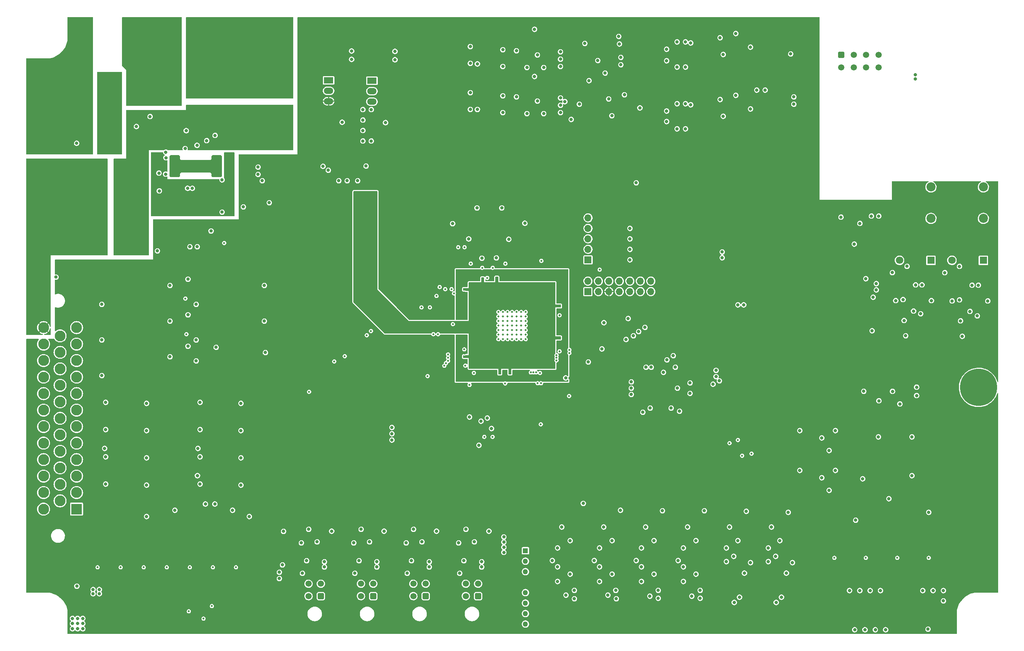
<source format=gbr>
%TF.GenerationSoftware,KiCad,Pcbnew,(6.0.9)*%
%TF.CreationDate,2023-05-11T15:11:40+03:00*%
%TF.ProjectId,EVD80_ControlBoard,45564438-305f-4436-9f6e-74726f6c426f,rev?*%
%TF.SameCoordinates,Original*%
%TF.FileFunction,Copper,L5,Inr*%
%TF.FilePolarity,Positive*%
%FSLAX46Y46*%
G04 Gerber Fmt 4.6, Leading zero omitted, Abs format (unit mm)*
G04 Created by KiCad (PCBNEW (6.0.9)) date 2023-05-11 15:11:40*
%MOMM*%
%LPD*%
G01*
G04 APERTURE LIST*
G04 Aperture macros list*
%AMRoundRect*
0 Rectangle with rounded corners*
0 $1 Rounding radius*
0 $2 $3 $4 $5 $6 $7 $8 $9 X,Y pos of 4 corners*
0 Add a 4 corners polygon primitive as box body*
4,1,4,$2,$3,$4,$5,$6,$7,$8,$9,$2,$3,0*
0 Add four circle primitives for the rounded corners*
1,1,$1+$1,$2,$3*
1,1,$1+$1,$4,$5*
1,1,$1+$1,$6,$7*
1,1,$1+$1,$8,$9*
0 Add four rect primitives between the rounded corners*
20,1,$1+$1,$2,$3,$4,$5,0*
20,1,$1+$1,$4,$5,$6,$7,0*
20,1,$1+$1,$6,$7,$8,$9,0*
20,1,$1+$1,$8,$9,$2,$3,0*%
G04 Aperture macros list end*
%TA.AperFunction,ComponentPad*%
%ADD10R,1.700000X1.700000*%
%TD*%
%TA.AperFunction,ComponentPad*%
%ADD11O,1.700000X1.700000*%
%TD*%
%TA.AperFunction,ComponentPad*%
%ADD12C,2.200000*%
%TD*%
%TA.AperFunction,ComponentPad*%
%ADD13R,1.800000X1.800000*%
%TD*%
%TA.AperFunction,ComponentPad*%
%ADD14C,1.800000*%
%TD*%
%TA.AperFunction,ComponentPad*%
%ADD15R,2.300000X1.500000*%
%TD*%
%TA.AperFunction,ComponentPad*%
%ADD16O,2.300000X1.500000*%
%TD*%
%TA.AperFunction,ComponentPad*%
%ADD17C,0.499999*%
%TD*%
%TA.AperFunction,ComponentPad*%
%ADD18RoundRect,0.250001X0.499999X0.499999X-0.499999X0.499999X-0.499999X-0.499999X0.499999X-0.499999X0*%
%TD*%
%TA.AperFunction,ComponentPad*%
%ADD19C,1.500000*%
%TD*%
%TA.AperFunction,ComponentPad*%
%ADD20C,0.900000*%
%TD*%
%TA.AperFunction,ComponentPad*%
%ADD21C,9.000000*%
%TD*%
%TA.AperFunction,ComponentPad*%
%ADD22R,1.270000X1.270000*%
%TD*%
%TA.AperFunction,ComponentPad*%
%ADD23C,1.270000*%
%TD*%
%TA.AperFunction,ComponentPad*%
%ADD24RoundRect,0.250001X-0.499999X-0.499999X0.499999X-0.499999X0.499999X0.499999X-0.499999X0.499999X0*%
%TD*%
%TA.AperFunction,ComponentPad*%
%ADD25R,2.625000X2.625000*%
%TD*%
%TA.AperFunction,ComponentPad*%
%ADD26C,2.625000*%
%TD*%
%TA.AperFunction,ViaPad*%
%ADD27C,0.800000*%
%TD*%
%TA.AperFunction,ViaPad*%
%ADD28C,0.500000*%
%TD*%
G04 APERTURE END LIST*
D10*
%TO.N,TMS*%
%TO.C,J1*%
X236375000Y-146775000D03*
D11*
%TO.N,~{TRST}*%
X236375000Y-144235000D03*
%TO.N,TDI*%
X238915000Y-146775000D03*
%TO.N,GND*%
X238915000Y-144235000D03*
%TO.N,VDD_3V3*%
X241455000Y-146775000D03*
%TO.N,unconnected-(J1-Pad6)*%
X241455000Y-144235000D03*
%TO.N,TDO*%
X243995000Y-146775000D03*
%TO.N,GND*%
X243995000Y-144235000D03*
%TO.N,TCK*%
X246535000Y-146775000D03*
%TO.N,GND*%
X246535000Y-144235000D03*
%TO.N,TCK*%
X249075000Y-146775000D03*
%TO.N,GND*%
X249075000Y-144235000D03*
%TO.N,Net-(J1-Pad13)*%
X251615000Y-146775000D03*
%TO.N,Net-(J1-Pad14)*%
X251615000Y-144235000D03*
%TD*%
D12*
%TO.N,Net-(K2-Pad11)*%
%TO.C,K2*%
X319479500Y-129027500D03*
%TO.N,Net-(C194-Pad1)*%
X319479500Y-121407500D03*
D13*
%TO.N,+5V*%
X319479500Y-139187500D03*
D14*
%TO.N,Net-(D46-Pad2)*%
X311859500Y-139187500D03*
%TD*%
D15*
%TO.N,Net-(C4-Pad1)*%
%TO.C,U2*%
X173542500Y-95553000D03*
D16*
%TO.N,GND*%
X173542500Y-98093000D03*
%TO.N,VDD_3V3*%
X173542500Y-100633000D03*
%TD*%
D17*
%TO.N,GND*%
%TO.C,U7*%
X215799999Y-155000000D03*
X215799999Y-153900002D03*
X220199998Y-151700002D03*
X214699999Y-157200001D03*
X215799999Y-152800002D03*
X214699999Y-158300001D03*
X214699999Y-156100000D03*
X219099998Y-158300001D03*
X214699999Y-152800002D03*
X218000000Y-157200001D03*
X221299998Y-151700002D03*
X215799999Y-158300001D03*
X219099998Y-151700002D03*
X216900000Y-155000000D03*
X216900000Y-153900002D03*
X218000000Y-156100000D03*
X216900000Y-156100000D03*
X218000000Y-151700002D03*
X219099998Y-155000000D03*
X216900000Y-157200001D03*
X220199998Y-152800002D03*
X214699999Y-155000000D03*
X220199998Y-156100000D03*
X214699999Y-151700002D03*
X221299998Y-156100000D03*
X221299998Y-158300001D03*
X218000000Y-155000000D03*
X221299998Y-157200001D03*
X219099998Y-157200001D03*
X215799999Y-157200001D03*
X219099998Y-153900002D03*
X220199998Y-153900002D03*
X216900000Y-158300001D03*
X214699999Y-153900002D03*
X218000000Y-153900002D03*
X220199998Y-157200001D03*
X216900000Y-152800002D03*
X215799999Y-156100000D03*
X221299998Y-153900002D03*
X219099998Y-152800002D03*
X221299998Y-155000000D03*
X218000000Y-158300001D03*
X216900000Y-151700002D03*
X220199998Y-158300001D03*
X219099998Y-156100000D03*
X218000000Y-152800002D03*
X220199998Y-155000000D03*
X221299998Y-152800002D03*
X215799999Y-151700002D03*
%TD*%
D18*
%TO.N,+15V_CS*%
%TO.C,J7*%
X209780000Y-220597000D03*
D19*
%TO.N,-15V_CS*%
X206780000Y-220597000D03*
%TO.N,FW_CUR_IN_EX*%
X209780000Y-217597000D03*
%TO.N,0V_CS*%
X206780000Y-217597000D03*
%TD*%
D12*
%TO.N,Net-(K1-Pad11)*%
%TO.C,K1*%
X332179500Y-129027500D03*
%TO.N,Net-(C190-Pad1)*%
X332179500Y-121407500D03*
D13*
%TO.N,+5V*%
X332179500Y-139187500D03*
D14*
%TO.N,Net-(D44-Pad2)*%
X324559500Y-139187500D03*
%TD*%
D18*
%TO.N,+15V_CS*%
%TO.C,J5*%
X184380000Y-220597000D03*
D19*
%TO.N,-15V_CS*%
X181380000Y-220597000D03*
%TO.N,V_CUR_IN*%
X184380000Y-217597000D03*
%TO.N,0V_CS*%
X181380000Y-217597000D03*
%TD*%
D20*
%TO.N,GND*%
%TO.C,H5*%
X328613515Y-167613515D03*
X328613515Y-172386485D03*
X333386485Y-172386485D03*
D21*
X331000000Y-170000000D03*
D20*
X331000000Y-173375000D03*
X334375000Y-170000000D03*
X331000000Y-166625000D03*
X333386485Y-167613515D03*
X327625000Y-170000000D03*
%TD*%
D22*
%TO.N,GND*%
%TO.C,U28*%
X221233999Y-209599000D03*
D23*
%TO.N,Net-(L11-Pad2)*%
X221233999Y-212139000D03*
%TO.N,unconnected-(U28-Pad3)*%
X221233999Y-214679000D03*
%TO.N,unconnected-(U28-Pad5)*%
X221233999Y-219759000D03*
%TO.N,+15V_CS*%
X221233999Y-222299000D03*
%TO.N,0V_CS*%
X221233999Y-224839000D03*
%TO.N,-15V_CS*%
X221233999Y-227379000D03*
%TD*%
D10*
%TO.N,LED1*%
%TO.C,J10*%
X236398000Y-139063000D03*
D11*
%TO.N,LED2*%
X236398000Y-136523000D03*
%TO.N,LED3*%
X236398000Y-133983000D03*
%TO.N,LED4*%
X236398000Y-131443000D03*
%TO.N,GND*%
X236398000Y-128903000D03*
%TD*%
D24*
%TO.N,VDC_N*%
%TO.C,J3*%
X297760000Y-89387000D03*
D19*
%TO.N,unconnected-(J3-Pad2)*%
X300760000Y-89387000D03*
%TO.N,unconnected-(J3-Pad3)*%
X303760000Y-89387000D03*
%TO.N,VDC_P*%
X306760000Y-89387000D03*
%TO.N,VDC_N*%
X297760000Y-92387000D03*
%TO.N,unconnected-(J3-Pad6)*%
X300760000Y-92387000D03*
%TO.N,unconnected-(J3-Pad7)*%
X303760000Y-92387000D03*
%TO.N,VDC_P*%
X306760000Y-92387000D03*
%TD*%
D18*
%TO.N,+15V_CS*%
%TO.C,J4*%
X171680000Y-220597000D03*
D19*
%TO.N,-15V_CS*%
X168680000Y-220597000D03*
%TO.N,U_CUR_IN*%
X171680000Y-217597000D03*
%TO.N,0V_CS*%
X168680000Y-217597000D03*
%TD*%
D18*
%TO.N,+15V_CS*%
%TO.C,J6*%
X197080000Y-220597000D03*
D19*
%TO.N,-15V_CS*%
X194080000Y-220597000D03*
%TO.N,W_CUR_IN*%
X197080000Y-217597000D03*
%TO.N,0V_CS*%
X194080000Y-217597000D03*
%TD*%
D15*
%TO.N,Net-(C5-Pad1)*%
%TO.C,U3*%
X184042500Y-95646000D03*
D16*
%TO.N,GND*%
X184042500Y-98186000D03*
%TO.N,+5V*%
X184042500Y-100726000D03*
%TD*%
D25*
%TO.N,BRK_2_IN*%
%TO.C,J2*%
X112500000Y-199500000D03*
D26*
%TO.N,THR_2_IN*%
X112500000Y-195500000D03*
%TO.N,NTC_AW_1*%
X112500000Y-191500000D03*
%TO.N,NTC_FW_1*%
X112500000Y-187500000D03*
%TO.N,~{COS_IN}*%
X112500000Y-183500000D03*
%TO.N,~{SIN_IN}*%
X112500000Y-179500000D03*
%TO.N,RIGHT_SUPPORT_IN*%
X112500000Y-175500000D03*
%TO.N,LEFT_SUPPORT_IN*%
X112500000Y-171500000D03*
%TO.N,GEAR_DRIVE_IN*%
X112500000Y-167500000D03*
%TO.N,PWR_ST_PWM_OUT*%
X112500000Y-163500000D03*
%TO.N,PARK_BREAK_OUT*%
X112500000Y-159500000D03*
%TO.N,GND_IN*%
X112500000Y-155500000D03*
%TO.N,BRK_1_IN*%
X108500000Y-197500000D03*
%TO.N,THR_1_IN*%
X108500000Y-193500000D03*
%TO.N,NTC_AW_2*%
X108500000Y-189500000D03*
%TO.N,NTC_FW_2*%
X108500000Y-185500000D03*
%TO.N,COS_IN*%
X108500000Y-181500000D03*
%TO.N,SIN_IN*%
X108500000Y-177500000D03*
%TO.N,IGNITION_ON_IN*%
X108500000Y-173500000D03*
%TO.N,EMERG_STOP_IN*%
X108500000Y-169500000D03*
%TO.N,HV_ON_IN*%
X108500000Y-165500000D03*
%TO.N,SHUNT_CONT_OUT*%
X108500000Y-161500000D03*
%TO.N,POWER_CONT_OUT*%
X108500000Y-157500000D03*
%TO.N,+5V*%
X104500000Y-199500000D03*
%TO.N,GND*%
X104500000Y-195500000D03*
%TO.N,CAN_H*%
X104500000Y-191500000D03*
%TO.N,CAN_L*%
X104500000Y-187500000D03*
%TO.N,GND_CAN*%
X104500000Y-183500000D03*
%TO.N,EXC_OUT*%
X104500000Y-179500000D03*
%TO.N,~{EXC_OUT}*%
X104500000Y-175500000D03*
%TO.N,GEAR_PARKING_IN*%
X104500000Y-171500000D03*
%TO.N,GEAR_REVERSE_IN*%
X104500000Y-167500000D03*
%TO.N,PUMP_OUT*%
X104500000Y-163500000D03*
%TO.N,REV_LIGHT_OUT*%
X104500000Y-159500000D03*
%TO.N,VIN*%
X104500000Y-155500000D03*
%TD*%
D27*
%TO.N,VDD_3V3*%
X327406000Y-151572000D03*
X280086000Y-205362000D03*
X214300000Y-204854000D03*
D28*
X254650000Y-144800000D03*
D27*
X152324000Y-171326000D03*
X304665500Y-188598000D03*
X171450000Y-105185000D03*
D28*
X219904000Y-135414000D03*
D27*
X171450000Y-110265000D03*
X308388000Y-174004000D03*
X167132000Y-115214000D03*
X129464000Y-177930000D03*
X139446000Y-137160000D03*
X159182000Y-127384000D03*
X137160000Y-157988000D03*
X179654000Y-206167000D03*
X137160000Y-133350000D03*
D28*
X229500000Y-152500000D03*
X138430000Y-213538000D03*
X203962000Y-139954000D03*
D27*
X249352000Y-205362000D03*
X306756000Y-184788000D03*
X253222000Y-170158000D03*
X129464000Y-191138000D03*
D28*
X323012000Y-211255000D03*
D27*
X167132000Y-116484000D03*
X239192000Y-205362000D03*
X166954000Y-206167000D03*
X232080000Y-199774000D03*
X313741000Y-151501000D03*
X246126000Y-149484000D03*
X201600000Y-204854000D03*
X129464000Y-171326000D03*
X205054000Y-206167000D03*
D28*
X254650000Y-146200000D03*
D27*
X275768000Y-89538000D03*
D28*
X225104000Y-135314000D03*
D27*
X246050000Y-120399000D03*
X158496000Y-122428000D03*
X262560000Y-199901000D03*
D28*
X149606000Y-213538000D03*
D27*
X192354000Y-206167000D03*
X273736000Y-210950000D03*
D28*
X145364000Y-227076000D03*
D27*
X282880000Y-200282000D03*
X275768000Y-104524000D03*
X129464000Y-184534000D03*
X303708000Y-156261500D03*
X316974500Y-185042000D03*
X164160000Y-204897000D03*
D28*
X155194000Y-213538000D03*
D27*
X171450000Y-102645000D03*
X236990000Y-93804500D03*
X283896000Y-210950000D03*
D28*
X200787000Y-142113000D03*
D27*
X269926000Y-85220000D03*
X137160000Y-149352000D03*
X152324000Y-184534000D03*
X267716000Y-174549000D03*
X244356000Y-93550500D03*
X305740000Y-193424000D03*
X269926000Y-205362000D03*
X173482000Y-102645000D03*
X252400000Y-199901000D03*
X173482000Y-110265000D03*
D28*
X245922000Y-174858000D03*
D27*
X249733000Y-104651000D03*
X152400000Y-115316000D03*
X242240000Y-199774000D03*
X167132000Y-119024000D03*
X114859000Y-218189000D03*
X313360000Y-155451000D03*
X160020000Y-149352000D03*
D28*
X144018000Y-213538000D03*
D27*
X303200000Y-172977000D03*
X300914000Y-133226000D03*
X291262000Y-185296000D03*
X235966000Y-168148000D03*
D28*
X196056000Y-143893000D03*
D27*
X306375000Y-131321000D03*
X145085000Y-134115000D03*
X176200000Y-204854000D03*
D28*
X300152000Y-211255000D03*
X198120000Y-143893000D03*
D27*
X291262000Y-194948000D03*
X152324000Y-177930000D03*
X171450000Y-107725000D03*
D28*
X315392000Y-211255000D03*
D27*
X160020000Y-157988000D03*
X314884000Y-188598000D03*
D28*
X121666000Y-213538000D03*
X127254000Y-213538000D03*
D27*
X272720000Y-200028000D03*
X188900000Y-204854000D03*
X269926000Y-100206000D03*
X229032000Y-205362000D03*
X152324000Y-191138000D03*
X327076000Y-155578000D03*
D28*
X132842000Y-213538000D03*
D27*
X283464000Y-89154000D03*
D28*
X307772000Y-211255000D03*
D27*
X211506000Y-180978000D03*
X259512000Y-205362000D03*
X167132000Y-117754000D03*
X137160000Y-166624000D03*
X242932000Y-100076000D03*
%TO.N,GND*%
X225660000Y-92456000D03*
X322834000Y-142174000D03*
X333248000Y-149032000D03*
X179130500Y-90473000D03*
X219056000Y-99568000D03*
X125984000Y-129728000D03*
X168732000Y-204389000D03*
X266700000Y-169215000D03*
X302250000Y-219250000D03*
X257988000Y-92332000D03*
X136779000Y-117028000D03*
X205054000Y-207691000D03*
X125984000Y-128458000D03*
D28*
X239200000Y-141450000D03*
D27*
X127254000Y-132268000D03*
X209982000Y-184026000D03*
X157988000Y-107376000D03*
X250444000Y-165100000D03*
X162636000Y-204897000D03*
X249352000Y-208918000D03*
X136779000Y-114488000D03*
X152324000Y-180470000D03*
X259512000Y-208918000D03*
X152324000Y-187074000D03*
X119558000Y-186820000D03*
X145923000Y-115758000D03*
X307250000Y-219250000D03*
X316008000Y-169940000D03*
X116500000Y-220000000D03*
X155448000Y-106106000D03*
X246888000Y-171704000D03*
X224136000Y-89408000D03*
X224136000Y-100584000D03*
X246558000Y-139068000D03*
X246126000Y-153284000D03*
X142418000Y-180216000D03*
X172542000Y-213533000D03*
X284455000Y-215017000D03*
X229724000Y-88646000D03*
X262560000Y-207140000D03*
X192354000Y-207691000D03*
X272212000Y-99190000D03*
X230048000Y-203838000D03*
X304750000Y-219250000D03*
X296342000Y-180470000D03*
X152324000Y-173866000D03*
X270688000Y-203838000D03*
X161620000Y-214803000D03*
X162814000Y-105344000D03*
X306756000Y-181994000D03*
X127254000Y-122108000D03*
X314884000Y-181994000D03*
X125984000Y-118298000D03*
X264592000Y-199901000D03*
X128778000Y-110932000D03*
X119558000Y-173612000D03*
D28*
X222555000Y-166373000D03*
D27*
X261112000Y-168910000D03*
X253416000Y-221110000D03*
X137500000Y-126500000D03*
D28*
X225104000Y-139314000D03*
D27*
X125222000Y-115250000D03*
X268402000Y-100206000D03*
X272212000Y-84204000D03*
D28*
X128778000Y-213614000D03*
D27*
X125984000Y-125918000D03*
X320000000Y-219250000D03*
X246888000Y-168656000D03*
X240250000Y-154300000D03*
X286258000Y-99568000D03*
X210642000Y-212263000D03*
X235255000Y-198123000D03*
D28*
X223825000Y-166373000D03*
D27*
X310134000Y-142161000D03*
X176022000Y-119888000D03*
X124968000Y-112202000D03*
X302260000Y-130236000D03*
X155448000Y-107376000D03*
X135636000Y-114488000D03*
X207880000Y-87376000D03*
X328930000Y-151572000D03*
X229724000Y-99822000D03*
X180594000Y-119888000D03*
X229724000Y-101600000D03*
X242170000Y-104140000D03*
X147066000Y-118298000D03*
X268224000Y-168402000D03*
X118000000Y-219000000D03*
X287706000Y-180470000D03*
X259512000Y-217046000D03*
X246888000Y-170180000D03*
X215754000Y-92202000D03*
X249352000Y-217046000D03*
X154178000Y-106106000D03*
X206832000Y-204389000D03*
X127254000Y-136078000D03*
X330962000Y-145222000D03*
X285928000Y-212474000D03*
X161620000Y-216327000D03*
X161544000Y-104074000D03*
X119558000Y-180216000D03*
X125984000Y-136078000D03*
X244356000Y-89994500D03*
X118000000Y-220000000D03*
X240546000Y-93804500D03*
D28*
X311328000Y-211331000D03*
D27*
X129464000Y-193678000D03*
X262560000Y-215268000D03*
X125984000Y-137348000D03*
X214200000Y-138600000D03*
X272720000Y-207140000D03*
X125984000Y-127188000D03*
D28*
X223190000Y-166373000D03*
D27*
X128778000Y-107122000D03*
X246558000Y-131448000D03*
X147066000Y-114488000D03*
X209500000Y-126500000D03*
X125984000Y-123378000D03*
D28*
X208000000Y-140000000D03*
D27*
X312979000Y-153787000D03*
X305486000Y-148133500D03*
X128778000Y-109662000D03*
X186995000Y-204854000D03*
X294818000Y-185296000D03*
D28*
X228778000Y-162817000D03*
X318948000Y-211331000D03*
D27*
X212395000Y-204854000D03*
X127254000Y-134808000D03*
X162382000Y-213025000D03*
X271704000Y-210950000D03*
X238768000Y-90756500D03*
X135382000Y-106614000D03*
X157988000Y-106106000D03*
X275768000Y-212474000D03*
X207500000Y-134000000D03*
X314884000Y-191392000D03*
X151638000Y-107376000D03*
X164084000Y-105344000D03*
X267424000Y-165862000D03*
D28*
X206502000Y-136017000D03*
D27*
X263576000Y-221110000D03*
X151638000Y-106106000D03*
X260528000Y-203838000D03*
D28*
X228778000Y-163452000D03*
D27*
X305232000Y-156261500D03*
X135128000Y-145288000D03*
X261112000Y-171450000D03*
X302946000Y-192154000D03*
X210642000Y-213533000D03*
X234296000Y-101346000D03*
X246558000Y-133988000D03*
X269164000Y-89284000D03*
D28*
X123190000Y-213614000D03*
D27*
X306864000Y-173242000D03*
X127254000Y-124648000D03*
X170764000Y-207437000D03*
X242240000Y-207140000D03*
X294818000Y-194948000D03*
X136779000Y-118298000D03*
X131572000Y-106614000D03*
X125984000Y-124648000D03*
X189630500Y-88534000D03*
X141732000Y-135890000D03*
X239192000Y-208918000D03*
X123952000Y-116520000D03*
D28*
X139954000Y-213614000D03*
D27*
X166954000Y-207691000D03*
X250368000Y-203838000D03*
X156464000Y-118364000D03*
X275768000Y-102492000D03*
X274295000Y-215017000D03*
D28*
X201803000Y-146177000D03*
D27*
X157480000Y-119888000D03*
X326644000Y-153858000D03*
X162814000Y-104074000D03*
X127254000Y-127188000D03*
X156718000Y-107376000D03*
X147066000Y-115758000D03*
D28*
X228778000Y-162182000D03*
D27*
X173482000Y-117348000D03*
X172210000Y-116394000D03*
D28*
X151130000Y-213614000D03*
D27*
X260020000Y-86236000D03*
X145500000Y-126500000D03*
X127254000Y-123378000D03*
X257556000Y-165100000D03*
X319583000Y-148961000D03*
X306248000Y-144831500D03*
X254432000Y-199901000D03*
X261290000Y-86490000D03*
X248082000Y-211966000D03*
X258242000Y-211966000D03*
X132842000Y-107884000D03*
X125984000Y-130998000D03*
X229032000Y-208918000D03*
X127254000Y-128458000D03*
X178054000Y-119888000D03*
X132080000Y-136906000D03*
X219056000Y-88392000D03*
X127508000Y-112202000D03*
X152908000Y-106106000D03*
D28*
X145542000Y-213614000D03*
D27*
X207696000Y-177168000D03*
X215500000Y-126500000D03*
X160274000Y-105344000D03*
X244272000Y-199774000D03*
X127254000Y-125918000D03*
X299750000Y-219250000D03*
X127254000Y-119568000D03*
X156464000Y-116586000D03*
X142418000Y-173612000D03*
X310166000Y-170956000D03*
X161544000Y-105344000D03*
X329438000Y-145222000D03*
X215754000Y-103378000D03*
X185242000Y-213533000D03*
D28*
X145288000Y-223012000D03*
D27*
X135382000Y-107884000D03*
X227762000Y-211966000D03*
X132842000Y-106614000D03*
D28*
X204978000Y-136017000D03*
D27*
X296342000Y-190122000D03*
X134112000Y-107884000D03*
X280848000Y-203838000D03*
X285496000Y-89154000D03*
X157988000Y-145288000D03*
X245218000Y-99060000D03*
X128778000Y-108392000D03*
X185242000Y-212263000D03*
X269926000Y-208918000D03*
X179908000Y-215057000D03*
X129464000Y-180470000D03*
X205308000Y-215057000D03*
X145923000Y-114488000D03*
X142418000Y-186820000D03*
X183464000Y-207437000D03*
X249682000Y-176022000D03*
X141500000Y-126500000D03*
X315773000Y-145151000D03*
X164084000Y-104074000D03*
X182626000Y-116332000D03*
X150368000Y-106106000D03*
X174295000Y-204854000D03*
X187344500Y-105806000D03*
X274752000Y-200028000D03*
X116500000Y-219000000D03*
X229032000Y-217046000D03*
X237922000Y-211966000D03*
X194132000Y-204389000D03*
X192608000Y-215057000D03*
X300914000Y-135258000D03*
X280086000Y-208918000D03*
X297688000Y-128712000D03*
X252400000Y-215268000D03*
X240208000Y-203838000D03*
X125984000Y-133538000D03*
X244356000Y-91772500D03*
X243848000Y-84914500D03*
X281864000Y-210950000D03*
X152908000Y-126238000D03*
X127254000Y-120838000D03*
X212014000Y-177422000D03*
X310947000Y-148961000D03*
X306832000Y-128458000D03*
X233096000Y-221237000D03*
X257988000Y-107318000D03*
X210693000Y-138684000D03*
X327076000Y-157610000D03*
X150368000Y-107376000D03*
X179130500Y-88441000D03*
X172542000Y-212263000D03*
D28*
X203327000Y-146177000D03*
D27*
X139500000Y-126500000D03*
X311944000Y-174004000D03*
X248082000Y-120399000D03*
X246558000Y-136528000D03*
X179654000Y-207691000D03*
X127254000Y-130998000D03*
X145085000Y-132083000D03*
D28*
X216400000Y-140000000D03*
D27*
X135636000Y-117028000D03*
X125984000Y-120838000D03*
D28*
X198120000Y-150593000D03*
X196056000Y-150593000D03*
D27*
X241408000Y-100076000D03*
X199695000Y-204854000D03*
X197942000Y-212263000D03*
X139954000Y-135890000D03*
X152908000Y-107376000D03*
X235636000Y-86617000D03*
X136779000Y-115758000D03*
X197942000Y-213533000D03*
X258572000Y-175768000D03*
X322500000Y-219250000D03*
X134112000Y-106614000D03*
X317297000Y-145151000D03*
X239192000Y-217046000D03*
X225660000Y-103632000D03*
X135128000Y-162560000D03*
X196164000Y-207437000D03*
X315265000Y-151501000D03*
X269164000Y-104270000D03*
X131572000Y-107884000D03*
X147828000Y-107376000D03*
X129464000Y-187074000D03*
X221100000Y-130200000D03*
X125984000Y-122108000D03*
X167208000Y-215057000D03*
X142418000Y-193424000D03*
X210490000Y-178184000D03*
X306248000Y-146355500D03*
X159258000Y-106106000D03*
X243256000Y-221237000D03*
X123952000Y-115250000D03*
X112573000Y-218189000D03*
X267424000Y-167386000D03*
X286258000Y-101346000D03*
X159258000Y-107376000D03*
X127254000Y-137348000D03*
X248971000Y-102238000D03*
X125984000Y-132268000D03*
X207880000Y-98552000D03*
X268402000Y-85220000D03*
X147828000Y-106106000D03*
D28*
X303708000Y-211331000D03*
D27*
X293040000Y-182248000D03*
X127254000Y-129728000D03*
X135636000Y-118298000D03*
X158242000Y-161544000D03*
D28*
X296088000Y-211331000D03*
D27*
X258064000Y-170180000D03*
X125222000Y-116520000D03*
X303200000Y-170945000D03*
X287706000Y-190122000D03*
X135636000Y-115758000D03*
X154178000Y-107376000D03*
X128778000Y-112202000D03*
X317500000Y-219250000D03*
X260020000Y-101222000D03*
X135128000Y-153924000D03*
X305054000Y-128458000D03*
X125984000Y-134808000D03*
X316008000Y-171972000D03*
X282880000Y-207140000D03*
X157988000Y-153924000D03*
D28*
X134366000Y-213614000D03*
D27*
X145923000Y-118298000D03*
X208864000Y-207437000D03*
X217200000Y-134100000D03*
X145923000Y-117028000D03*
X152324000Y-193678000D03*
X156718000Y-106106000D03*
X242240000Y-215268000D03*
X127254000Y-118298000D03*
X284912000Y-200282000D03*
X176844500Y-105713000D03*
X126238000Y-112202000D03*
X324612000Y-149032000D03*
X232080000Y-207140000D03*
X127254000Y-133538000D03*
X125984000Y-119568000D03*
X252400000Y-207140000D03*
X159182000Y-125225000D03*
X160274000Y-104074000D03*
X189630500Y-90566000D03*
X149098000Y-106106000D03*
X147066000Y-117028000D03*
X313360000Y-157483000D03*
X143500000Y-126500000D03*
X229724000Y-90424000D03*
X275768000Y-87506000D03*
X203600000Y-130300000D03*
X293040000Y-191900000D03*
X232080000Y-215268000D03*
X149098000Y-107376000D03*
X119558000Y-193424000D03*
X261290000Y-101476000D03*
X181432000Y-204389000D03*
X129464000Y-173866000D03*
X322500000Y-221750000D03*
D28*
X117602000Y-213614000D03*
D27*
%TO.N,+15V*%
X260020000Y-92332000D03*
X112750000Y-227250000D03*
X152400000Y-82230000D03*
X114000000Y-227250000D03*
X160274000Y-97470000D03*
X162814000Y-96200000D03*
X157480000Y-94930000D03*
X139700000Y-93660000D03*
X151130000Y-94930000D03*
X154940000Y-94930000D03*
X152400000Y-83500000D03*
X152400000Y-80960000D03*
X143510000Y-94930000D03*
X216000000Y-207500000D03*
X215754000Y-88138000D03*
X112750000Y-226000000D03*
X257988000Y-101222000D03*
X257988000Y-86236000D03*
X158750000Y-93660000D03*
X260020000Y-107318000D03*
X152400000Y-86040000D03*
X148590000Y-94930000D03*
X306000000Y-228750000D03*
X147752000Y-127511000D03*
X146050000Y-94930000D03*
X207880000Y-91440000D03*
X144780000Y-94930000D03*
X207880000Y-102616000D03*
X151130000Y-82230000D03*
X216000000Y-208750000D03*
X153670000Y-93660000D03*
X151130000Y-91120000D03*
X111500000Y-227250000D03*
X161544000Y-97470000D03*
X146050000Y-93660000D03*
X156210000Y-93660000D03*
X216000000Y-210000000D03*
X151130000Y-84770000D03*
X152400000Y-88580000D03*
X142240000Y-94930000D03*
X152400000Y-92390000D03*
X114000000Y-228500000D03*
X164084000Y-96200000D03*
X162814000Y-97470000D03*
X151130000Y-86040000D03*
X151130000Y-88580000D03*
X143510000Y-93660000D03*
X111500000Y-226000000D03*
X147320000Y-94930000D03*
X303500000Y-228750000D03*
X144780000Y-93660000D03*
X147752000Y-119692000D03*
X308500000Y-228750000D03*
X114000000Y-226000000D03*
X160274000Y-96200000D03*
X151130000Y-93660000D03*
X139700000Y-94930000D03*
X147320000Y-93660000D03*
X164084000Y-97470000D03*
X112750000Y-228500000D03*
X216000000Y-206250000D03*
X152400000Y-93660000D03*
X151130000Y-87310000D03*
X140970000Y-94930000D03*
X152400000Y-87310000D03*
X152400000Y-94930000D03*
X221596000Y-92456000D03*
X151130000Y-92390000D03*
X152400000Y-91120000D03*
X157480000Y-93660000D03*
X149860000Y-93660000D03*
X236652000Y-95634000D03*
X154940000Y-93660000D03*
X152400000Y-84770000D03*
X158750000Y-94930000D03*
X156210000Y-94930000D03*
X151130000Y-80960000D03*
X229724000Y-103378000D03*
X152400000Y-89850000D03*
X142240000Y-93660000D03*
X151130000Y-83500000D03*
X215754000Y-99314000D03*
X161544000Y-96200000D03*
X149860000Y-94930000D03*
X151130000Y-89850000D03*
X140970000Y-93660000D03*
X111500000Y-228500000D03*
X229724000Y-92202000D03*
X148590000Y-93660000D03*
X221596000Y-103632000D03*
X153670000Y-94930000D03*
X301000000Y-228750000D03*
%TO.N,+5V*%
X181864000Y-107725000D03*
X253416000Y-219205000D03*
X263576000Y-219205000D03*
X181864000Y-105185000D03*
X239192000Y-213490000D03*
X183896000Y-102645000D03*
X229032000Y-213490000D03*
X181864000Y-102645000D03*
X181864000Y-110265000D03*
X249352000Y-213490000D03*
X213030000Y-179962000D03*
X183896000Y-110265000D03*
X269926000Y-212220000D03*
X243129000Y-219205000D03*
X259512000Y-213490000D03*
X233096000Y-219205000D03*
X280086000Y-212220000D03*
D28*
%TO.N,VDD_1V2*%
X206500000Y-156400000D03*
D27*
X181356000Y-125222000D03*
D28*
X206500000Y-162500000D03*
X229500000Y-150250000D03*
D27*
X181356000Y-126492000D03*
X183896000Y-126492000D03*
X182626000Y-125222000D03*
X182626000Y-126492000D03*
D28*
X215000000Y-166500000D03*
D27*
X183896000Y-123952000D03*
D28*
X206500000Y-146250000D03*
X229500000Y-158000000D03*
X210900000Y-143650000D03*
D27*
X183896000Y-125222000D03*
D28*
X214300000Y-143500000D03*
X206500000Y-154500000D03*
X217500000Y-166500000D03*
%TO.N,VDDOSC_3V3*%
X210750000Y-141000000D03*
X213299498Y-141000000D03*
%TO.N,VDDA_3V3*%
X229500000Y-161250000D03*
D27*
X231000000Y-167700000D03*
D28*
X224750000Y-166500000D03*
%TO.N,VDDIO_3V3*%
X219750000Y-166500000D03*
X206500000Y-153400000D03*
X206500000Y-151100000D03*
X204724000Y-142113000D03*
X229500000Y-151250000D03*
X215250000Y-143500000D03*
X229500000Y-144250000D03*
X206500000Y-157500000D03*
X213450000Y-143500000D03*
X206500000Y-147000000D03*
X216600000Y-143500000D03*
X220250000Y-143500000D03*
X206500000Y-161750000D03*
X216500000Y-166500000D03*
X205359000Y-142113000D03*
X208000000Y-166500000D03*
X212250000Y-166500000D03*
X223750000Y-143500000D03*
X209950000Y-143500000D03*
X229500000Y-154500000D03*
X214000000Y-166500000D03*
X229500000Y-147750000D03*
X229500000Y-157000000D03*
X227350000Y-143500000D03*
%TO.N,VREFHIA*%
X225000000Y-169000000D03*
D27*
X251460000Y-175006000D03*
%TO.N,VREFHIB*%
X251714000Y-165100000D03*
D28*
X231900000Y-161674000D03*
%TO.N,GPIO84{slash}BOOT0*%
X203660499Y-154660501D03*
%TO.N,GPIO72{slash}BOOT1*%
X203900000Y-147200000D03*
%TO.N,~{RESET}*%
X212000000Y-143450000D03*
D27*
%TO.N,VREFHIC*%
X256540000Y-175006000D03*
D28*
X224200000Y-169000000D03*
D27*
%TO.N,VREFHID*%
X254686000Y-166358000D03*
D28*
X231900000Y-160900000D03*
%TO.N,UV_SENCE*%
X148260000Y-135004000D03*
X206680000Y-164722000D03*
D27*
%TO.N,MCU_EXC*%
X239776000Y-160658000D03*
X245618000Y-158372000D03*
%TO.N,+1V5*%
X312725000Y-148707000D03*
X303708000Y-143640000D03*
X326390000Y-148778000D03*
%TO.N,EXC_OUT*%
X223444000Y-94618000D03*
X209601000Y-102619000D03*
X230810000Y-100714000D03*
%TO.N,~{EXC_OUT}*%
X209601000Y-91570000D03*
X223444000Y-83188000D03*
X232334000Y-105032000D03*
%TO.N,SIN_IN*%
X255448000Y-88014000D03*
%TO.N,~{SIN_IN}*%
X255448000Y-90808000D03*
%TO.N,COS_IN*%
X255448000Y-103000000D03*
%TO.N,~{COS_IN}*%
X255448000Y-105540000D03*
D28*
%TO.N,HV_ON*%
X197536000Y-167262000D03*
X168834000Y-171072000D03*
D27*
%TO.N,VIN*%
X101600000Y-118298000D03*
X101600000Y-127188000D03*
X115570000Y-130998000D03*
X115570000Y-132268000D03*
X115570000Y-134808000D03*
X114300000Y-134808000D03*
X111760000Y-127188000D03*
X115570000Y-136078000D03*
X101600000Y-117028000D03*
X101600000Y-124648000D03*
X116840000Y-115758000D03*
X101600000Y-125918000D03*
X102870000Y-125918000D03*
X109220000Y-127188000D03*
X101600000Y-122108000D03*
X115570000Y-124648000D03*
X115570000Y-120838000D03*
X114300000Y-127188000D03*
X104140000Y-125918000D03*
X111760000Y-125918000D03*
X132461000Y-118044000D03*
X114300000Y-132268000D03*
X113030000Y-127188000D03*
X116840000Y-117028000D03*
X113030000Y-125918000D03*
X114300000Y-137348000D03*
X115570000Y-118298000D03*
X115570000Y-129728000D03*
X115570000Y-117028000D03*
X101600000Y-115758000D03*
X107950000Y-127188000D03*
X114300000Y-128458000D03*
X115570000Y-128458000D03*
X115570000Y-137348000D03*
X115570000Y-125918000D03*
X114300000Y-130998000D03*
X110490000Y-127188000D03*
X110490000Y-125918000D03*
X114300000Y-133538000D03*
X104140000Y-127188000D03*
X107950000Y-125918000D03*
X101600000Y-120838000D03*
X105410000Y-127188000D03*
X106680000Y-127188000D03*
X106680000Y-125918000D03*
X115570000Y-133538000D03*
X115570000Y-115758000D03*
X114300000Y-125918000D03*
X115570000Y-119568000D03*
X101600000Y-123378000D03*
X102870000Y-127188000D03*
X105410000Y-125918000D03*
X114300000Y-129728000D03*
X109220000Y-125918000D03*
X115570000Y-122108000D03*
X101600000Y-119568000D03*
X115570000Y-123378000D03*
X114300000Y-136078000D03*
X115570000Y-127188000D03*
%TO.N,SHUNT_CONT_OUT*%
X139497000Y-152403000D03*
%TO.N,PUMP_OUT*%
X139497000Y-143767000D03*
%TO.N,Net-(Q3-Pad1)*%
X141681200Y-111313000D03*
X130302000Y-104328000D03*
D28*
%TO.N,MCU_PWM*%
X207696000Y-169421000D03*
D27*
X244018000Y-86744000D03*
%TO.N,CAN_H*%
X188900000Y-182756000D03*
%TO.N,CAN_L*%
X188900000Y-181232000D03*
%TO.N,VDC_N*%
X315722000Y-95184000D03*
X315722000Y-94168000D03*
%TO.N,EMERG_STOP_IN*%
X119304000Y-184788000D03*
%TO.N,IGNITION_ON_IN*%
X141783000Y-191392000D03*
D28*
%TO.N,FW_TEMP_SENSE*%
X276022000Y-186058000D03*
X272720000Y-182756000D03*
%TO.N,AW_TEMP_SENSE*%
X270688000Y-183518000D03*
X273736000Y-186566000D03*
D27*
%TO.N,ISO_VPOS*%
X255524000Y-163322000D03*
X248666000Y-156464000D03*
%TO.N,LEFT_SUPPORT_IN*%
X141910000Y-184788000D03*
%TO.N,ISO_VNEG*%
X257048000Y-162306000D03*
X250190000Y-155448000D03*
%TO.N,THR_1_IN*%
X261544000Y-220602000D03*
%TO.N,THR_2_IN*%
X251384000Y-220602000D03*
%TO.N,BRK_1_IN*%
X241224000Y-220348000D03*
%TO.N,BRK_2_IN*%
X231064000Y-220348000D03*
D28*
%TO.N,PARK_BREAK*%
X201599998Y-164750000D03*
X177470000Y-162436000D03*
%TO.N,POWER_CONT*%
X201999998Y-164100000D03*
X139116000Y-157102000D03*
%TO.N,PWR_ST_PWM*%
X174930000Y-163706000D03*
X208733281Y-166488484D03*
D27*
%TO.N,PWR_ST_PWM_OUT*%
X139497000Y-160023000D03*
D28*
%TO.N,SHUNT_CONT*%
X182804000Y-157356000D03*
X202497886Y-163552112D03*
%TO.N,REV_LIGHT*%
X138862000Y-148466000D03*
X202511442Y-162788556D03*
%TO.N,PUMP*%
X183820000Y-156340000D03*
X202499998Y-162000000D03*
%TO.N,Net-(C205-Pad1)*%
X231826000Y-172088000D03*
X224968000Y-178946000D03*
D27*
%TO.N,ISO_POS_REL*%
X330708000Y-152654000D03*
X268910000Y-138560000D03*
%TO.N,ISO_NEG_REL*%
X268910000Y-137163000D03*
X316992000Y-152146000D03*
%TO.N,UL*%
X145995977Y-198271977D03*
X143709977Y-198271977D03*
%TO.N,VL*%
X150292000Y-199774000D03*
X136322000Y-199774000D03*
%TO.N,WL*%
X129464000Y-201298000D03*
X154356000Y-201298000D03*
D28*
%TO.N,FW_H*%
X206426000Y-160785000D03*
D27*
X309296000Y-196980000D03*
%TO.N,FW_L*%
X318948000Y-200282000D03*
D28*
X216332000Y-169040000D03*
D27*
%TO.N,FAULT_FW*%
X301244000Y-202184000D03*
X272720000Y-149990000D03*
D28*
%TO.N,CAN_TX*%
X211256000Y-181990000D03*
X213284000Y-181994000D03*
D27*
%TO.N,PCB_TEMP*%
X236474000Y-163830000D03*
X247396000Y-157480000D03*
%TO.N,Net-(C68-Pad1)*%
X140538000Y-121724000D03*
X134061000Y-118295000D03*
%TO.N,Net-(C77-Pad1)*%
X139065000Y-107757000D03*
X134151500Y-114321500D03*
%TO.N,Net-(C78-Pad1)*%
X111760000Y-81722000D03*
X105410000Y-96708000D03*
X113030000Y-91628000D03*
X104140000Y-101788000D03*
X110490000Y-91628000D03*
X105410000Y-101788000D03*
X107950000Y-110424000D03*
X107950000Y-109154000D03*
X104140000Y-103058000D03*
X113030000Y-92898000D03*
X105410000Y-99248000D03*
X104140000Y-109154000D03*
X110490000Y-92898000D03*
X104140000Y-95438000D03*
X105410000Y-104328000D03*
X111760000Y-91628000D03*
X104140000Y-100518000D03*
X114300000Y-90358000D03*
X104140000Y-96708000D03*
X115570000Y-91628000D03*
X134112000Y-112964000D03*
X104140000Y-107884000D03*
X107950000Y-111694000D03*
X111760000Y-82992000D03*
X105410000Y-92898000D03*
X105410000Y-105598000D03*
X105410000Y-97978000D03*
X114300000Y-91628000D03*
X104140000Y-112964000D03*
X107950000Y-91628000D03*
X104140000Y-105598000D03*
X109220000Y-92898000D03*
X104140000Y-99248000D03*
X114300000Y-92898000D03*
X115570000Y-90358000D03*
X104140000Y-92898000D03*
X113030000Y-82992000D03*
X106680000Y-91628000D03*
X104140000Y-94168000D03*
X113030000Y-81722000D03*
X105410000Y-95438000D03*
X105410000Y-94168000D03*
X106680000Y-92898000D03*
X115570000Y-92898000D03*
X104140000Y-111694000D03*
X114300000Y-81722000D03*
X111760000Y-92898000D03*
X105410000Y-103058000D03*
X115570000Y-82992000D03*
X105410000Y-91628000D03*
X105410000Y-100518000D03*
X111760000Y-90358000D03*
X114300000Y-82992000D03*
X104140000Y-91628000D03*
X104140000Y-97978000D03*
X107950000Y-92898000D03*
X104140000Y-110424000D03*
X115570000Y-81722000D03*
X113030000Y-90358000D03*
X104140000Y-104328000D03*
X109220000Y-91628000D03*
X107950000Y-107884000D03*
X107950000Y-112964000D03*
%TO.N,Net-(C190-Pad1)*%
X326390000Y-140650000D03*
%TO.N,Net-(C194-Pad1)*%
X313690000Y-140637000D03*
%TO.N,Net-(D7-Pad1)*%
X118872000Y-110805000D03*
X122682000Y-106995000D03*
X119634000Y-94422000D03*
X120904000Y-95946000D03*
X122174000Y-104582000D03*
X118872000Y-106995000D03*
X120142000Y-112075000D03*
X118872000Y-112075000D03*
X121412000Y-112075000D03*
X118872000Y-109535000D03*
X120142000Y-106995000D03*
X120904000Y-101026000D03*
X122174000Y-95946000D03*
X119634000Y-104582000D03*
X122174000Y-101026000D03*
X120904000Y-99248000D03*
X118872000Y-108265000D03*
X118364000Y-95946000D03*
X121412000Y-106995000D03*
X122174000Y-94422000D03*
X118364000Y-101026000D03*
X120904000Y-104582000D03*
X118364000Y-94422000D03*
X119634000Y-99248000D03*
X146050000Y-108900000D03*
X122174000Y-99248000D03*
X118364000Y-99248000D03*
X120904000Y-94422000D03*
X119634000Y-101026000D03*
X119634000Y-95946000D03*
X122682000Y-112075000D03*
X118364000Y-104582000D03*
%TO.N,Net-(D9-Pad1)*%
X125730000Y-90358000D03*
X127000000Y-91628000D03*
X126746000Y-99756000D03*
X125730000Y-82992000D03*
X134620000Y-85786000D03*
X135890000Y-85786000D03*
X126746000Y-93406000D03*
X137160000Y-87564000D03*
X134366000Y-93406000D03*
X127000000Y-90358000D03*
X127000000Y-81722000D03*
X135636000Y-94676000D03*
X126746000Y-95946000D03*
X130556000Y-93406000D03*
X135636000Y-101026000D03*
X127000000Y-82992000D03*
X135636000Y-98486000D03*
X134620000Y-87564000D03*
X126746000Y-94676000D03*
X133096000Y-93406000D03*
X124460000Y-81722000D03*
X124460000Y-91628000D03*
X126746000Y-101026000D03*
X126746000Y-97216000D03*
X133350000Y-87564000D03*
X137160000Y-82484000D03*
X134620000Y-82484000D03*
X137160000Y-90866000D03*
X135890000Y-87564000D03*
X125730000Y-81722000D03*
X133350000Y-90866000D03*
X135890000Y-82484000D03*
X134620000Y-90866000D03*
X135636000Y-97216000D03*
X133350000Y-82484000D03*
X135636000Y-93406000D03*
X126746000Y-98486000D03*
X128016000Y-93406000D03*
X129286000Y-93406000D03*
X124460000Y-90358000D03*
X131826000Y-93406000D03*
X124460000Y-82992000D03*
X125730000Y-91628000D03*
X137160000Y-85786000D03*
X135636000Y-95946000D03*
X135890000Y-90866000D03*
X135636000Y-99756000D03*
X133350000Y-85786000D03*
%TO.N,Net-(NT1-Pad1)*%
X144018000Y-110170000D03*
X127000000Y-106741000D03*
%TO.N,Net-(Q1-Pad1)*%
X138789023Y-112096977D03*
X112522000Y-110805000D03*
%TO.N,VREF_CS*%
X206324000Y-212009000D03*
X168224000Y-212009000D03*
X193624000Y-212009000D03*
X180924000Y-212009000D03*
%TO.N,Net-(R28-Pad2)*%
X132537000Y-122359000D03*
X139395000Y-121724000D03*
%TO.N,GND_CAN*%
X188900000Y-179708000D03*
D28*
%TO.N,RESET_PW*%
X199695000Y-147831000D03*
X198933000Y-157102000D03*
D27*
%TO.N,NTC_FW_1*%
X281991000Y-222126000D03*
%TO.N,NTC_FW_2*%
X283261000Y-220856000D03*
%TO.N,NTC_AW_1*%
X271831000Y-222126000D03*
%TO.N,NTC_AW_2*%
X273101000Y-220856000D03*
D28*
%TO.N,TEMP_PW_N*%
X143256000Y-226060000D03*
X139700000Y-224282000D03*
%TO.N,FAULT_PW*%
X200076000Y-157102000D03*
X200457000Y-145672000D03*
D27*
%TO.N,GND_IN*%
X141478000Y-158496000D03*
X107500000Y-143250000D03*
X118618000Y-158496000D03*
X146304000Y-160274000D03*
X141478000Y-149860000D03*
X118618000Y-167132000D03*
X118618000Y-149860000D03*
X141478000Y-163576000D03*
%TO.N,VREF_RES*%
X277292000Y-97920000D03*
X279324000Y-97920000D03*
%TO.N,FW_RESET*%
X274117000Y-149990000D03*
X318770000Y-228600000D03*
%TD*%
%TA.AperFunction,Conductor*%
%TO.N,VIN*%
G36*
X119959191Y-114518907D02*
G01*
X119995155Y-114568407D01*
X120000000Y-114599000D01*
X120000000Y-137901000D01*
X119981093Y-137959191D01*
X119931593Y-137995155D01*
X119901000Y-138000000D01*
X106250000Y-138000000D01*
X106250000Y-137750000D01*
X100254500Y-137750000D01*
X100254500Y-114599000D01*
X100273407Y-114540809D01*
X100322907Y-114504845D01*
X100353500Y-114500000D01*
X119901000Y-114500000D01*
X119959191Y-114518907D01*
G37*
%TD.AperFunction*%
%TD*%
%TA.AperFunction,Conductor*%
%TO.N,+15V*%
G36*
X164959191Y-80273407D02*
G01*
X164995155Y-80322907D01*
X165000000Y-80353500D01*
X165000000Y-99901000D01*
X164981093Y-99959191D01*
X164931593Y-99995155D01*
X164901000Y-100000000D01*
X139099000Y-100000000D01*
X139040809Y-99981093D01*
X139004845Y-99931593D01*
X139000000Y-99901000D01*
X139000000Y-80353500D01*
X139018907Y-80295309D01*
X139068407Y-80259345D01*
X139099000Y-80254500D01*
X164901000Y-80254500D01*
X164959191Y-80273407D01*
G37*
%TD.AperFunction*%
%TD*%
%TA.AperFunction,Conductor*%
%TO.N,VIN*%
G36*
X106250000Y-155250321D02*
G01*
X106231093Y-155308512D01*
X106181593Y-155344476D01*
X106120407Y-155344476D01*
X106070907Y-155308512D01*
X106053669Y-155261786D01*
X106052912Y-155261906D01*
X106052309Y-155258099D01*
X106052305Y-155258088D01*
X106052303Y-155258059D01*
X106051092Y-155250414D01*
X105995344Y-155018205D01*
X105992950Y-155010838D01*
X105901566Y-154790218D01*
X105898044Y-154783306D01*
X105773276Y-154579704D01*
X105768721Y-154573433D01*
X105704026Y-154497686D01*
X105692654Y-154490717D01*
X105689477Y-154490967D01*
X105686951Y-154492655D01*
X104690691Y-155488914D01*
X104684637Y-155500797D01*
X104685433Y-155505828D01*
X105682757Y-156503151D01*
X105694640Y-156509205D01*
X105697785Y-156508707D01*
X105700176Y-156506823D01*
X105768721Y-156426567D01*
X105773276Y-156420296D01*
X105898044Y-156216694D01*
X105901566Y-156209782D01*
X105992950Y-155989162D01*
X105995344Y-155981795D01*
X106051092Y-155749586D01*
X106052303Y-155741941D01*
X106052305Y-155741912D01*
X106052309Y-155741903D01*
X106052912Y-155738094D01*
X106053826Y-155738239D01*
X106075720Y-155685384D01*
X106127889Y-155653414D01*
X106188885Y-155658215D01*
X106235411Y-155697951D01*
X106250000Y-155749679D01*
X106250000Y-157151000D01*
X106231093Y-157209191D01*
X106181593Y-157245155D01*
X106151000Y-157250000D01*
X104749679Y-157250000D01*
X104691488Y-157231093D01*
X104655524Y-157181593D01*
X104655524Y-157120407D01*
X104691488Y-157070907D01*
X104738214Y-157053669D01*
X104738094Y-157052912D01*
X104741901Y-157052309D01*
X104741912Y-157052305D01*
X104741941Y-157052303D01*
X104749586Y-157051092D01*
X104981795Y-156995344D01*
X104989162Y-156992950D01*
X105209782Y-156901566D01*
X105216694Y-156898044D01*
X105420296Y-156773276D01*
X105426567Y-156768721D01*
X105502314Y-156704026D01*
X105509283Y-156692654D01*
X105509033Y-156689477D01*
X105507345Y-156686951D01*
X104511086Y-155690691D01*
X104499203Y-155684637D01*
X104494172Y-155685433D01*
X103496849Y-156682757D01*
X103490795Y-156694640D01*
X103491293Y-156697785D01*
X103493177Y-156700176D01*
X103573433Y-156768721D01*
X103579704Y-156773276D01*
X103783306Y-156898044D01*
X103790218Y-156901566D01*
X104010838Y-156992950D01*
X104018205Y-156995344D01*
X104250414Y-157051092D01*
X104258059Y-157052303D01*
X104258088Y-157052305D01*
X104258097Y-157052309D01*
X104261906Y-157052912D01*
X104261761Y-157053826D01*
X104314616Y-157075720D01*
X104346586Y-157127889D01*
X104341785Y-157188885D01*
X104302049Y-157235411D01*
X104250321Y-157250000D01*
X100353500Y-157250000D01*
X100295309Y-157231093D01*
X100259345Y-157181593D01*
X100254500Y-157151000D01*
X100254500Y-155503875D01*
X102928961Y-155503875D01*
X102947697Y-155741942D01*
X102948908Y-155749586D01*
X103004656Y-155981795D01*
X103007050Y-155989162D01*
X103098434Y-156209782D01*
X103101956Y-156216694D01*
X103226724Y-156420296D01*
X103231279Y-156426567D01*
X103295974Y-156502314D01*
X103307346Y-156509283D01*
X103310523Y-156509033D01*
X103313049Y-156507345D01*
X104309309Y-155511086D01*
X104315363Y-155499203D01*
X104314567Y-155494172D01*
X103317243Y-154496849D01*
X103305360Y-154490795D01*
X103302215Y-154491293D01*
X103299824Y-154493177D01*
X103231279Y-154573433D01*
X103226724Y-154579704D01*
X103101956Y-154783306D01*
X103098434Y-154790218D01*
X103007050Y-155010838D01*
X103004656Y-155018205D01*
X102948908Y-155250414D01*
X102947697Y-155258058D01*
X102928961Y-155496125D01*
X102928961Y-155503875D01*
X100254500Y-155503875D01*
X100254500Y-154307346D01*
X103490717Y-154307346D01*
X103490967Y-154310523D01*
X103492655Y-154313049D01*
X104488914Y-155309309D01*
X104500797Y-155315363D01*
X104505828Y-155314567D01*
X105503151Y-154317243D01*
X105509205Y-154305360D01*
X105508707Y-154302215D01*
X105506823Y-154299824D01*
X105426567Y-154231279D01*
X105420296Y-154226724D01*
X105216694Y-154101956D01*
X105209782Y-154098434D01*
X104989162Y-154007050D01*
X104981795Y-154004656D01*
X104749586Y-153948908D01*
X104741942Y-153947697D01*
X104503875Y-153928961D01*
X104496125Y-153928961D01*
X104258058Y-153947697D01*
X104250414Y-153948908D01*
X104018205Y-154004656D01*
X104010838Y-154007050D01*
X103790218Y-154098434D01*
X103783306Y-154101956D01*
X103579704Y-154226724D01*
X103573433Y-154231279D01*
X103497686Y-154295974D01*
X103490717Y-154307346D01*
X100254500Y-154307346D01*
X100254500Y-137750000D01*
X106250000Y-137750000D01*
X106250000Y-155250321D01*
G37*
%TD.AperFunction*%
%TD*%
%TA.AperFunction,Conductor*%
%TO.N,Net-(D9-Pad1)*%
G36*
X137959191Y-80273407D02*
G01*
X137995155Y-80322907D01*
X138000000Y-80353500D01*
X138000000Y-101651000D01*
X137981093Y-101709191D01*
X137931593Y-101745155D01*
X137901000Y-101750000D01*
X124599000Y-101750000D01*
X124540809Y-101731093D01*
X124504845Y-101681593D01*
X124500000Y-101651000D01*
X124500000Y-93000000D01*
X123528996Y-92028996D01*
X123501219Y-91974479D01*
X123500000Y-91958992D01*
X123500000Y-80353500D01*
X123518907Y-80295309D01*
X123568407Y-80259345D01*
X123599000Y-80254500D01*
X137901000Y-80254500D01*
X137959191Y-80273407D01*
G37*
%TD.AperFunction*%
%TD*%
%TA.AperFunction,Conductor*%
%TO.N,GND*%
G36*
X137304183Y-113704907D02*
G01*
X137315996Y-113714996D01*
X137512004Y-113911004D01*
X137539781Y-113965521D01*
X137541000Y-113981008D01*
X137541000Y-114575000D01*
X137795000Y-114829000D01*
X144907000Y-114829000D01*
X145161000Y-114575000D01*
X145161000Y-113981008D01*
X145179907Y-113922817D01*
X145189996Y-113911004D01*
X145386004Y-113714996D01*
X145440521Y-113687219D01*
X145456008Y-113686000D01*
X147405992Y-113686000D01*
X147464183Y-113704907D01*
X147475996Y-113714996D01*
X147672004Y-113911004D01*
X147699781Y-113965521D01*
X147701000Y-113981008D01*
X147701000Y-118724992D01*
X147682093Y-118783183D01*
X147672004Y-118794996D01*
X147475996Y-118991004D01*
X147421479Y-119018781D01*
X147405992Y-119020000D01*
X145456008Y-119020000D01*
X145397817Y-119001093D01*
X145386004Y-118991004D01*
X145189996Y-118794996D01*
X145162219Y-118740479D01*
X145161000Y-118724992D01*
X145161000Y-118131000D01*
X144907000Y-117877000D01*
X137795000Y-117877000D01*
X137541000Y-118131000D01*
X137541000Y-118724992D01*
X137522093Y-118783183D01*
X137512004Y-118794996D01*
X137315996Y-118991004D01*
X137261479Y-119018781D01*
X137245992Y-119020000D01*
X135296008Y-119020000D01*
X135237817Y-119001093D01*
X135226004Y-118991004D01*
X135029996Y-118794996D01*
X135002219Y-118740479D01*
X135001000Y-118724992D01*
X135001000Y-113981008D01*
X135019907Y-113922817D01*
X135029996Y-113911004D01*
X135226004Y-113714996D01*
X135280521Y-113687219D01*
X135296008Y-113686000D01*
X137245992Y-113686000D01*
X137304183Y-113704907D01*
G37*
%TD.AperFunction*%
%TD*%
%TA.AperFunction,Conductor*%
%TO.N,Net-(C78-Pad1)*%
G36*
X116459191Y-80273407D02*
G01*
X116495155Y-80322907D01*
X116500000Y-80353500D01*
X116500000Y-113401000D01*
X116481093Y-113459191D01*
X116431593Y-113495155D01*
X116401000Y-113500000D01*
X100353500Y-113500000D01*
X100295309Y-113481093D01*
X100259345Y-113431593D01*
X100254500Y-113401000D01*
X100254500Y-110798096D01*
X111862729Y-110798096D01*
X111863384Y-110804029D01*
X111863384Y-110804033D01*
X111875751Y-110916046D01*
X111880113Y-110955553D01*
X111887464Y-110975641D01*
X111932501Y-111098713D01*
X111932503Y-111098717D01*
X111934553Y-111104319D01*
X112022908Y-111235805D01*
X112027319Y-111239819D01*
X112027321Y-111239821D01*
X112135661Y-111338402D01*
X112140076Y-111342419D01*
X112154536Y-111350270D01*
X112274047Y-111415160D01*
X112274049Y-111415161D01*
X112279293Y-111418008D01*
X112285067Y-111419523D01*
X112285070Y-111419524D01*
X112426743Y-111456691D01*
X112432522Y-111458207D01*
X112438491Y-111458301D01*
X112438493Y-111458301D01*
X112496502Y-111459212D01*
X112590916Y-111460695D01*
X112601779Y-111458207D01*
X112739509Y-111426663D01*
X112739512Y-111426662D01*
X112745332Y-111425329D01*
X112759889Y-111418008D01*
X112881518Y-111356835D01*
X112886855Y-111354151D01*
X113007314Y-111251269D01*
X113099755Y-111122624D01*
X113109368Y-111098713D01*
X113156618Y-110981174D01*
X113156619Y-110981172D01*
X113158842Y-110975641D01*
X113161701Y-110955553D01*
X113180706Y-110822014D01*
X113180706Y-110822008D01*
X113181162Y-110818807D01*
X113181307Y-110805000D01*
X113162276Y-110647733D01*
X113157645Y-110635476D01*
X113108390Y-110505130D01*
X113106280Y-110499546D01*
X113098733Y-110488565D01*
X113019933Y-110373909D01*
X113019930Y-110373906D01*
X113016553Y-110368992D01*
X112898275Y-110263611D01*
X112893004Y-110260820D01*
X112763548Y-110192276D01*
X112763545Y-110192275D01*
X112758274Y-110189484D01*
X112681453Y-110170188D01*
X112610423Y-110152346D01*
X112610420Y-110152346D01*
X112604633Y-110150892D01*
X112524693Y-110150473D01*
X112452187Y-110150093D01*
X112452185Y-110150093D01*
X112446221Y-110150062D01*
X112292184Y-110187043D01*
X112219024Y-110224804D01*
X112156720Y-110256961D01*
X112156718Y-110256963D01*
X112151414Y-110259700D01*
X112032039Y-110363838D01*
X111940950Y-110493444D01*
X111883406Y-110641037D01*
X111862729Y-110798096D01*
X100254500Y-110798096D01*
X100254500Y-90349000D01*
X100273407Y-90290809D01*
X100322907Y-90254845D01*
X100353500Y-90250000D01*
X106000000Y-90250000D01*
X106005887Y-90248528D01*
X106005889Y-90248528D01*
X106499392Y-90125152D01*
X107000000Y-90000000D01*
X108250000Y-89250000D01*
X109000000Y-88500000D01*
X109750000Y-87500000D01*
X110250000Y-86000000D01*
X110250000Y-80353500D01*
X110268907Y-80295309D01*
X110318407Y-80259345D01*
X110349000Y-80254500D01*
X116401000Y-80254500D01*
X116459191Y-80273407D01*
G37*
%TD.AperFunction*%
%TD*%
%TA.AperFunction,Conductor*%
%TO.N,GND*%
G36*
X164959191Y-101518907D02*
G01*
X164995155Y-101568407D01*
X165000000Y-101599000D01*
X165000000Y-112401000D01*
X164981093Y-112459191D01*
X164931593Y-112495155D01*
X164901000Y-112500000D01*
X139478946Y-112500000D01*
X139420755Y-112481093D01*
X139384791Y-112431593D01*
X139384791Y-112370407D01*
X139387090Y-112364074D01*
X139423641Y-112273151D01*
X139423642Y-112273149D01*
X139425865Y-112267618D01*
X139428724Y-112247530D01*
X139447729Y-112113991D01*
X139447729Y-112113985D01*
X139448185Y-112110784D01*
X139448330Y-112096977D01*
X139439771Y-112026250D01*
X139430016Y-111945632D01*
X139430015Y-111945629D01*
X139429299Y-111939710D01*
X139424668Y-111927453D01*
X139375413Y-111797107D01*
X139373303Y-111791523D01*
X139354005Y-111763444D01*
X139286956Y-111665886D01*
X139286953Y-111665883D01*
X139283576Y-111660969D01*
X139165298Y-111555588D01*
X139160027Y-111552797D01*
X139030571Y-111484253D01*
X139030568Y-111484252D01*
X139025297Y-111481461D01*
X138928085Y-111457043D01*
X138877446Y-111444323D01*
X138877443Y-111444323D01*
X138871656Y-111442869D01*
X138791716Y-111442450D01*
X138719210Y-111442070D01*
X138719208Y-111442070D01*
X138713244Y-111442039D01*
X138559207Y-111479020D01*
X138486047Y-111516781D01*
X138423743Y-111548938D01*
X138423741Y-111548940D01*
X138418437Y-111551677D01*
X138299062Y-111655815D01*
X138207973Y-111785421D01*
X138178057Y-111862151D01*
X138153161Y-111926008D01*
X138150429Y-111933014D01*
X138129752Y-112090073D01*
X138130407Y-112096006D01*
X138130407Y-112096010D01*
X138142774Y-112208023D01*
X138147136Y-112247530D01*
X138190848Y-112366980D01*
X138193089Y-112428122D01*
X138158963Y-112478907D01*
X138097877Y-112500000D01*
X134612840Y-112500000D01*
X134554649Y-112481093D01*
X134546982Y-112474917D01*
X134492729Y-112426579D01*
X134492727Y-112426578D01*
X134488275Y-112422611D01*
X134483004Y-112419820D01*
X134353548Y-112351276D01*
X134353545Y-112351275D01*
X134348274Y-112348484D01*
X134271454Y-112329188D01*
X134200423Y-112311346D01*
X134200420Y-112311346D01*
X134194633Y-112309892D01*
X134114693Y-112309473D01*
X134042187Y-112309093D01*
X134042185Y-112309093D01*
X134036221Y-112309062D01*
X133882184Y-112346043D01*
X133811799Y-112382371D01*
X133746718Y-112415962D01*
X133746716Y-112415964D01*
X133741414Y-112418700D01*
X133676186Y-112475603D01*
X133619907Y-112499608D01*
X133611106Y-112500000D01*
X130000000Y-112500000D01*
X130000000Y-137901000D01*
X129981093Y-137959191D01*
X129931593Y-137995155D01*
X129901000Y-138000000D01*
X121599000Y-138000000D01*
X121540809Y-137981093D01*
X121504845Y-137931593D01*
X121500000Y-137901000D01*
X121500000Y-114599000D01*
X121518907Y-114540809D01*
X121568407Y-114504845D01*
X121599000Y-114500000D01*
X124500000Y-114500000D01*
X124500000Y-111306096D01*
X141021929Y-111306096D01*
X141022584Y-111312029D01*
X141022584Y-111312033D01*
X141034511Y-111420062D01*
X141039313Y-111463553D01*
X141044973Y-111479020D01*
X141091701Y-111606713D01*
X141091703Y-111606717D01*
X141093753Y-111612319D01*
X141182108Y-111743805D01*
X141186519Y-111747819D01*
X141186521Y-111747821D01*
X141294861Y-111846402D01*
X141299276Y-111850419D01*
X141313736Y-111858270D01*
X141433247Y-111923160D01*
X141433249Y-111923161D01*
X141438493Y-111926008D01*
X141444267Y-111927523D01*
X141444270Y-111927524D01*
X141585943Y-111964691D01*
X141591722Y-111966207D01*
X141597691Y-111966301D01*
X141597693Y-111966301D01*
X141655702Y-111967212D01*
X141750116Y-111968695D01*
X141760979Y-111966207D01*
X141898709Y-111934663D01*
X141898712Y-111934662D01*
X141904532Y-111933329D01*
X141916216Y-111927453D01*
X142040718Y-111864835D01*
X142046055Y-111862151D01*
X142166514Y-111759269D01*
X142237150Y-111660969D01*
X142255471Y-111635473D01*
X142255472Y-111635471D01*
X142258955Y-111630624D01*
X142268568Y-111606713D01*
X142315818Y-111489174D01*
X142315819Y-111489172D01*
X142318042Y-111483641D01*
X142321480Y-111459484D01*
X142339906Y-111330014D01*
X142339906Y-111330008D01*
X142340362Y-111326807D01*
X142340507Y-111313000D01*
X142321476Y-111155733D01*
X142316845Y-111143476D01*
X142267590Y-111013130D01*
X142265480Y-111007546D01*
X142257933Y-110996565D01*
X142179133Y-110881909D01*
X142179130Y-110881906D01*
X142175753Y-110876992D01*
X142078484Y-110790329D01*
X142061929Y-110775579D01*
X142061927Y-110775578D01*
X142057475Y-110771611D01*
X142052204Y-110768820D01*
X141922748Y-110700276D01*
X141922745Y-110700275D01*
X141917474Y-110697484D01*
X141840654Y-110678188D01*
X141769623Y-110660346D01*
X141769620Y-110660346D01*
X141763833Y-110658892D01*
X141683893Y-110658473D01*
X141611387Y-110658093D01*
X141611385Y-110658093D01*
X141605421Y-110658062D01*
X141451384Y-110695043D01*
X141412195Y-110715270D01*
X141315920Y-110764961D01*
X141315918Y-110764963D01*
X141310614Y-110767700D01*
X141191239Y-110871838D01*
X141100150Y-111001444D01*
X141042606Y-111149037D01*
X141021929Y-111306096D01*
X124500000Y-111306096D01*
X124500000Y-110163096D01*
X143358729Y-110163096D01*
X143359384Y-110169029D01*
X143359384Y-110169033D01*
X143371751Y-110281046D01*
X143376113Y-110320553D01*
X143383464Y-110340641D01*
X143428501Y-110463713D01*
X143428503Y-110463717D01*
X143430553Y-110469319D01*
X143518908Y-110600805D01*
X143523319Y-110604819D01*
X143523321Y-110604821D01*
X143625484Y-110697781D01*
X143636076Y-110707419D01*
X143650536Y-110715270D01*
X143770047Y-110780160D01*
X143770049Y-110780161D01*
X143775293Y-110783008D01*
X143781067Y-110784523D01*
X143781070Y-110784524D01*
X143922743Y-110821691D01*
X143928522Y-110823207D01*
X143934491Y-110823301D01*
X143934493Y-110823301D01*
X143992502Y-110824212D01*
X144086916Y-110825695D01*
X144097779Y-110823207D01*
X144235509Y-110791663D01*
X144235512Y-110791662D01*
X144241332Y-110790329D01*
X144255889Y-110783008D01*
X144377518Y-110721835D01*
X144382855Y-110719151D01*
X144503314Y-110616269D01*
X144595755Y-110487624D01*
X144605368Y-110463713D01*
X144652618Y-110346174D01*
X144652619Y-110346172D01*
X144654842Y-110340641D01*
X144657701Y-110320553D01*
X144676706Y-110187014D01*
X144676706Y-110187008D01*
X144677162Y-110183807D01*
X144677307Y-110170000D01*
X144658276Y-110012733D01*
X144653645Y-110000476D01*
X144604390Y-109870130D01*
X144602280Y-109864546D01*
X144594733Y-109853565D01*
X144515933Y-109738909D01*
X144515930Y-109738906D01*
X144512553Y-109733992D01*
X144394275Y-109628611D01*
X144389004Y-109625820D01*
X144259548Y-109557276D01*
X144259545Y-109557275D01*
X144254274Y-109554484D01*
X144177453Y-109535188D01*
X144106423Y-109517346D01*
X144106420Y-109517346D01*
X144100633Y-109515892D01*
X144020693Y-109515473D01*
X143948187Y-109515093D01*
X143948185Y-109515093D01*
X143942221Y-109515062D01*
X143788184Y-109552043D01*
X143715024Y-109589804D01*
X143652720Y-109621961D01*
X143652718Y-109621963D01*
X143647414Y-109624700D01*
X143528039Y-109728838D01*
X143436950Y-109858444D01*
X143379406Y-110006037D01*
X143358729Y-110163096D01*
X124500000Y-110163096D01*
X124500000Y-108893096D01*
X145390729Y-108893096D01*
X145391384Y-108899029D01*
X145391384Y-108899033D01*
X145403751Y-109011046D01*
X145408113Y-109050553D01*
X145415464Y-109070641D01*
X145460501Y-109193713D01*
X145460503Y-109193717D01*
X145462553Y-109199319D01*
X145550908Y-109330805D01*
X145555319Y-109334819D01*
X145555321Y-109334821D01*
X145663661Y-109433402D01*
X145668076Y-109437419D01*
X145682536Y-109445270D01*
X145802047Y-109510160D01*
X145802049Y-109510161D01*
X145807293Y-109513008D01*
X145813067Y-109514523D01*
X145813070Y-109514524D01*
X145950775Y-109550650D01*
X145960522Y-109553207D01*
X145966491Y-109553301D01*
X145966493Y-109553301D01*
X146024502Y-109554212D01*
X146118916Y-109555695D01*
X146130552Y-109553030D01*
X146267509Y-109521663D01*
X146267512Y-109521662D01*
X146273332Y-109520329D01*
X146283805Y-109515062D01*
X146409518Y-109451835D01*
X146414855Y-109449151D01*
X146535314Y-109346269D01*
X146627755Y-109217624D01*
X146637368Y-109193713D01*
X146684618Y-109076174D01*
X146684619Y-109076172D01*
X146686842Y-109070641D01*
X146689701Y-109050553D01*
X146708706Y-108917014D01*
X146708706Y-108917008D01*
X146709162Y-108913807D01*
X146709307Y-108900000D01*
X146690276Y-108742733D01*
X146685645Y-108730476D01*
X146636390Y-108600130D01*
X146634280Y-108594546D01*
X146626733Y-108583565D01*
X146547933Y-108468909D01*
X146547930Y-108468906D01*
X146544553Y-108463992D01*
X146447284Y-108377329D01*
X146430729Y-108362579D01*
X146430727Y-108362578D01*
X146426275Y-108358611D01*
X146421004Y-108355820D01*
X146291548Y-108287276D01*
X146291545Y-108287275D01*
X146286274Y-108284484D01*
X146209454Y-108265188D01*
X146138423Y-108247346D01*
X146138420Y-108247346D01*
X146132633Y-108245892D01*
X146052693Y-108245473D01*
X145980187Y-108245093D01*
X145980185Y-108245093D01*
X145974221Y-108245062D01*
X145820184Y-108282043D01*
X145780995Y-108302270D01*
X145684720Y-108351961D01*
X145684718Y-108351963D01*
X145679414Y-108354700D01*
X145560039Y-108458838D01*
X145468950Y-108588444D01*
X145411406Y-108736037D01*
X145390729Y-108893096D01*
X124500000Y-108893096D01*
X124500000Y-107750096D01*
X138405729Y-107750096D01*
X138406384Y-107756029D01*
X138406384Y-107756033D01*
X138418751Y-107868046D01*
X138423113Y-107907553D01*
X138430464Y-107927641D01*
X138475501Y-108050713D01*
X138475503Y-108050717D01*
X138477553Y-108056319D01*
X138565908Y-108187805D01*
X138570319Y-108191819D01*
X138570321Y-108191821D01*
X138672484Y-108284781D01*
X138683076Y-108294419D01*
X138697536Y-108302270D01*
X138817047Y-108367160D01*
X138817049Y-108367161D01*
X138822293Y-108370008D01*
X138828067Y-108371523D01*
X138828070Y-108371524D01*
X138969743Y-108408691D01*
X138975522Y-108410207D01*
X138981491Y-108410301D01*
X138981493Y-108410301D01*
X139039502Y-108411212D01*
X139133916Y-108412695D01*
X139144779Y-108410207D01*
X139282509Y-108378663D01*
X139282512Y-108378662D01*
X139288332Y-108377329D01*
X139302889Y-108370008D01*
X139424518Y-108308835D01*
X139429855Y-108306151D01*
X139550314Y-108203269D01*
X139642755Y-108074624D01*
X139652368Y-108050713D01*
X139699618Y-107933174D01*
X139699619Y-107933172D01*
X139701842Y-107927641D01*
X139704701Y-107907553D01*
X139723706Y-107774014D01*
X139723706Y-107774008D01*
X139724162Y-107770807D01*
X139724307Y-107757000D01*
X139711142Y-107648207D01*
X139705993Y-107605655D01*
X139705992Y-107605652D01*
X139705276Y-107599733D01*
X139700645Y-107587476D01*
X139651390Y-107457130D01*
X139649280Y-107451546D01*
X139611582Y-107396695D01*
X139562933Y-107325909D01*
X139562930Y-107325906D01*
X139559553Y-107320992D01*
X139441275Y-107215611D01*
X139436004Y-107212820D01*
X139306548Y-107144276D01*
X139306545Y-107144275D01*
X139301274Y-107141484D01*
X139224453Y-107122188D01*
X139153423Y-107104346D01*
X139153420Y-107104346D01*
X139147633Y-107102892D01*
X139067693Y-107102473D01*
X138995187Y-107102093D01*
X138995185Y-107102093D01*
X138989221Y-107102062D01*
X138835184Y-107139043D01*
X138781305Y-107166852D01*
X138699720Y-107208961D01*
X138699718Y-107208963D01*
X138694414Y-107211700D01*
X138575039Y-107315838D01*
X138483950Y-107445444D01*
X138426406Y-107593037D01*
X138405729Y-107750096D01*
X124500000Y-107750096D01*
X124500000Y-106734096D01*
X126340729Y-106734096D01*
X126341384Y-106740029D01*
X126341384Y-106740033D01*
X126350520Y-106822779D01*
X126358113Y-106891553D01*
X126365464Y-106911641D01*
X126410501Y-107034713D01*
X126410503Y-107034717D01*
X126412553Y-107040319D01*
X126500908Y-107171805D01*
X126505319Y-107175819D01*
X126505321Y-107175821D01*
X126553411Y-107219579D01*
X126618076Y-107278419D01*
X126686993Y-107315838D01*
X126752047Y-107351160D01*
X126752049Y-107351161D01*
X126757293Y-107354008D01*
X126763067Y-107355523D01*
X126763070Y-107355524D01*
X126904743Y-107392691D01*
X126910522Y-107394207D01*
X126916491Y-107394301D01*
X126916493Y-107394301D01*
X126974502Y-107395212D01*
X127068916Y-107396695D01*
X127079779Y-107394207D01*
X127217509Y-107362663D01*
X127217512Y-107362662D01*
X127223332Y-107361329D01*
X127237889Y-107354008D01*
X127311427Y-107317022D01*
X127364855Y-107290151D01*
X127485314Y-107187269D01*
X127545945Y-107102892D01*
X127574271Y-107063473D01*
X127574272Y-107063471D01*
X127577755Y-107058624D01*
X127587368Y-107034713D01*
X127634618Y-106917174D01*
X127634619Y-106917172D01*
X127636842Y-106911641D01*
X127639701Y-106891553D01*
X127658706Y-106758014D01*
X127658706Y-106758008D01*
X127659162Y-106754807D01*
X127659307Y-106741000D01*
X127640276Y-106583733D01*
X127635645Y-106571476D01*
X127586390Y-106441130D01*
X127584280Y-106435546D01*
X127544072Y-106377043D01*
X127497933Y-106309909D01*
X127497930Y-106309906D01*
X127494553Y-106304992D01*
X127376275Y-106199611D01*
X127371004Y-106196820D01*
X127241548Y-106128276D01*
X127241545Y-106128275D01*
X127236274Y-106125484D01*
X127159454Y-106106188D01*
X127088423Y-106088346D01*
X127088420Y-106088346D01*
X127082633Y-106086892D01*
X127002693Y-106086473D01*
X126930187Y-106086093D01*
X126930185Y-106086093D01*
X126924221Y-106086062D01*
X126770184Y-106123043D01*
X126697024Y-106160804D01*
X126634720Y-106192961D01*
X126634718Y-106192963D01*
X126629414Y-106195700D01*
X126510039Y-106299838D01*
X126418950Y-106429444D01*
X126361406Y-106577037D01*
X126340729Y-106734096D01*
X124500000Y-106734096D01*
X124500000Y-104321096D01*
X129642729Y-104321096D01*
X129643384Y-104327029D01*
X129643384Y-104327033D01*
X129652520Y-104409779D01*
X129660113Y-104478553D01*
X129667464Y-104498641D01*
X129712501Y-104621713D01*
X129712503Y-104621717D01*
X129714553Y-104627319D01*
X129802908Y-104758805D01*
X129807319Y-104762819D01*
X129807321Y-104762821D01*
X129915661Y-104861402D01*
X129920076Y-104865419D01*
X129989685Y-104903214D01*
X130054047Y-104938160D01*
X130054049Y-104938161D01*
X130059293Y-104941008D01*
X130065067Y-104942523D01*
X130065070Y-104942524D01*
X130206743Y-104979691D01*
X130212522Y-104981207D01*
X130218491Y-104981301D01*
X130218493Y-104981301D01*
X130276502Y-104982212D01*
X130370916Y-104983695D01*
X130381779Y-104981207D01*
X130519509Y-104949663D01*
X130519512Y-104949662D01*
X130525332Y-104948329D01*
X130539889Y-104941008D01*
X130622172Y-104899624D01*
X130666855Y-104877151D01*
X130787314Y-104774269D01*
X130879755Y-104645624D01*
X130889368Y-104621713D01*
X130936618Y-104504174D01*
X130936619Y-104504172D01*
X130938842Y-104498641D01*
X130941701Y-104478553D01*
X130960706Y-104345014D01*
X130960706Y-104345008D01*
X130961162Y-104341807D01*
X130961307Y-104328000D01*
X130942276Y-104170733D01*
X130937645Y-104158476D01*
X130888390Y-104028130D01*
X130886280Y-104022546D01*
X130846072Y-103964043D01*
X130799933Y-103896909D01*
X130799930Y-103896906D01*
X130796553Y-103891992D01*
X130678275Y-103786611D01*
X130673004Y-103783820D01*
X130543548Y-103715276D01*
X130543545Y-103715275D01*
X130538274Y-103712484D01*
X130461453Y-103693188D01*
X130390423Y-103675346D01*
X130390420Y-103675346D01*
X130384633Y-103673892D01*
X130304693Y-103673473D01*
X130232187Y-103673093D01*
X130232185Y-103673093D01*
X130226221Y-103673062D01*
X130072184Y-103710043D01*
X129999024Y-103747804D01*
X129936720Y-103779961D01*
X129936718Y-103779963D01*
X129931414Y-103782700D01*
X129812039Y-103886838D01*
X129720950Y-104016444D01*
X129663406Y-104164037D01*
X129642729Y-104321096D01*
X124500000Y-104321096D01*
X124500000Y-102849000D01*
X124518907Y-102790809D01*
X124568407Y-102754845D01*
X124599000Y-102750000D01*
X139000000Y-102750000D01*
X139000000Y-101599000D01*
X139018907Y-101540809D01*
X139068407Y-101504845D01*
X139099000Y-101500000D01*
X164901000Y-101500000D01*
X164959191Y-101518907D01*
G37*
%TD.AperFunction*%
%TD*%
%TA.AperFunction,Conductor*%
%TO.N,Net-(D7-Pad1)*%
G36*
X123459191Y-93518907D02*
G01*
X123495155Y-93568407D01*
X123500000Y-93599000D01*
X123500000Y-113401000D01*
X123481093Y-113459191D01*
X123431593Y-113495155D01*
X123401000Y-113500000D01*
X117599000Y-113500000D01*
X117540809Y-113481093D01*
X117504845Y-113431593D01*
X117500000Y-113401000D01*
X117500000Y-93599000D01*
X117518907Y-93540809D01*
X117568407Y-93504845D01*
X117599000Y-93500000D01*
X123401000Y-93500000D01*
X123459191Y-93518907D01*
G37*
%TD.AperFunction*%
%TD*%
%TA.AperFunction,Conductor*%
%TO.N,VDDIO_3V3*%
G36*
X210399773Y-141369907D02*
G01*
X210406154Y-141375056D01*
X210410276Y-141379960D01*
X210416147Y-141383868D01*
X210416148Y-141383869D01*
X210434138Y-141395844D01*
X210530574Y-141460037D01*
X210537304Y-141462140D01*
X210537307Y-141462141D01*
X210661777Y-141501029D01*
X210661781Y-141501030D01*
X210668510Y-141503132D01*
X210738360Y-141504412D01*
X210805945Y-141505651D01*
X210805947Y-141505651D01*
X210812998Y-141505780D01*
X210819801Y-141503925D01*
X210819803Y-141503925D01*
X210897400Y-141482769D01*
X210952422Y-141467769D01*
X211031187Y-141419407D01*
X211069563Y-141395844D01*
X211069565Y-141395842D01*
X211075572Y-141392154D01*
X211080306Y-141386924D01*
X211083347Y-141383565D01*
X211136414Y-141353110D01*
X211156745Y-141351000D01*
X212891080Y-141351000D01*
X212949271Y-141369907D01*
X212955652Y-141375056D01*
X212959774Y-141379960D01*
X212965645Y-141383868D01*
X212965646Y-141383869D01*
X212983636Y-141395844D01*
X213080072Y-141460037D01*
X213086802Y-141462140D01*
X213086805Y-141462141D01*
X213211275Y-141501029D01*
X213211279Y-141501030D01*
X213218008Y-141503132D01*
X213287858Y-141504412D01*
X213355443Y-141505651D01*
X213355445Y-141505651D01*
X213362496Y-141505780D01*
X213369299Y-141503925D01*
X213369301Y-141503925D01*
X213446898Y-141482769D01*
X213501920Y-141467769D01*
X213580685Y-141419407D01*
X213619061Y-141395844D01*
X213619063Y-141395842D01*
X213625070Y-141392154D01*
X213629804Y-141386924D01*
X213632845Y-141383565D01*
X213685912Y-141353110D01*
X213706243Y-141351000D01*
X231549000Y-141351000D01*
X231607191Y-141369907D01*
X231643155Y-141419407D01*
X231648000Y-141450000D01*
X231648000Y-160407830D01*
X231629093Y-160466021D01*
X231601828Y-160491557D01*
X231569661Y-160511853D01*
X231473999Y-160620170D01*
X231412583Y-160750982D01*
X231390350Y-160893773D01*
X231391265Y-160900770D01*
X231391265Y-160900771D01*
X231401864Y-160981819D01*
X231409088Y-161037065D01*
X231467289Y-161169339D01*
X231471826Y-161174736D01*
X231471827Y-161174738D01*
X231512502Y-161223126D01*
X231535472Y-161279836D01*
X231520722Y-161339216D01*
X231510924Y-161352360D01*
X231473999Y-161394170D01*
X231412583Y-161524982D01*
X231390350Y-161667773D01*
X231391265Y-161674770D01*
X231391265Y-161674771D01*
X231407369Y-161797918D01*
X231409088Y-161811065D01*
X231467289Y-161943339D01*
X231471826Y-161948736D01*
X231471827Y-161948738D01*
X231489501Y-161969763D01*
X231560276Y-162053960D01*
X231566147Y-162057868D01*
X231566148Y-162057869D01*
X231603858Y-162082971D01*
X231641821Y-162130955D01*
X231648000Y-162165382D01*
X231648000Y-167179908D01*
X231629093Y-167238099D01*
X231579593Y-167274063D01*
X231518407Y-167274063D01*
X231483143Y-167253826D01*
X231400178Y-167179908D01*
X231376275Y-167158611D01*
X231371004Y-167155820D01*
X231241548Y-167087276D01*
X231241545Y-167087275D01*
X231236274Y-167084484D01*
X231159453Y-167065188D01*
X231088423Y-167047346D01*
X231088420Y-167047346D01*
X231082633Y-167045892D01*
X231002693Y-167045473D01*
X230930187Y-167045093D01*
X230930185Y-167045093D01*
X230924221Y-167045062D01*
X230800621Y-167074736D01*
X230781210Y-167079396D01*
X230770184Y-167082043D01*
X230722881Y-167106458D01*
X230634720Y-167151961D01*
X230634718Y-167151963D01*
X230629414Y-167154700D01*
X230510039Y-167258838D01*
X230418950Y-167388444D01*
X230361406Y-167536037D01*
X230340729Y-167693096D01*
X230341384Y-167699029D01*
X230341384Y-167699033D01*
X230353751Y-167811046D01*
X230358113Y-167850553D01*
X230360165Y-167856160D01*
X230410501Y-167993713D01*
X230410503Y-167993717D01*
X230412553Y-167999319D01*
X230500908Y-168130805D01*
X230505319Y-168134819D01*
X230505321Y-168134821D01*
X230518474Y-168146789D01*
X230618076Y-168237419D01*
X230639684Y-168249151D01*
X230752047Y-168310160D01*
X230752049Y-168310161D01*
X230757293Y-168313008D01*
X230763067Y-168314523D01*
X230763070Y-168314524D01*
X230904743Y-168351691D01*
X230910522Y-168353207D01*
X230916491Y-168353301D01*
X230916493Y-168353301D01*
X230974502Y-168354212D01*
X231068916Y-168355695D01*
X231079779Y-168353207D01*
X231217509Y-168321663D01*
X231217512Y-168321662D01*
X231223332Y-168320329D01*
X231237889Y-168313008D01*
X231359518Y-168251835D01*
X231364855Y-168249151D01*
X231484706Y-168146788D01*
X231541232Y-168123374D01*
X231600727Y-168137658D01*
X231640464Y-168184183D01*
X231648000Y-168222069D01*
X231648000Y-168557000D01*
X231629093Y-168615191D01*
X231579593Y-168651155D01*
X231549000Y-168656000D01*
X225414971Y-168656000D01*
X225356780Y-168637093D01*
X225339974Y-168621625D01*
X225339663Y-168621264D01*
X225339661Y-168621262D01*
X225335056Y-168615918D01*
X225213790Y-168537317D01*
X225207032Y-168535296D01*
X225207030Y-168535295D01*
X225082098Y-168497932D01*
X225075337Y-168495910D01*
X224985416Y-168495361D01*
X224937879Y-168495071D01*
X224930827Y-168495028D01*
X224924051Y-168496965D01*
X224924048Y-168496965D01*
X224798659Y-168532801D01*
X224798657Y-168532802D01*
X224791879Y-168534739D01*
X224669661Y-168611853D01*
X224664987Y-168617145D01*
X224664126Y-168617878D01*
X224607558Y-168641196D01*
X224548088Y-168626811D01*
X224538124Y-168619479D01*
X224535056Y-168615918D01*
X224413790Y-168537317D01*
X224407032Y-168535296D01*
X224407030Y-168535295D01*
X224282098Y-168497932D01*
X224275337Y-168495910D01*
X224185416Y-168495361D01*
X224137879Y-168495071D01*
X224130827Y-168495028D01*
X224124051Y-168496965D01*
X224124048Y-168496965D01*
X223998659Y-168532801D01*
X223998657Y-168532802D01*
X223991879Y-168534739D01*
X223869661Y-168611853D01*
X223864994Y-168617137D01*
X223864992Y-168617139D01*
X223860228Y-168622534D01*
X223807537Y-168653634D01*
X223786024Y-168656000D01*
X216696460Y-168656000D01*
X216642613Y-168640075D01*
X216638013Y-168637093D01*
X216545790Y-168577317D01*
X216539032Y-168575296D01*
X216539030Y-168575295D01*
X216414098Y-168537932D01*
X216407337Y-168535910D01*
X216317416Y-168535361D01*
X216269879Y-168535071D01*
X216262827Y-168535028D01*
X216256051Y-168536965D01*
X216256048Y-168536965D01*
X216130659Y-168572801D01*
X216130657Y-168572802D01*
X216123879Y-168574739D01*
X216025055Y-168637093D01*
X216019295Y-168640727D01*
X215966467Y-168656000D01*
X204442000Y-168656000D01*
X204383809Y-168637093D01*
X204347845Y-168587593D01*
X204343000Y-168557000D01*
X204343000Y-166482257D01*
X208223631Y-166482257D01*
X208224546Y-166489254D01*
X208224546Y-166489255D01*
X208228112Y-166516521D01*
X208242369Y-166625549D01*
X208300570Y-166757823D01*
X208305107Y-166763220D01*
X208305108Y-166763222D01*
X208354671Y-166822184D01*
X208393557Y-166868444D01*
X208399428Y-166872352D01*
X208399429Y-166872353D01*
X208492227Y-166934124D01*
X208513855Y-166948521D01*
X208520585Y-166950624D01*
X208520588Y-166950625D01*
X208645058Y-166989513D01*
X208645062Y-166989514D01*
X208651791Y-166991616D01*
X208721641Y-166992896D01*
X208789226Y-166994135D01*
X208789228Y-166994135D01*
X208796279Y-166994264D01*
X208803082Y-166992409D01*
X208803084Y-166992409D01*
X208893462Y-166967769D01*
X208935703Y-166956253D01*
X209034088Y-166895844D01*
X209052844Y-166884328D01*
X209052846Y-166884326D01*
X209058853Y-166880638D01*
X209063582Y-166875413D01*
X209063585Y-166875411D01*
X209151097Y-166778729D01*
X209155832Y-166773498D01*
X209218841Y-166643446D01*
X209240195Y-166516521D01*
X209242183Y-166504707D01*
X209242183Y-166504704D01*
X209242817Y-166500937D01*
X209242969Y-166488484D01*
X209222482Y-166345432D01*
X209162669Y-166213879D01*
X209074954Y-166112081D01*
X209072942Y-166109746D01*
X209072941Y-166109745D01*
X209068337Y-166104402D01*
X208947071Y-166025801D01*
X208940313Y-166023780D01*
X208940311Y-166023779D01*
X208815379Y-165986416D01*
X208808618Y-165984394D01*
X208718697Y-165983845D01*
X208671160Y-165983555D01*
X208664108Y-165983512D01*
X208657332Y-165985449D01*
X208657329Y-165985449D01*
X208531940Y-166021285D01*
X208531938Y-166021286D01*
X208525160Y-166023223D01*
X208402942Y-166100337D01*
X208307280Y-166208654D01*
X208245864Y-166339466D01*
X208223631Y-166482257D01*
X204343000Y-166482257D01*
X204343000Y-160778773D01*
X205916350Y-160778773D01*
X205917265Y-160785770D01*
X205917265Y-160785771D01*
X205932203Y-160900000D01*
X205935088Y-160922065D01*
X205993289Y-161054339D01*
X205997826Y-161059736D01*
X205997827Y-161059738D01*
X206006465Y-161070014D01*
X206086276Y-161164960D01*
X206092147Y-161168868D01*
X206092148Y-161168869D01*
X206194198Y-161236799D01*
X206206574Y-161245037D01*
X206213304Y-161247140D01*
X206213307Y-161247141D01*
X206337777Y-161286029D01*
X206337781Y-161286030D01*
X206344510Y-161288132D01*
X206414360Y-161289412D01*
X206481945Y-161290651D01*
X206481947Y-161290651D01*
X206488998Y-161290780D01*
X206495801Y-161288925D01*
X206495803Y-161288925D01*
X206606913Y-161258633D01*
X206628422Y-161252769D01*
X206647379Y-161241129D01*
X206745563Y-161180844D01*
X206745565Y-161180842D01*
X206751572Y-161177154D01*
X206756301Y-161171929D01*
X206756304Y-161171927D01*
X206843816Y-161075245D01*
X206848551Y-161070014D01*
X206911560Y-160939962D01*
X206935536Y-160797453D01*
X206935688Y-160785000D01*
X206915201Y-160641948D01*
X206855388Y-160510395D01*
X206761056Y-160400918D01*
X206639790Y-160322317D01*
X206633032Y-160320296D01*
X206633030Y-160320295D01*
X206508098Y-160282932D01*
X206501337Y-160280910D01*
X206411416Y-160280361D01*
X206363879Y-160280071D01*
X206356827Y-160280028D01*
X206350051Y-160281965D01*
X206350048Y-160281965D01*
X206224659Y-160317801D01*
X206224657Y-160317802D01*
X206217879Y-160319739D01*
X206095661Y-160396853D01*
X206062201Y-160434739D01*
X206012022Y-160491557D01*
X205999999Y-160505170D01*
X205938583Y-160635982D01*
X205916350Y-160778773D01*
X204343000Y-160778773D01*
X204343000Y-157330500D01*
X204361907Y-157272309D01*
X204411407Y-157236345D01*
X204442000Y-157231500D01*
X207141500Y-157231500D01*
X207199691Y-157250407D01*
X207235655Y-157299907D01*
X207240500Y-157330500D01*
X207240500Y-161791500D01*
X207221593Y-161849691D01*
X207172093Y-161885655D01*
X207141500Y-161890500D01*
X206840761Y-161890500D01*
X206770212Y-161900274D01*
X206766932Y-161901200D01*
X206766930Y-161901201D01*
X206721699Y-161913979D01*
X206718411Y-161914908D01*
X206653178Y-161943493D01*
X206650266Y-161945281D01*
X206610393Y-161969763D01*
X206584632Y-161980911D01*
X206544273Y-161991914D01*
X206516420Y-161995383D01*
X206489579Y-161994891D01*
X206474601Y-161994617D01*
X206446892Y-161990129D01*
X206357960Y-161962344D01*
X206358305Y-161961239D01*
X206357914Y-161961117D01*
X206357253Y-161964607D01*
X206279593Y-161949899D01*
X206218407Y-161949899D01*
X206157827Y-161957069D01*
X206150749Y-161960332D01*
X206070298Y-161997420D01*
X206070295Y-161997422D01*
X206065876Y-161999459D01*
X206016376Y-162035423D01*
X206014245Y-162037393D01*
X206014240Y-162037397D01*
X206002165Y-162048560D01*
X205971581Y-162076832D01*
X205922107Y-162165175D01*
X205903200Y-162223366D01*
X205890500Y-162303554D01*
X205890500Y-162751000D01*
X205893694Y-162791591D01*
X205898539Y-162822184D01*
X205902515Y-162842173D01*
X205944905Y-162934124D01*
X205980869Y-162983624D01*
X205982839Y-162985755D01*
X205982843Y-162985760D01*
X205999696Y-163003991D01*
X206022278Y-163028419D01*
X206029076Y-163032226D01*
X206106374Y-163075515D01*
X206106377Y-163075516D01*
X206110621Y-163077893D01*
X206168812Y-163096800D01*
X206172656Y-163097409D01*
X206172661Y-163097410D01*
X206245152Y-163108891D01*
X206245157Y-163108891D01*
X206249000Y-163109500D01*
X207141500Y-163109500D01*
X207199691Y-163128407D01*
X207235655Y-163177907D01*
X207240500Y-163208500D01*
X207240500Y-164332999D01*
X207221593Y-164391190D01*
X207172093Y-164427154D01*
X207110907Y-164427154D01*
X207066502Y-164397623D01*
X207019662Y-164343263D01*
X207019660Y-164343262D01*
X207015056Y-164337918D01*
X206893790Y-164259317D01*
X206887032Y-164257296D01*
X206887030Y-164257295D01*
X206762098Y-164219932D01*
X206755337Y-164217910D01*
X206665416Y-164217361D01*
X206617879Y-164217071D01*
X206610827Y-164217028D01*
X206604051Y-164218965D01*
X206604048Y-164218965D01*
X206478659Y-164254801D01*
X206478657Y-164254802D01*
X206471879Y-164256739D01*
X206349661Y-164333853D01*
X206299023Y-164391190D01*
X206267261Y-164427154D01*
X206253999Y-164442170D01*
X206192583Y-164572982D01*
X206170350Y-164715773D01*
X206189088Y-164859065D01*
X206247289Y-164991339D01*
X206340276Y-165101960D01*
X206346147Y-165105868D01*
X206346148Y-165105869D01*
X206364138Y-165117844D01*
X206460574Y-165182037D01*
X206467304Y-165184140D01*
X206467307Y-165184141D01*
X206591777Y-165223029D01*
X206591781Y-165223030D01*
X206598510Y-165225132D01*
X206668360Y-165226412D01*
X206735945Y-165227651D01*
X206735947Y-165227651D01*
X206742998Y-165227780D01*
X206749801Y-165225925D01*
X206749803Y-165225925D01*
X206827400Y-165204769D01*
X206882422Y-165189769D01*
X206901379Y-165178129D01*
X206999563Y-165117844D01*
X206999565Y-165117842D01*
X207005572Y-165114154D01*
X207068103Y-165045072D01*
X207121170Y-165014618D01*
X207182004Y-165021173D01*
X207227366Y-165062233D01*
X207240500Y-165111508D01*
X207240500Y-165401000D01*
X207243694Y-165441591D01*
X207248539Y-165472184D01*
X207252515Y-165492173D01*
X207294905Y-165584124D01*
X207330869Y-165633624D01*
X207332839Y-165635755D01*
X207332843Y-165635760D01*
X207349696Y-165653991D01*
X207372278Y-165678419D01*
X207379076Y-165682226D01*
X207456374Y-165725515D01*
X207456377Y-165725516D01*
X207460621Y-165727893D01*
X207518812Y-165746800D01*
X207522656Y-165747409D01*
X207522661Y-165747410D01*
X207595152Y-165758891D01*
X207595157Y-165758891D01*
X207599000Y-165759500D01*
X214291500Y-165759500D01*
X214349691Y-165778407D01*
X214385655Y-165827907D01*
X214390500Y-165858500D01*
X214390500Y-166751000D01*
X214393694Y-166791591D01*
X214398539Y-166822184D01*
X214402515Y-166842173D01*
X214404960Y-166847476D01*
X214404960Y-166847477D01*
X214427258Y-166895844D01*
X214444905Y-166934124D01*
X214460893Y-166956129D01*
X214470697Y-166969623D01*
X214480869Y-166983624D01*
X214482839Y-166985755D01*
X214482843Y-166985760D01*
X214496958Y-167001029D01*
X214522278Y-167028419D01*
X214529076Y-167032226D01*
X214606374Y-167075515D01*
X214606377Y-167075516D01*
X214610621Y-167077893D01*
X214668812Y-167096800D01*
X214672656Y-167097409D01*
X214672661Y-167097410D01*
X214745152Y-167108891D01*
X214745157Y-167108891D01*
X214749000Y-167109500D01*
X215251000Y-167109500D01*
X215277503Y-167107415D01*
X215289660Y-167106458D01*
X215289661Y-167106458D01*
X215291591Y-167106306D01*
X215322184Y-167101461D01*
X215342173Y-167097485D01*
X215347477Y-167095040D01*
X215429702Y-167057134D01*
X215429705Y-167057132D01*
X215434124Y-167055095D01*
X215470840Y-167028419D01*
X215481275Y-167020838D01*
X215481279Y-167020835D01*
X215483624Y-167019131D01*
X215485755Y-167017161D01*
X215485760Y-167017157D01*
X215513389Y-166991616D01*
X215528419Y-166977722D01*
X215555311Y-166929702D01*
X215575515Y-166893626D01*
X215575516Y-166893623D01*
X215577893Y-166889379D01*
X215590892Y-166849373D01*
X215595597Y-166834891D01*
X215595597Y-166834889D01*
X215596800Y-166831188D01*
X215598226Y-166822184D01*
X215608891Y-166754848D01*
X215608891Y-166754843D01*
X215609500Y-166751000D01*
X215609500Y-165858500D01*
X215628407Y-165800309D01*
X215677907Y-165764345D01*
X215708500Y-165759500D01*
X216791500Y-165759500D01*
X216849691Y-165778407D01*
X216885655Y-165827907D01*
X216890500Y-165858500D01*
X216890500Y-166751000D01*
X216893694Y-166791591D01*
X216898539Y-166822184D01*
X216902515Y-166842173D01*
X216904960Y-166847476D01*
X216904960Y-166847477D01*
X216927258Y-166895844D01*
X216944905Y-166934124D01*
X216960893Y-166956129D01*
X216970697Y-166969623D01*
X216980869Y-166983624D01*
X216982839Y-166985755D01*
X216982843Y-166985760D01*
X216996958Y-167001029D01*
X217022278Y-167028419D01*
X217029076Y-167032226D01*
X217106374Y-167075515D01*
X217106377Y-167075516D01*
X217110621Y-167077893D01*
X217168812Y-167096800D01*
X217172656Y-167097409D01*
X217172661Y-167097410D01*
X217245152Y-167108891D01*
X217245157Y-167108891D01*
X217249000Y-167109500D01*
X217751000Y-167109500D01*
X217777503Y-167107415D01*
X217789660Y-167106458D01*
X217789661Y-167106458D01*
X217791591Y-167106306D01*
X217822184Y-167101461D01*
X217842173Y-167097485D01*
X217847477Y-167095040D01*
X217929702Y-167057134D01*
X217929705Y-167057132D01*
X217934124Y-167055095D01*
X217970840Y-167028419D01*
X217981275Y-167020838D01*
X217981279Y-167020835D01*
X217983624Y-167019131D01*
X217985755Y-167017161D01*
X217985760Y-167017157D01*
X218013389Y-166991616D01*
X218028419Y-166977722D01*
X218055311Y-166929702D01*
X218075515Y-166893626D01*
X218075516Y-166893623D01*
X218077893Y-166889379D01*
X218090892Y-166849373D01*
X218095597Y-166834891D01*
X218095597Y-166834889D01*
X218096800Y-166831188D01*
X218098226Y-166822184D01*
X218108891Y-166754848D01*
X218108891Y-166754843D01*
X218109500Y-166751000D01*
X218109500Y-165858500D01*
X218128407Y-165800309D01*
X218177907Y-165764345D01*
X218208500Y-165759500D01*
X222239391Y-165759500D01*
X222297582Y-165778407D01*
X222333546Y-165827907D01*
X222333546Y-165889093D01*
X222297582Y-165938593D01*
X222292220Y-165942227D01*
X222224661Y-165984853D01*
X222128999Y-166093170D01*
X222067583Y-166223982D01*
X222045350Y-166366773D01*
X222046265Y-166373770D01*
X222046265Y-166373771D01*
X222062772Y-166500000D01*
X222064088Y-166510065D01*
X222122289Y-166642339D01*
X222126826Y-166647736D01*
X222126827Y-166647738D01*
X222135465Y-166658014D01*
X222215276Y-166752960D01*
X222221147Y-166756868D01*
X222221148Y-166756869D01*
X222319270Y-166822184D01*
X222335574Y-166833037D01*
X222342304Y-166835140D01*
X222342307Y-166835141D01*
X222466777Y-166874029D01*
X222466781Y-166874030D01*
X222473510Y-166876132D01*
X222543360Y-166877412D01*
X222610945Y-166878651D01*
X222610947Y-166878651D01*
X222617998Y-166878780D01*
X222624801Y-166876925D01*
X222624803Y-166876925D01*
X222732817Y-166847477D01*
X222757422Y-166840769D01*
X222820389Y-166802106D01*
X222879869Y-166787771D01*
X222927044Y-166804061D01*
X222970574Y-166833037D01*
X222977304Y-166835140D01*
X222977307Y-166835141D01*
X223101777Y-166874029D01*
X223101781Y-166874030D01*
X223108510Y-166876132D01*
X223178360Y-166877412D01*
X223245945Y-166878651D01*
X223245947Y-166878651D01*
X223252998Y-166878780D01*
X223259801Y-166876925D01*
X223259803Y-166876925D01*
X223367817Y-166847477D01*
X223392422Y-166840769D01*
X223455389Y-166802106D01*
X223514869Y-166787771D01*
X223562044Y-166804061D01*
X223605574Y-166833037D01*
X223612304Y-166835140D01*
X223612307Y-166835141D01*
X223736777Y-166874029D01*
X223736781Y-166874030D01*
X223743510Y-166876132D01*
X223813360Y-166877412D01*
X223880945Y-166878651D01*
X223880947Y-166878651D01*
X223887998Y-166878780D01*
X223894801Y-166876925D01*
X223894803Y-166876925D01*
X224002817Y-166847477D01*
X224027422Y-166840769D01*
X224109708Y-166790245D01*
X224144563Y-166768844D01*
X224144565Y-166768842D01*
X224150572Y-166765154D01*
X224155302Y-166759928D01*
X224155306Y-166759925D01*
X224160431Y-166754263D01*
X224213500Y-166723811D01*
X224274333Y-166730368D01*
X224316244Y-166766964D01*
X224317289Y-166769339D01*
X224321826Y-166774736D01*
X224321827Y-166774738D01*
X224334862Y-166790245D01*
X224410276Y-166879960D01*
X224416147Y-166883868D01*
X224416148Y-166883869D01*
X224519347Y-166952564D01*
X224530574Y-166960037D01*
X224537304Y-166962140D01*
X224537307Y-166962141D01*
X224661777Y-167001029D01*
X224661781Y-167001030D01*
X224668510Y-167003132D01*
X224738360Y-167004412D01*
X224805945Y-167005651D01*
X224805947Y-167005651D01*
X224812998Y-167005780D01*
X224819801Y-167003925D01*
X224819803Y-167003925D01*
X224940849Y-166970924D01*
X224952422Y-166967769D01*
X224977186Y-166952564D01*
X225069563Y-166895844D01*
X225069565Y-166895842D01*
X225075572Y-166892154D01*
X225080301Y-166886929D01*
X225080304Y-166886927D01*
X225167816Y-166790245D01*
X225172551Y-166785014D01*
X225235560Y-166654962D01*
X225236775Y-166647738D01*
X225258902Y-166516223D01*
X225258902Y-166516220D01*
X225259536Y-166512453D01*
X225259688Y-166500000D01*
X225239201Y-166356948D01*
X225216733Y-166307531D01*
X225182309Y-166231819D01*
X225182308Y-166231818D01*
X225179388Y-166225395D01*
X225085056Y-166115918D01*
X224963790Y-166037317D01*
X224957032Y-166035296D01*
X224957030Y-166035295D01*
X224832098Y-165997932D01*
X224825337Y-165995910D01*
X224735416Y-165995361D01*
X224687879Y-165995071D01*
X224680827Y-165995028D01*
X224674051Y-165996965D01*
X224674048Y-165996965D01*
X224548659Y-166032801D01*
X224548657Y-166032802D01*
X224541879Y-166034739D01*
X224419661Y-166111853D01*
X224414992Y-166117140D01*
X224409622Y-166121710D01*
X224408828Y-166120778D01*
X224362299Y-166148238D01*
X224301390Y-166142425D01*
X224257386Y-166104940D01*
X224257309Y-166104820D01*
X224254388Y-166098395D01*
X224245330Y-166087882D01*
X224164661Y-165994262D01*
X224164660Y-165994261D01*
X224160056Y-165988918D01*
X224087015Y-165941575D01*
X224048468Y-165894059D01*
X224045213Y-165832960D01*
X224078492Y-165781617D01*
X224140862Y-165759500D01*
X228401000Y-165759500D01*
X228427503Y-165757415D01*
X228439660Y-165756458D01*
X228439661Y-165756458D01*
X228441591Y-165756306D01*
X228472184Y-165751461D01*
X228492173Y-165747485D01*
X228497477Y-165745040D01*
X228579702Y-165707134D01*
X228579705Y-165707132D01*
X228584124Y-165705095D01*
X228620840Y-165678419D01*
X228631275Y-165670838D01*
X228631279Y-165670835D01*
X228633624Y-165669131D01*
X228635755Y-165667161D01*
X228635760Y-165667157D01*
X228653991Y-165650304D01*
X228678419Y-165627722D01*
X228727893Y-165539379D01*
X228740892Y-165499373D01*
X228745597Y-165484891D01*
X228745597Y-165484889D01*
X228746800Y-165481188D01*
X228748226Y-165472184D01*
X228758891Y-165404848D01*
X228758891Y-165404843D01*
X228759500Y-165401000D01*
X228759500Y-164054357D01*
X228778407Y-163996166D01*
X228827907Y-163960202D01*
X228838957Y-163957743D01*
X228840998Y-163957780D01*
X228980422Y-163919769D01*
X228996764Y-163909735D01*
X229097563Y-163847844D01*
X229097565Y-163847842D01*
X229103572Y-163844154D01*
X229108301Y-163838929D01*
X229108304Y-163838927D01*
X229195816Y-163742245D01*
X229200551Y-163737014D01*
X229263560Y-163606962D01*
X229287536Y-163464453D01*
X229287688Y-163452000D01*
X229267201Y-163308948D01*
X229207388Y-163177395D01*
X229209425Y-163176469D01*
X229196624Y-163127329D01*
X229206356Y-163090033D01*
X229260485Y-162978309D01*
X229263560Y-162971962D01*
X229285396Y-162842173D01*
X229286902Y-162833223D01*
X229286902Y-162833220D01*
X229287536Y-162829453D01*
X229287688Y-162817000D01*
X229267201Y-162673948D01*
X229207388Y-162542395D01*
X229209425Y-162541469D01*
X229196624Y-162492329D01*
X229206356Y-162455033D01*
X229260485Y-162343309D01*
X229263560Y-162336962D01*
X229264730Y-162330008D01*
X229286902Y-162198223D01*
X229286902Y-162198220D01*
X229287536Y-162194453D01*
X229287688Y-162182000D01*
X229267201Y-162038948D01*
X229235745Y-161969763D01*
X229210309Y-161913819D01*
X229210308Y-161913818D01*
X229207388Y-161907395D01*
X229173312Y-161867848D01*
X229149651Y-161811423D01*
X229163675Y-161751867D01*
X229210026Y-161711927D01*
X229271002Y-161706860D01*
X229280521Y-161710208D01*
X229280574Y-161710037D01*
X229411777Y-161751029D01*
X229411781Y-161751030D01*
X229418510Y-161753132D01*
X229488360Y-161754412D01*
X229555945Y-161755651D01*
X229555947Y-161755651D01*
X229562998Y-161755780D01*
X229569801Y-161753925D01*
X229569803Y-161753925D01*
X229675121Y-161725212D01*
X229702422Y-161717769D01*
X229761459Y-161681520D01*
X229819563Y-161645844D01*
X229819565Y-161645842D01*
X229825572Y-161642154D01*
X229830301Y-161636929D01*
X229830304Y-161636927D01*
X229917816Y-161540245D01*
X229922551Y-161535014D01*
X229985560Y-161404962D01*
X230004915Y-161289918D01*
X230008902Y-161266223D01*
X230008902Y-161266220D01*
X230009536Y-161262453D01*
X230009688Y-161250000D01*
X229989201Y-161106948D01*
X229957427Y-161037065D01*
X229932309Y-160981819D01*
X229932308Y-160981818D01*
X229929388Y-160975395D01*
X229835056Y-160865918D01*
X229713790Y-160787317D01*
X229707032Y-160785296D01*
X229707030Y-160785295D01*
X229582098Y-160747932D01*
X229575337Y-160745910D01*
X229485416Y-160745361D01*
X229437879Y-160745071D01*
X229430827Y-160745028D01*
X229424051Y-160746965D01*
X229424048Y-160746965D01*
X229298659Y-160782801D01*
X229298657Y-160782802D01*
X229291879Y-160784739D01*
X229285915Y-160788502D01*
X229230770Y-160823296D01*
X229169661Y-160861853D01*
X229073999Y-160970170D01*
X229012583Y-161100982D01*
X228990350Y-161243773D01*
X228991265Y-161250770D01*
X228991265Y-161250771D01*
X228996168Y-161288261D01*
X229009088Y-161387065D01*
X229067289Y-161519339D01*
X229071826Y-161524736D01*
X229071827Y-161524738D01*
X229106032Y-161565429D01*
X229129003Y-161622139D01*
X229114253Y-161681520D01*
X229067417Y-161720891D01*
X229006384Y-161725212D01*
X228994363Y-161720985D01*
X228991790Y-161719317D01*
X228985037Y-161717297D01*
X228985034Y-161717296D01*
X228860092Y-161679930D01*
X228860091Y-161679930D01*
X228853337Y-161677910D01*
X228846288Y-161677867D01*
X228843866Y-161677505D01*
X228789109Y-161650204D01*
X228760858Y-161595932D01*
X228759500Y-161579593D01*
X228759500Y-158708500D01*
X228778407Y-158650309D01*
X228827907Y-158614345D01*
X228858500Y-158609500D01*
X229751000Y-158609500D01*
X229777503Y-158607415D01*
X229789660Y-158606458D01*
X229789661Y-158606458D01*
X229791591Y-158606306D01*
X229822184Y-158601461D01*
X229842173Y-158597485D01*
X229847477Y-158595040D01*
X229929702Y-158557134D01*
X229929705Y-158557132D01*
X229934124Y-158555095D01*
X229983624Y-158519131D01*
X229985755Y-158517161D01*
X229985760Y-158517157D01*
X230003991Y-158500304D01*
X230028419Y-158477722D01*
X230077893Y-158389379D01*
X230096800Y-158331188D01*
X230109500Y-158251000D01*
X230109500Y-157749000D01*
X230106306Y-157708409D01*
X230101461Y-157677816D01*
X230097485Y-157657827D01*
X230055095Y-157565876D01*
X230019131Y-157516376D01*
X230017161Y-157514245D01*
X230017157Y-157514240D01*
X230000304Y-157496009D01*
X229977722Y-157471581D01*
X229966050Y-157465045D01*
X229893626Y-157424485D01*
X229893623Y-157424484D01*
X229889379Y-157422107D01*
X229831188Y-157403200D01*
X229827344Y-157402591D01*
X229827339Y-157402590D01*
X229754848Y-157391109D01*
X229754843Y-157391109D01*
X229751000Y-157390500D01*
X228858500Y-157390500D01*
X228800309Y-157371593D01*
X228764345Y-157322093D01*
X228759500Y-157291500D01*
X228759500Y-152493773D01*
X228990350Y-152493773D01*
X228991265Y-152500770D01*
X228991265Y-152500771D01*
X228991665Y-152503826D01*
X229009088Y-152637065D01*
X229067289Y-152769339D01*
X229071826Y-152774736D01*
X229071827Y-152774738D01*
X229080465Y-152785014D01*
X229160276Y-152879960D01*
X229166147Y-152883868D01*
X229166148Y-152883869D01*
X229184138Y-152895844D01*
X229280574Y-152960037D01*
X229287304Y-152962140D01*
X229287307Y-152962141D01*
X229411777Y-153001029D01*
X229411781Y-153001030D01*
X229418510Y-153003132D01*
X229488360Y-153004412D01*
X229555945Y-153005651D01*
X229555947Y-153005651D01*
X229562998Y-153005780D01*
X229569801Y-153003925D01*
X229569803Y-153003925D01*
X229647400Y-152982769D01*
X229702422Y-152967769D01*
X229721379Y-152956129D01*
X229819563Y-152895844D01*
X229819565Y-152895842D01*
X229825572Y-152892154D01*
X229830301Y-152886929D01*
X229830304Y-152886927D01*
X229917816Y-152790245D01*
X229922551Y-152785014D01*
X229985560Y-152654962D01*
X230009536Y-152512453D01*
X230009688Y-152500000D01*
X229989201Y-152356948D01*
X229929388Y-152225395D01*
X229835056Y-152115918D01*
X229713790Y-152037317D01*
X229707032Y-152035296D01*
X229707030Y-152035295D01*
X229582098Y-151997932D01*
X229575337Y-151995910D01*
X229485416Y-151995361D01*
X229437879Y-151995071D01*
X229430827Y-151995028D01*
X229424051Y-151996965D01*
X229424048Y-151996965D01*
X229298659Y-152032801D01*
X229298657Y-152032802D01*
X229291879Y-152034739D01*
X229169661Y-152111853D01*
X229073999Y-152220170D01*
X229012583Y-152350982D01*
X228990350Y-152493773D01*
X228759500Y-152493773D01*
X228759500Y-150958500D01*
X228778407Y-150900309D01*
X228827907Y-150864345D01*
X228858500Y-150859500D01*
X229751000Y-150859500D01*
X229777503Y-150857415D01*
X229789660Y-150856458D01*
X229789661Y-150856458D01*
X229791591Y-150856306D01*
X229822184Y-150851461D01*
X229842173Y-150847485D01*
X229847477Y-150845040D01*
X229929702Y-150807134D01*
X229929705Y-150807132D01*
X229934124Y-150805095D01*
X229983624Y-150769131D01*
X229985755Y-150767161D01*
X229985760Y-150767157D01*
X230003991Y-150750304D01*
X230028419Y-150727722D01*
X230077893Y-150639379D01*
X230096800Y-150581188D01*
X230109500Y-150501000D01*
X230109500Y-149999000D01*
X230106306Y-149958409D01*
X230101461Y-149927816D01*
X230097485Y-149907827D01*
X230055095Y-149815876D01*
X230019131Y-149766376D01*
X230017161Y-149764245D01*
X230017157Y-149764240D01*
X230000304Y-149746009D01*
X229977722Y-149721581D01*
X229966050Y-149715045D01*
X229893626Y-149674485D01*
X229893623Y-149674484D01*
X229889379Y-149672107D01*
X229831188Y-149653200D01*
X229827344Y-149652591D01*
X229827339Y-149652590D01*
X229754848Y-149641109D01*
X229754843Y-149641109D01*
X229751000Y-149640500D01*
X228858500Y-149640500D01*
X228800309Y-149621593D01*
X228764345Y-149572093D01*
X228759500Y-149541500D01*
X228759500Y-144599000D01*
X228756306Y-144558409D01*
X228751461Y-144527816D01*
X228747485Y-144507827D01*
X228705095Y-144415876D01*
X228669131Y-144366376D01*
X228667161Y-144364245D01*
X228667157Y-144364240D01*
X228650304Y-144346009D01*
X228627722Y-144321581D01*
X228580088Y-144294905D01*
X228543626Y-144274485D01*
X228543623Y-144274484D01*
X228539379Y-144272107D01*
X228481188Y-144253200D01*
X228477344Y-144252591D01*
X228477339Y-144252590D01*
X228404848Y-144241109D01*
X228404843Y-144241109D01*
X228401000Y-144240500D01*
X215008500Y-144240500D01*
X214950309Y-144221593D01*
X214914345Y-144172093D01*
X214909500Y-144141500D01*
X214909500Y-143249000D01*
X214906306Y-143208409D01*
X214901461Y-143177816D01*
X214897485Y-143157827D01*
X214895040Y-143152523D01*
X214857134Y-143070298D01*
X214857132Y-143070295D01*
X214855095Y-143065876D01*
X214819131Y-143016376D01*
X214817161Y-143014245D01*
X214817157Y-143014240D01*
X214793364Y-142988502D01*
X214777722Y-142971581D01*
X214766050Y-142965045D01*
X214693626Y-142924485D01*
X214693623Y-142924484D01*
X214689379Y-142922107D01*
X214631188Y-142903200D01*
X214627344Y-142902591D01*
X214627339Y-142902590D01*
X214554848Y-142891109D01*
X214554843Y-142891109D01*
X214551000Y-142890500D01*
X214049000Y-142890500D01*
X214022497Y-142892585D01*
X214010340Y-142893542D01*
X214010339Y-142893542D01*
X214008409Y-142893694D01*
X213977816Y-142898539D01*
X213957827Y-142902515D01*
X213952524Y-142904960D01*
X213952523Y-142904960D01*
X213870298Y-142942866D01*
X213870295Y-142942868D01*
X213865876Y-142944905D01*
X213861940Y-142947765D01*
X213821286Y-142977302D01*
X213816376Y-142980869D01*
X213814245Y-142982839D01*
X213814240Y-142982843D01*
X213805249Y-142991155D01*
X213771581Y-143022278D01*
X213767774Y-143029076D01*
X213726605Y-143102590D01*
X213722107Y-143110621D01*
X213711630Y-143142866D01*
X213708493Y-143152523D01*
X213703200Y-143168812D01*
X213702591Y-143172656D01*
X213702590Y-143172661D01*
X213693656Y-143229076D01*
X213690500Y-143249000D01*
X213690500Y-143425301D01*
X213691156Y-143443745D01*
X213691602Y-143450000D01*
X213692096Y-143456944D01*
X213692098Y-143456971D01*
X213692156Y-143457779D01*
X213694121Y-143476123D01*
X213694242Y-143476967D01*
X213694243Y-143476976D01*
X213695792Y-143487792D01*
X213695741Y-143516213D01*
X213695639Y-143516909D01*
X213695468Y-143517924D01*
X213692773Y-143539377D01*
X213691401Y-143555802D01*
X213690500Y-143577403D01*
X213690500Y-144141500D01*
X213671593Y-144199691D01*
X213622093Y-144235655D01*
X213591500Y-144240500D01*
X211608500Y-144240500D01*
X211550309Y-144221593D01*
X211514345Y-144172093D01*
X211509500Y-144141500D01*
X211509500Y-143914423D01*
X211528407Y-143856232D01*
X211577907Y-143820268D01*
X211639093Y-143820268D01*
X211663358Y-143832011D01*
X211780574Y-143910037D01*
X211787304Y-143912140D01*
X211787307Y-143912141D01*
X211911777Y-143951029D01*
X211911781Y-143951030D01*
X211918510Y-143953132D01*
X211988360Y-143954412D01*
X212055945Y-143955651D01*
X212055947Y-143955651D01*
X212062998Y-143955780D01*
X212069801Y-143953925D01*
X212069803Y-143953925D01*
X212147400Y-143932769D01*
X212202422Y-143917769D01*
X212221379Y-143906129D01*
X212319563Y-143845844D01*
X212319565Y-143845842D01*
X212325572Y-143842154D01*
X212330301Y-143836929D01*
X212330304Y-143836927D01*
X212417816Y-143740245D01*
X212422551Y-143735014D01*
X212485560Y-143604962D01*
X212500032Y-143518943D01*
X212508902Y-143466223D01*
X212508902Y-143466220D01*
X212509536Y-143462453D01*
X212509688Y-143450000D01*
X212489201Y-143306948D01*
X212448021Y-143216376D01*
X212432309Y-143181819D01*
X212432308Y-143181818D01*
X212429388Y-143175395D01*
X212363032Y-143098385D01*
X212339661Y-143071262D01*
X212339660Y-143071261D01*
X212335056Y-143065918D01*
X212213790Y-142987317D01*
X212207032Y-142985296D01*
X212207030Y-142985295D01*
X212082098Y-142947932D01*
X212075337Y-142945910D01*
X211985416Y-142945361D01*
X211937879Y-142945071D01*
X211930827Y-142945028D01*
X211924051Y-142946965D01*
X211924048Y-142946965D01*
X211798659Y-142982801D01*
X211798657Y-142982802D01*
X211791879Y-142984739D01*
X211669661Y-143061853D01*
X211573999Y-143170170D01*
X211571001Y-143176555D01*
X211571000Y-143176557D01*
X211569941Y-143178812D01*
X211568529Y-143180318D01*
X211567128Y-143182451D01*
X211566758Y-143182208D01*
X211528093Y-143223449D01*
X211468001Y-143234964D01*
X211412618Y-143208958D01*
X211407649Y-143203955D01*
X211377722Y-143171581D01*
X211330088Y-143144905D01*
X211293626Y-143124485D01*
X211293623Y-143124484D01*
X211289379Y-143122107D01*
X211231188Y-143103200D01*
X211227344Y-143102591D01*
X211227339Y-143102590D01*
X211154848Y-143091109D01*
X211154843Y-143091109D01*
X211151000Y-143090500D01*
X210599000Y-143090500D01*
X210572497Y-143092585D01*
X210560340Y-143093542D01*
X210560339Y-143093542D01*
X210558409Y-143093694D01*
X210527816Y-143098539D01*
X210507827Y-143102515D01*
X210502524Y-143104960D01*
X210502523Y-143104960D01*
X210420298Y-143142866D01*
X210420295Y-143142868D01*
X210415876Y-143144905D01*
X210391235Y-143162808D01*
X210371290Y-143177299D01*
X210366376Y-143180869D01*
X210364245Y-143182839D01*
X210364240Y-143182843D01*
X210346009Y-143199696D01*
X210321581Y-143222278D01*
X210272107Y-143310621D01*
X210253200Y-143368812D01*
X210252591Y-143372656D01*
X210252590Y-143372661D01*
X210241198Y-143444594D01*
X210240500Y-143449000D01*
X210240500Y-144141500D01*
X210221593Y-144199691D01*
X210172093Y-144235655D01*
X210141500Y-144240500D01*
X207599000Y-144240500D01*
X207572497Y-144242585D01*
X207560340Y-144243542D01*
X207560339Y-144243542D01*
X207558409Y-144243694D01*
X207527816Y-144248539D01*
X207507827Y-144252515D01*
X207502524Y-144254960D01*
X207502523Y-144254960D01*
X207420298Y-144292866D01*
X207420295Y-144292868D01*
X207415876Y-144294905D01*
X207411940Y-144297765D01*
X207371286Y-144327302D01*
X207366376Y-144330869D01*
X207364245Y-144332839D01*
X207364240Y-144332843D01*
X207346009Y-144349696D01*
X207321581Y-144372278D01*
X207272107Y-144460621D01*
X207270604Y-144465248D01*
X207258493Y-144502523D01*
X207253200Y-144518812D01*
X207252591Y-144522656D01*
X207252590Y-144522661D01*
X207246623Y-144560340D01*
X207240500Y-144599000D01*
X207240500Y-145541500D01*
X207221593Y-145599691D01*
X207172093Y-145635655D01*
X207141500Y-145640500D01*
X206249000Y-145640500D01*
X206222497Y-145642585D01*
X206210340Y-145643542D01*
X206210339Y-145643542D01*
X206208409Y-145643694D01*
X206177816Y-145648539D01*
X206157827Y-145652515D01*
X206152524Y-145654960D01*
X206152523Y-145654960D01*
X206070298Y-145692866D01*
X206070295Y-145692868D01*
X206065876Y-145694905D01*
X206016376Y-145730869D01*
X206014245Y-145732839D01*
X206014240Y-145732843D01*
X205996009Y-145749696D01*
X205971581Y-145772278D01*
X205922107Y-145860621D01*
X205903200Y-145918812D01*
X205890500Y-145999000D01*
X205890500Y-146446561D01*
X205890867Y-146460358D01*
X205891427Y-146470876D01*
X205913678Y-146563036D01*
X205938661Y-146618889D01*
X205969941Y-146671262D01*
X206046182Y-146737890D01*
X206099223Y-146768391D01*
X206155314Y-146792374D01*
X206163074Y-146793073D01*
X206163076Y-146793074D01*
X206251309Y-146801027D01*
X206256157Y-146801464D01*
X206315768Y-146795094D01*
X206316530Y-146794988D01*
X206326527Y-146793597D01*
X206326531Y-146793596D01*
X206332120Y-146792818D01*
X206337392Y-146790795D01*
X206337395Y-146790794D01*
X206343686Y-146788380D01*
X206362995Y-146783575D01*
X206363188Y-146784249D01*
X206452778Y-146758645D01*
X206480581Y-146754836D01*
X206522410Y-146755091D01*
X206550167Y-146759240D01*
X206575442Y-146766798D01*
X206590250Y-146771227D01*
X206615731Y-146783001D01*
X206634225Y-146794988D01*
X206644785Y-146801833D01*
X206648010Y-146803317D01*
X206648017Y-146803321D01*
X206666557Y-146811853D01*
X206712334Y-146832920D01*
X206766181Y-146848845D01*
X206769700Y-146849354D01*
X206769707Y-146849356D01*
X206808485Y-146854970D01*
X206839776Y-146859500D01*
X207141500Y-146859500D01*
X207199691Y-146878407D01*
X207235655Y-146927907D01*
X207240500Y-146958500D01*
X207240500Y-153565500D01*
X207221593Y-153623691D01*
X207172093Y-153659655D01*
X207141500Y-153664500D01*
X204442000Y-153664500D01*
X204383809Y-153645593D01*
X204347845Y-153596093D01*
X204343000Y-153565500D01*
X204343000Y-147465526D01*
X204352906Y-147422361D01*
X204382485Y-147361309D01*
X204385560Y-147354962D01*
X204409536Y-147212453D01*
X204409688Y-147200000D01*
X204389201Y-147056948D01*
X204386280Y-147050523D01*
X204351878Y-146974858D01*
X204343000Y-146933883D01*
X204343000Y-141450000D01*
X204361907Y-141391809D01*
X204411407Y-141355845D01*
X204442000Y-141351000D01*
X210341582Y-141351000D01*
X210399773Y-141369907D01*
G37*
%TD.AperFunction*%
%TD*%
%TA.AperFunction,Conductor*%
%TO.N,VDD_1V2*%
G36*
X214609191Y-143168907D02*
G01*
X214645155Y-143218407D01*
X214650000Y-143249000D01*
X214650000Y-144500000D01*
X228401000Y-144500000D01*
X228459191Y-144518907D01*
X228495155Y-144568407D01*
X228500000Y-144599000D01*
X228500000Y-149900000D01*
X229751000Y-149900000D01*
X229809191Y-149918907D01*
X229845155Y-149968407D01*
X229850000Y-149999000D01*
X229850000Y-150501000D01*
X229831093Y-150559191D01*
X229781593Y-150595155D01*
X229751000Y-150600000D01*
X228500000Y-150600000D01*
X228500000Y-157650000D01*
X229751000Y-157650000D01*
X229809191Y-157668907D01*
X229845155Y-157718407D01*
X229850000Y-157749000D01*
X229850000Y-158251000D01*
X229831093Y-158309191D01*
X229781593Y-158345155D01*
X229751000Y-158350000D01*
X228500000Y-158350000D01*
X228500000Y-161706235D01*
X228481093Y-161764426D01*
X228458810Y-161785296D01*
X228458998Y-161785517D01*
X228454353Y-161789470D01*
X228453829Y-161789962D01*
X228447661Y-161793853D01*
X228351999Y-161902170D01*
X228290583Y-162032982D01*
X228268350Y-162175773D01*
X228269265Y-162182770D01*
X228269265Y-162182771D01*
X228285060Y-162303554D01*
X228287088Y-162319065D01*
X228344800Y-162450227D01*
X228345289Y-162451339D01*
X228345096Y-162451424D01*
X228358856Y-162507020D01*
X228349723Y-162542017D01*
X228293582Y-162661593D01*
X228293581Y-162661597D01*
X228290583Y-162667982D01*
X228268350Y-162810773D01*
X228269265Y-162817770D01*
X228269265Y-162817771D01*
X228273480Y-162850000D01*
X228287088Y-162954065D01*
X228344800Y-163085227D01*
X228345289Y-163086339D01*
X228345096Y-163086424D01*
X228358856Y-163142020D01*
X228349723Y-163177017D01*
X228293582Y-163296593D01*
X228293581Y-163296597D01*
X228290583Y-163302982D01*
X228268350Y-163445773D01*
X228287088Y-163589065D01*
X228345289Y-163721339D01*
X228438276Y-163831960D01*
X228444146Y-163835867D01*
X228444150Y-163835871D01*
X228455859Y-163843665D01*
X228493822Y-163891649D01*
X228500000Y-163926075D01*
X228500000Y-165401000D01*
X228481093Y-165459191D01*
X228431593Y-165495155D01*
X228401000Y-165500000D01*
X217850000Y-165500000D01*
X217850000Y-166751000D01*
X217831093Y-166809191D01*
X217781593Y-166845155D01*
X217751000Y-166850000D01*
X217249000Y-166850000D01*
X217190809Y-166831093D01*
X217154845Y-166781593D01*
X217150000Y-166751000D01*
X217150000Y-165500000D01*
X215350000Y-165500000D01*
X215350000Y-166751000D01*
X215331093Y-166809191D01*
X215281593Y-166845155D01*
X215251000Y-166850000D01*
X214749000Y-166850000D01*
X214690809Y-166831093D01*
X214654845Y-166781593D01*
X214650000Y-166751000D01*
X214650000Y-165500000D01*
X207599000Y-165500000D01*
X207540809Y-165481093D01*
X207504845Y-165431593D01*
X207500000Y-165401000D01*
X207500000Y-162850000D01*
X206249000Y-162850000D01*
X206190809Y-162831093D01*
X206154845Y-162781593D01*
X206150000Y-162751000D01*
X206150000Y-162303554D01*
X206168907Y-162245363D01*
X206218407Y-162209399D01*
X206279593Y-162209399D01*
X206279649Y-162209421D01*
X206280574Y-162210037D01*
X206332510Y-162226263D01*
X206411777Y-162251029D01*
X206411781Y-162251030D01*
X206418510Y-162253132D01*
X206488360Y-162254412D01*
X206555945Y-162255651D01*
X206555947Y-162255651D01*
X206562998Y-162255780D01*
X206569801Y-162253925D01*
X206569803Y-162253925D01*
X206647400Y-162232769D01*
X206702422Y-162217769D01*
X206788960Y-162164634D01*
X206840761Y-162150000D01*
X207500000Y-162150000D01*
X207500000Y-158293774D01*
X214190350Y-158293774D01*
X214209088Y-158437066D01*
X214211926Y-158443517D01*
X214211927Y-158443519D01*
X214215104Y-158450739D01*
X214267289Y-158569339D01*
X214271826Y-158574736D01*
X214271827Y-158574738D01*
X214280465Y-158585014D01*
X214360276Y-158679960D01*
X214366147Y-158683868D01*
X214366148Y-158683869D01*
X214384141Y-158695846D01*
X214480573Y-158760037D01*
X214618510Y-158803132D01*
X214690753Y-158804456D01*
X214755944Y-158805651D01*
X214755946Y-158805651D01*
X214762997Y-158805780D01*
X214769800Y-158803925D01*
X214769802Y-158803925D01*
X214846457Y-158783026D01*
X214902420Y-158767769D01*
X215025571Y-158692154D01*
X215036609Y-158679960D01*
X215117817Y-158590242D01*
X215117817Y-158590241D01*
X215122549Y-158585014D01*
X215141048Y-158546832D01*
X215161003Y-158505645D01*
X215203391Y-158461521D01*
X215263618Y-158450739D01*
X215318682Y-158477417D01*
X215340712Y-158508938D01*
X215367289Y-158569339D01*
X215371826Y-158574736D01*
X215371827Y-158574738D01*
X215380465Y-158585014D01*
X215460276Y-158679960D01*
X215466147Y-158683868D01*
X215466148Y-158683869D01*
X215484141Y-158695846D01*
X215580573Y-158760037D01*
X215718510Y-158803132D01*
X215790753Y-158804456D01*
X215855944Y-158805651D01*
X215855946Y-158805651D01*
X215862997Y-158805780D01*
X215869800Y-158803925D01*
X215869802Y-158803925D01*
X215946457Y-158783026D01*
X216002420Y-158767769D01*
X216125571Y-158692154D01*
X216136609Y-158679960D01*
X216217817Y-158590242D01*
X216217817Y-158590241D01*
X216222549Y-158585014D01*
X216230144Y-158569339D01*
X216261003Y-158505645D01*
X216303390Y-158461520D01*
X216363618Y-158450738D01*
X216418681Y-158477415D01*
X216440713Y-158508938D01*
X216467290Y-158569339D01*
X216471827Y-158574736D01*
X216471828Y-158574738D01*
X216480466Y-158585014D01*
X216560277Y-158679960D01*
X216566148Y-158683868D01*
X216566149Y-158683869D01*
X216584142Y-158695846D01*
X216680574Y-158760037D01*
X216818511Y-158803132D01*
X216890754Y-158804456D01*
X216955945Y-158805651D01*
X216955947Y-158805651D01*
X216962998Y-158805780D01*
X216969801Y-158803925D01*
X216969803Y-158803925D01*
X217046458Y-158783026D01*
X217102421Y-158767769D01*
X217225572Y-158692154D01*
X217236610Y-158679960D01*
X217317818Y-158590242D01*
X217317818Y-158590241D01*
X217322550Y-158585014D01*
X217341049Y-158546832D01*
X217361004Y-158505645D01*
X217403392Y-158461521D01*
X217463619Y-158450739D01*
X217518683Y-158477417D01*
X217540713Y-158508938D01*
X217567290Y-158569339D01*
X217571827Y-158574736D01*
X217571828Y-158574738D01*
X217580466Y-158585014D01*
X217660277Y-158679960D01*
X217666148Y-158683868D01*
X217666149Y-158683869D01*
X217684142Y-158695846D01*
X217780574Y-158760037D01*
X217918511Y-158803132D01*
X217990754Y-158804456D01*
X218055945Y-158805651D01*
X218055947Y-158805651D01*
X218062998Y-158805780D01*
X218069801Y-158803925D01*
X218069803Y-158803925D01*
X218146458Y-158783026D01*
X218202421Y-158767769D01*
X218325572Y-158692154D01*
X218336610Y-158679960D01*
X218417818Y-158590242D01*
X218417818Y-158590241D01*
X218422550Y-158585014D01*
X218443047Y-158542708D01*
X218461003Y-158505647D01*
X218503391Y-158461523D01*
X218563618Y-158450741D01*
X218618682Y-158477419D01*
X218640712Y-158508940D01*
X218667288Y-158569339D01*
X218671825Y-158574736D01*
X218671826Y-158574738D01*
X218680464Y-158585014D01*
X218760275Y-158679960D01*
X218766146Y-158683868D01*
X218766147Y-158683869D01*
X218784140Y-158695846D01*
X218880572Y-158760037D01*
X219018509Y-158803132D01*
X219090752Y-158804456D01*
X219155943Y-158805651D01*
X219155945Y-158805651D01*
X219162996Y-158805780D01*
X219169799Y-158803925D01*
X219169801Y-158803925D01*
X219246456Y-158783026D01*
X219302419Y-158767769D01*
X219425570Y-158692154D01*
X219436608Y-158679960D01*
X219517816Y-158590242D01*
X219517816Y-158590241D01*
X219522548Y-158585014D01*
X219541047Y-158546832D01*
X219561002Y-158505645D01*
X219603390Y-158461521D01*
X219663617Y-158450739D01*
X219718681Y-158477417D01*
X219740711Y-158508938D01*
X219767288Y-158569339D01*
X219771825Y-158574736D01*
X219771826Y-158574738D01*
X219780464Y-158585014D01*
X219860275Y-158679960D01*
X219866146Y-158683868D01*
X219866147Y-158683869D01*
X219884140Y-158695846D01*
X219980572Y-158760037D01*
X220118509Y-158803132D01*
X220190752Y-158804456D01*
X220255943Y-158805651D01*
X220255945Y-158805651D01*
X220262996Y-158805780D01*
X220269799Y-158803925D01*
X220269801Y-158803925D01*
X220346456Y-158783026D01*
X220402419Y-158767769D01*
X220525570Y-158692154D01*
X220536608Y-158679960D01*
X220617816Y-158590242D01*
X220617816Y-158590241D01*
X220622548Y-158585014D01*
X220641047Y-158546832D01*
X220661002Y-158505645D01*
X220703390Y-158461521D01*
X220763617Y-158450739D01*
X220818681Y-158477417D01*
X220840711Y-158508938D01*
X220867288Y-158569339D01*
X220871825Y-158574736D01*
X220871826Y-158574738D01*
X220880464Y-158585014D01*
X220960275Y-158679960D01*
X220966146Y-158683868D01*
X220966147Y-158683869D01*
X220984140Y-158695846D01*
X221080572Y-158760037D01*
X221218509Y-158803132D01*
X221290752Y-158804456D01*
X221355943Y-158805651D01*
X221355945Y-158805651D01*
X221362996Y-158805780D01*
X221369799Y-158803925D01*
X221369801Y-158803925D01*
X221446456Y-158783026D01*
X221502419Y-158767769D01*
X221625570Y-158692154D01*
X221636608Y-158679960D01*
X221717816Y-158590242D01*
X221717816Y-158590241D01*
X221722548Y-158585014D01*
X221785557Y-158454963D01*
X221787483Y-158443519D01*
X221808899Y-158316224D01*
X221808899Y-158316221D01*
X221809533Y-158312454D01*
X221809685Y-158300001D01*
X221789198Y-158156949D01*
X221729385Y-158025397D01*
X221635054Y-157915920D01*
X221628783Y-157911855D01*
X221519699Y-157841151D01*
X221514350Y-157837684D01*
X221514348Y-157837682D01*
X221513787Y-157837319D01*
X221513850Y-157837222D01*
X221471601Y-157798098D01*
X221459718Y-157738078D01*
X221485383Y-157682535D01*
X221506220Y-157665435D01*
X221531359Y-157650000D01*
X221625570Y-157592154D01*
X221636608Y-157579960D01*
X221717816Y-157490242D01*
X221717816Y-157490241D01*
X221722548Y-157485014D01*
X221785557Y-157354963D01*
X221787483Y-157343519D01*
X221808899Y-157216224D01*
X221808899Y-157216221D01*
X221809533Y-157212454D01*
X221809685Y-157200001D01*
X221789198Y-157056949D01*
X221729385Y-156925397D01*
X221635054Y-156815920D01*
X221629139Y-156812086D01*
X221519704Y-156741154D01*
X221519703Y-156741154D01*
X221513787Y-156737319D01*
X221513850Y-156737222D01*
X221471602Y-156698101D01*
X221459716Y-156638081D01*
X221485379Y-156582538D01*
X221506219Y-156565435D01*
X221619557Y-156495845D01*
X221625570Y-156492153D01*
X221636608Y-156479959D01*
X221717816Y-156390241D01*
X221717816Y-156390240D01*
X221722548Y-156385013D01*
X221785557Y-156254962D01*
X221787483Y-156243518D01*
X221808899Y-156116223D01*
X221808899Y-156116220D01*
X221809533Y-156112453D01*
X221809685Y-156100000D01*
X221789198Y-155956948D01*
X221729385Y-155825396D01*
X221635054Y-155715919D01*
X221628783Y-155711854D01*
X221519699Y-155641150D01*
X221514350Y-155637683D01*
X221514348Y-155637681D01*
X221513787Y-155637318D01*
X221513850Y-155637221D01*
X221471601Y-155598097D01*
X221459718Y-155538077D01*
X221485383Y-155482534D01*
X221506220Y-155465434D01*
X221619557Y-155395845D01*
X221625570Y-155392153D01*
X221636608Y-155379959D01*
X221717816Y-155290241D01*
X221717816Y-155290240D01*
X221722548Y-155285013D01*
X221785557Y-155154962D01*
X221787483Y-155143518D01*
X221808899Y-155016223D01*
X221808899Y-155016220D01*
X221809533Y-155012453D01*
X221809685Y-155000000D01*
X221789198Y-154856948D01*
X221729385Y-154725396D01*
X221635054Y-154615919D01*
X221628783Y-154611854D01*
X221519702Y-154541152D01*
X221519703Y-154541152D01*
X221513787Y-154537318D01*
X221513850Y-154537220D01*
X221471603Y-154498098D01*
X221459720Y-154438078D01*
X221485384Y-154382536D01*
X221506222Y-154365435D01*
X221619557Y-154295847D01*
X221625570Y-154292155D01*
X221636608Y-154279961D01*
X221717816Y-154190243D01*
X221717816Y-154190242D01*
X221722548Y-154185015D01*
X221785557Y-154054964D01*
X221787483Y-154043520D01*
X221808899Y-153916225D01*
X221808899Y-153916222D01*
X221809533Y-153912455D01*
X221809685Y-153900002D01*
X221789198Y-153756950D01*
X221729385Y-153625398D01*
X221635054Y-153515921D01*
X221628783Y-153511856D01*
X221519699Y-153441152D01*
X221514350Y-153437685D01*
X221514348Y-153437683D01*
X221513787Y-153437320D01*
X221513850Y-153437223D01*
X221471601Y-153398099D01*
X221459718Y-153338079D01*
X221485383Y-153282536D01*
X221506220Y-153265436D01*
X221619557Y-153195847D01*
X221625570Y-153192155D01*
X221636608Y-153179961D01*
X221717816Y-153090243D01*
X221717816Y-153090242D01*
X221722548Y-153085015D01*
X221785557Y-152954964D01*
X221787483Y-152943520D01*
X221808899Y-152816225D01*
X221808899Y-152816222D01*
X221809533Y-152812455D01*
X221809685Y-152800002D01*
X221789198Y-152656950D01*
X221729385Y-152525398D01*
X221635054Y-152415921D01*
X221628783Y-152411856D01*
X221519699Y-152341152D01*
X221514350Y-152337685D01*
X221514348Y-152337683D01*
X221513787Y-152337320D01*
X221513850Y-152337223D01*
X221471601Y-152298099D01*
X221459718Y-152238079D01*
X221485383Y-152182536D01*
X221506220Y-152165436D01*
X221619557Y-152095847D01*
X221625570Y-152092155D01*
X221636608Y-152079961D01*
X221717816Y-151990243D01*
X221717816Y-151990242D01*
X221722548Y-151985015D01*
X221785557Y-151854964D01*
X221787483Y-151843520D01*
X221808899Y-151716225D01*
X221808899Y-151716222D01*
X221809533Y-151712455D01*
X221809685Y-151700002D01*
X221789198Y-151556950D01*
X221729385Y-151425398D01*
X221635054Y-151315921D01*
X221628783Y-151311856D01*
X221610497Y-151300004D01*
X221513787Y-151237320D01*
X221507032Y-151235300D01*
X221507028Y-151235298D01*
X221444561Y-151216617D01*
X221375335Y-151195913D01*
X221288221Y-151195381D01*
X221237878Y-151195074D01*
X221230826Y-151195031D01*
X221224050Y-151196968D01*
X221224047Y-151196968D01*
X221098657Y-151232804D01*
X221098655Y-151232805D01*
X221091877Y-151234742D01*
X220969660Y-151311856D01*
X220873998Y-151420172D01*
X220845967Y-151479876D01*
X220839579Y-151493482D01*
X220797733Y-151538121D01*
X220737642Y-151549638D01*
X220682257Y-151523635D01*
X220659842Y-151492384D01*
X220632306Y-151431822D01*
X220632305Y-151431821D01*
X220629385Y-151425398D01*
X220535054Y-151315921D01*
X220528783Y-151311856D01*
X220510497Y-151300004D01*
X220413787Y-151237320D01*
X220407032Y-151235300D01*
X220407028Y-151235298D01*
X220344561Y-151216617D01*
X220275335Y-151195913D01*
X220188221Y-151195381D01*
X220137878Y-151195074D01*
X220130826Y-151195031D01*
X220124050Y-151196968D01*
X220124047Y-151196968D01*
X219998657Y-151232804D01*
X219998655Y-151232805D01*
X219991877Y-151234742D01*
X219869660Y-151311856D01*
X219773998Y-151420172D01*
X219745967Y-151479876D01*
X219739579Y-151493482D01*
X219697733Y-151538121D01*
X219637642Y-151549638D01*
X219582257Y-151523635D01*
X219559842Y-151492384D01*
X219532306Y-151431822D01*
X219532305Y-151431821D01*
X219529385Y-151425398D01*
X219435054Y-151315921D01*
X219428783Y-151311856D01*
X219410497Y-151300004D01*
X219313787Y-151237320D01*
X219307032Y-151235300D01*
X219307028Y-151235298D01*
X219244561Y-151216617D01*
X219175335Y-151195913D01*
X219088221Y-151195381D01*
X219037878Y-151195074D01*
X219030826Y-151195031D01*
X219024050Y-151196968D01*
X219024047Y-151196968D01*
X218898657Y-151232804D01*
X218898655Y-151232805D01*
X218891877Y-151234742D01*
X218769660Y-151311856D01*
X218673998Y-151420172D01*
X218645928Y-151479960D01*
X218639580Y-151493480D01*
X218597734Y-151538119D01*
X218537643Y-151549636D01*
X218482258Y-151523633D01*
X218459843Y-151492382D01*
X218432308Y-151431822D01*
X218432307Y-151431821D01*
X218429387Y-151425398D01*
X218335056Y-151315921D01*
X218328785Y-151311856D01*
X218310499Y-151300004D01*
X218213789Y-151237320D01*
X218207034Y-151235300D01*
X218207030Y-151235298D01*
X218144563Y-151216617D01*
X218075337Y-151195913D01*
X217988223Y-151195381D01*
X217937880Y-151195074D01*
X217930828Y-151195031D01*
X217924052Y-151196968D01*
X217924049Y-151196968D01*
X217798659Y-151232804D01*
X217798657Y-151232805D01*
X217791879Y-151234742D01*
X217669662Y-151311856D01*
X217574000Y-151420172D01*
X217545969Y-151479876D01*
X217539581Y-151493482D01*
X217497735Y-151538121D01*
X217437644Y-151549638D01*
X217382259Y-151523635D01*
X217359844Y-151492384D01*
X217332308Y-151431822D01*
X217332307Y-151431821D01*
X217329387Y-151425398D01*
X217235056Y-151315921D01*
X217228785Y-151311856D01*
X217210499Y-151300004D01*
X217113789Y-151237320D01*
X217107034Y-151235300D01*
X217107030Y-151235298D01*
X217044563Y-151216617D01*
X216975337Y-151195913D01*
X216888223Y-151195381D01*
X216837880Y-151195074D01*
X216830828Y-151195031D01*
X216824052Y-151196968D01*
X216824049Y-151196968D01*
X216698659Y-151232804D01*
X216698657Y-151232805D01*
X216691879Y-151234742D01*
X216569662Y-151311856D01*
X216474000Y-151420172D01*
X216449119Y-151473167D01*
X216439580Y-151493484D01*
X216397734Y-151538123D01*
X216337643Y-151549640D01*
X216282258Y-151523637D01*
X216259843Y-151492385D01*
X216232308Y-151431824D01*
X216232307Y-151431822D01*
X216229386Y-151425398D01*
X216135055Y-151315921D01*
X216128784Y-151311856D01*
X216110498Y-151300004D01*
X216013788Y-151237320D01*
X216007033Y-151235300D01*
X216007029Y-151235298D01*
X215944562Y-151216617D01*
X215875336Y-151195913D01*
X215788222Y-151195381D01*
X215737879Y-151195074D01*
X215730827Y-151195031D01*
X215724051Y-151196968D01*
X215724048Y-151196968D01*
X215598658Y-151232804D01*
X215598656Y-151232805D01*
X215591878Y-151234742D01*
X215469661Y-151311856D01*
X215373999Y-151420172D01*
X215345968Y-151479876D01*
X215339580Y-151493482D01*
X215297734Y-151538121D01*
X215237643Y-151549638D01*
X215182258Y-151523635D01*
X215159843Y-151492384D01*
X215132307Y-151431822D01*
X215132306Y-151431821D01*
X215129386Y-151425398D01*
X215035055Y-151315921D01*
X215028784Y-151311856D01*
X215010498Y-151300004D01*
X214913788Y-151237320D01*
X214907033Y-151235300D01*
X214907029Y-151235298D01*
X214844562Y-151216617D01*
X214775336Y-151195913D01*
X214688222Y-151195381D01*
X214637879Y-151195074D01*
X214630827Y-151195031D01*
X214624051Y-151196968D01*
X214624048Y-151196968D01*
X214498658Y-151232804D01*
X214498656Y-151232805D01*
X214491878Y-151234742D01*
X214369661Y-151311856D01*
X214273999Y-151420172D01*
X214212583Y-151550984D01*
X214190350Y-151693775D01*
X214191265Y-151700772D01*
X214191265Y-151700773D01*
X214192793Y-151712455D01*
X214209088Y-151837067D01*
X214211926Y-151843518D01*
X214211927Y-151843520D01*
X214215104Y-151850740D01*
X214267289Y-151969340D01*
X214271826Y-151974737D01*
X214271827Y-151974739D01*
X214280465Y-151985015D01*
X214360276Y-152079961D01*
X214366147Y-152083869D01*
X214366148Y-152083870D01*
X214384141Y-152095847D01*
X214480573Y-152160038D01*
X214484898Y-152161389D01*
X214528440Y-152202711D01*
X214539589Y-152262872D01*
X214513246Y-152318097D01*
X214491216Y-152333693D01*
X214491878Y-152334742D01*
X214369661Y-152411856D01*
X214273999Y-152520172D01*
X214212583Y-152650984D01*
X214190350Y-152793775D01*
X214209088Y-152937067D01*
X214211926Y-152943518D01*
X214211927Y-152943520D01*
X214215104Y-152950740D01*
X214267289Y-153069340D01*
X214271826Y-153074737D01*
X214271827Y-153074739D01*
X214280465Y-153085015D01*
X214360276Y-153179961D01*
X214366147Y-153183869D01*
X214366148Y-153183870D01*
X214384141Y-153195847D01*
X214480573Y-153260038D01*
X214484898Y-153261389D01*
X214528440Y-153302711D01*
X214539589Y-153362872D01*
X214513246Y-153418097D01*
X214491216Y-153433693D01*
X214491878Y-153434742D01*
X214369661Y-153511856D01*
X214273999Y-153620172D01*
X214212583Y-153750984D01*
X214190350Y-153893775D01*
X214191265Y-153900772D01*
X214191265Y-153900773D01*
X214191665Y-153903828D01*
X214209088Y-154037067D01*
X214211926Y-154043518D01*
X214211927Y-154043520D01*
X214215104Y-154050740D01*
X214267289Y-154169340D01*
X214271826Y-154174737D01*
X214271827Y-154174739D01*
X214280465Y-154185015D01*
X214360276Y-154279961D01*
X214366147Y-154283869D01*
X214366148Y-154283870D01*
X214384141Y-154295847D01*
X214480573Y-154360038D01*
X214484896Y-154361389D01*
X214528438Y-154402712D01*
X214539585Y-154462874D01*
X214513242Y-154518097D01*
X214491217Y-154533692D01*
X214491878Y-154534740D01*
X214369661Y-154611854D01*
X214273999Y-154720170D01*
X214212583Y-154850982D01*
X214190350Y-154993773D01*
X214209088Y-155137065D01*
X214211926Y-155143516D01*
X214211927Y-155143518D01*
X214215104Y-155150738D01*
X214267289Y-155269338D01*
X214271826Y-155274735D01*
X214271827Y-155274737D01*
X214280465Y-155285013D01*
X214360276Y-155379959D01*
X214366147Y-155383867D01*
X214366148Y-155383868D01*
X214384141Y-155395845D01*
X214480573Y-155460036D01*
X214484898Y-155461387D01*
X214528440Y-155502709D01*
X214539589Y-155562870D01*
X214513246Y-155618095D01*
X214491216Y-155633691D01*
X214491878Y-155634740D01*
X214369661Y-155711854D01*
X214273999Y-155820170D01*
X214212583Y-155950982D01*
X214190350Y-156093773D01*
X214209088Y-156237065D01*
X214211926Y-156243516D01*
X214211927Y-156243518D01*
X214215104Y-156250738D01*
X214267289Y-156369338D01*
X214271826Y-156374735D01*
X214271827Y-156374737D01*
X214280465Y-156385013D01*
X214360276Y-156479959D01*
X214366147Y-156483867D01*
X214366148Y-156483868D01*
X214442570Y-156534739D01*
X214480573Y-156560036D01*
X214484898Y-156561387D01*
X214528440Y-156602707D01*
X214539590Y-156662868D01*
X214513249Y-156718093D01*
X214491217Y-156733694D01*
X214491878Y-156734741D01*
X214369661Y-156811855D01*
X214273999Y-156920171D01*
X214212583Y-157050983D01*
X214190350Y-157193774D01*
X214209088Y-157337066D01*
X214211926Y-157343517D01*
X214211927Y-157343519D01*
X214215104Y-157350739D01*
X214267289Y-157469339D01*
X214271826Y-157474736D01*
X214271827Y-157474738D01*
X214280465Y-157485014D01*
X214360276Y-157579960D01*
X214366147Y-157583868D01*
X214366148Y-157583869D01*
X214384141Y-157595846D01*
X214480573Y-157660037D01*
X214484898Y-157661388D01*
X214528440Y-157702710D01*
X214539589Y-157762871D01*
X214513246Y-157818096D01*
X214491216Y-157833692D01*
X214491878Y-157834741D01*
X214369661Y-157911855D01*
X214273999Y-158020171D01*
X214212583Y-158150983D01*
X214190350Y-158293774D01*
X207500000Y-158293774D01*
X207500000Y-156750000D01*
X206150000Y-156750000D01*
X206150000Y-156050000D01*
X207500000Y-156050000D01*
X207500000Y-154850000D01*
X206200000Y-154850000D01*
X206200000Y-154150000D01*
X207500000Y-154150000D01*
X207500000Y-146600000D01*
X206839776Y-146600000D01*
X206785929Y-146584075D01*
X206719711Y-146541155D01*
X206719712Y-146541155D01*
X206713790Y-146537317D01*
X206707032Y-146535296D01*
X206707030Y-146535295D01*
X206582098Y-146497932D01*
X206575337Y-146495910D01*
X206485416Y-146495361D01*
X206437879Y-146495071D01*
X206430827Y-146495028D01*
X206424051Y-146496965D01*
X206424048Y-146496965D01*
X206298655Y-146532802D01*
X206298652Y-146532803D01*
X206291879Y-146534739D01*
X206288195Y-146537063D01*
X206228584Y-146543433D01*
X206175543Y-146512932D01*
X206150560Y-146457079D01*
X206150000Y-146446561D01*
X206150000Y-145999000D01*
X206168907Y-145940809D01*
X206218407Y-145904845D01*
X206249000Y-145900000D01*
X207500000Y-145900000D01*
X207500000Y-144599000D01*
X207518907Y-144540809D01*
X207568407Y-144504845D01*
X207599000Y-144500000D01*
X210500000Y-144500000D01*
X210500000Y-143449000D01*
X210518907Y-143390809D01*
X210568407Y-143354845D01*
X210599000Y-143350000D01*
X211151000Y-143350000D01*
X211209191Y-143368907D01*
X211245155Y-143418407D01*
X211250000Y-143449000D01*
X211250000Y-144500000D01*
X213950000Y-144500000D01*
X213950000Y-143577403D01*
X213951372Y-143560978D01*
X213958902Y-143516222D01*
X213958902Y-143516221D01*
X213959536Y-143512453D01*
X213959688Y-143500000D01*
X213951000Y-143439335D01*
X213950000Y-143425301D01*
X213950000Y-143249000D01*
X213968907Y-143190809D01*
X214018407Y-143154845D01*
X214049000Y-143150000D01*
X214551000Y-143150000D01*
X214609191Y-143168907D01*
G37*
%TD.AperFunction*%
%TD*%
%TA.AperFunction,Conductor*%
%TO.N,VDD_1V2*%
G36*
X185379191Y-122446907D02*
G01*
X185415155Y-122496407D01*
X185420000Y-122527000D01*
X185420000Y-146304000D01*
X193040000Y-153924000D01*
X207518000Y-153924000D01*
X207518000Y-156972000D01*
X200634876Y-156972000D01*
X200576685Y-156953093D01*
X200544754Y-156913976D01*
X200508309Y-156833819D01*
X200508308Y-156833818D01*
X200505388Y-156827395D01*
X200411056Y-156717918D01*
X200289790Y-156639317D01*
X200283032Y-156637296D01*
X200283030Y-156637295D01*
X200158098Y-156599932D01*
X200151337Y-156597910D01*
X200061416Y-156597361D01*
X200013879Y-156597071D01*
X200006827Y-156597028D01*
X200000051Y-156598965D01*
X200000048Y-156598965D01*
X199874659Y-156634801D01*
X199874657Y-156634802D01*
X199867879Y-156636739D01*
X199745661Y-156713853D01*
X199649999Y-156822170D01*
X199606381Y-156915074D01*
X199564536Y-156959713D01*
X199516766Y-156972000D01*
X199491876Y-156972000D01*
X199433685Y-156953093D01*
X199401754Y-156913976D01*
X199365309Y-156833819D01*
X199365308Y-156833818D01*
X199362388Y-156827395D01*
X199268056Y-156717918D01*
X199146790Y-156639317D01*
X199140032Y-156637296D01*
X199140030Y-156637295D01*
X199015098Y-156599932D01*
X199008337Y-156597910D01*
X198918416Y-156597361D01*
X198870879Y-156597071D01*
X198863827Y-156597028D01*
X198857051Y-156598965D01*
X198857048Y-156598965D01*
X198731659Y-156634801D01*
X198731657Y-156634802D01*
X198724879Y-156636739D01*
X198602661Y-156713853D01*
X198506999Y-156822170D01*
X198463381Y-156915074D01*
X198421536Y-156959713D01*
X198373766Y-156972000D01*
X187239008Y-156972000D01*
X187180817Y-156953093D01*
X187169004Y-156943004D01*
X184880274Y-154654274D01*
X203150849Y-154654274D01*
X203151764Y-154661271D01*
X203151764Y-154661272D01*
X203152164Y-154664327D01*
X203169587Y-154797566D01*
X203227788Y-154929840D01*
X203232325Y-154935237D01*
X203232326Y-154935239D01*
X203240964Y-154945515D01*
X203320775Y-155040461D01*
X203326646Y-155044369D01*
X203326647Y-155044370D01*
X203344637Y-155056345D01*
X203441073Y-155120538D01*
X203447803Y-155122641D01*
X203447806Y-155122642D01*
X203572276Y-155161530D01*
X203572280Y-155161531D01*
X203579009Y-155163633D01*
X203648859Y-155164913D01*
X203716444Y-155166152D01*
X203716446Y-155166152D01*
X203723497Y-155166281D01*
X203730300Y-155164426D01*
X203730302Y-155164426D01*
X203807899Y-155143270D01*
X203862921Y-155128270D01*
X203881878Y-155116630D01*
X203980062Y-155056345D01*
X203980064Y-155056343D01*
X203986071Y-155052655D01*
X203990800Y-155047430D01*
X203990803Y-155047428D01*
X204078315Y-154950746D01*
X204083050Y-154945515D01*
X204146059Y-154815463D01*
X204170035Y-154672954D01*
X204170187Y-154660501D01*
X204149700Y-154517449D01*
X204089887Y-154385896D01*
X203995555Y-154276419D01*
X203874289Y-154197818D01*
X203867531Y-154195797D01*
X203867529Y-154195796D01*
X203742597Y-154158433D01*
X203735836Y-154156411D01*
X203645915Y-154155862D01*
X203598378Y-154155572D01*
X203591326Y-154155529D01*
X203584550Y-154157466D01*
X203584547Y-154157466D01*
X203459158Y-154193302D01*
X203459156Y-154193303D01*
X203452378Y-154195240D01*
X203330160Y-154272354D01*
X203234498Y-154380671D01*
X203173082Y-154511483D01*
X203150849Y-154654274D01*
X184880274Y-154654274D01*
X179606996Y-149380996D01*
X179579219Y-149326479D01*
X179578000Y-149310992D01*
X179578000Y-122527000D01*
X179596907Y-122468809D01*
X179646407Y-122432845D01*
X179677000Y-122428000D01*
X185321000Y-122428000D01*
X185379191Y-122446907D01*
G37*
%TD.AperFunction*%
%TD*%
%TA.AperFunction,Conductor*%
%TO.N,VDD_3V3*%
G36*
X292459191Y-80273407D02*
G01*
X292495155Y-80322907D01*
X292500000Y-80353500D01*
X292500000Y-124500000D01*
X310000000Y-124500000D01*
X310000000Y-120099000D01*
X310018907Y-120040809D01*
X310068407Y-120004845D01*
X310099000Y-120000000D01*
X318845133Y-120000000D01*
X318903324Y-120018907D01*
X318939288Y-120068407D01*
X318939288Y-120129593D01*
X318903324Y-120179093D01*
X318890848Y-120186813D01*
X318880359Y-120192273D01*
X318758850Y-120255526D01*
X318758847Y-120255528D01*
X318755245Y-120257403D01*
X318577130Y-120391136D01*
X318574325Y-120394071D01*
X318574323Y-120394073D01*
X318555772Y-120413486D01*
X318423248Y-120552164D01*
X318420956Y-120555524D01*
X318311062Y-120716624D01*
X318297733Y-120736163D01*
X318296025Y-120739843D01*
X318296022Y-120739848D01*
X318256565Y-120824852D01*
X318203955Y-120938191D01*
X318202869Y-120942107D01*
X318183484Y-121012008D01*
X318144432Y-121152822D01*
X318143999Y-121156870D01*
X318143999Y-121156872D01*
X318136232Y-121229554D01*
X318120764Y-121374293D01*
X318133585Y-121596656D01*
X318182552Y-121813939D01*
X318184081Y-121817703D01*
X318184082Y-121817708D01*
X318232026Y-121935779D01*
X318266349Y-122020307D01*
X318268473Y-122023773D01*
X318268475Y-122023777D01*
X318377527Y-122201733D01*
X318382726Y-122210217D01*
X318385387Y-122213289D01*
X318385390Y-122213293D01*
X318525892Y-122375493D01*
X318525896Y-122375497D01*
X318528558Y-122378570D01*
X318531685Y-122381166D01*
X318531686Y-122381167D01*
X318696805Y-122518252D01*
X318696811Y-122518256D01*
X318699928Y-122520844D01*
X318892234Y-122633218D01*
X319100311Y-122712675D01*
X319318572Y-122757081D01*
X319322629Y-122757230D01*
X319322631Y-122757230D01*
X319385954Y-122759552D01*
X319541155Y-122765243D01*
X319545174Y-122764728D01*
X319545178Y-122764728D01*
X319714730Y-122743007D01*
X319762082Y-122736941D01*
X319975419Y-122672937D01*
X320175439Y-122574948D01*
X320356769Y-122445607D01*
X320514539Y-122288387D01*
X320644512Y-122107510D01*
X320743198Y-121907834D01*
X320744376Y-121903958D01*
X320744378Y-121903952D01*
X320806767Y-121698604D01*
X320806767Y-121698603D01*
X320807947Y-121694720D01*
X320837019Y-121473894D01*
X320837400Y-121458329D01*
X320838577Y-121410140D01*
X320838642Y-121407500D01*
X320828393Y-121282838D01*
X320820725Y-121189563D01*
X320820724Y-121189559D01*
X320820392Y-121185517D01*
X320812884Y-121155624D01*
X320782292Y-121033835D01*
X320766131Y-120969495D01*
X320708956Y-120838000D01*
X320678936Y-120768959D01*
X320678935Y-120768957D01*
X320677317Y-120765236D01*
X320556334Y-120578226D01*
X320406433Y-120413486D01*
X320403247Y-120410970D01*
X320403244Y-120410967D01*
X320234826Y-120277959D01*
X320234820Y-120277955D01*
X320231638Y-120275442D01*
X320072004Y-120187319D01*
X320069019Y-120185671D01*
X320027213Y-120140996D01*
X320019650Y-120080279D01*
X320049220Y-120026714D01*
X320104628Y-120000759D01*
X320116864Y-120000000D01*
X331545133Y-120000000D01*
X331603324Y-120018907D01*
X331639288Y-120068407D01*
X331639288Y-120129593D01*
X331603324Y-120179093D01*
X331590848Y-120186813D01*
X331580359Y-120192273D01*
X331458850Y-120255526D01*
X331458847Y-120255528D01*
X331455245Y-120257403D01*
X331277130Y-120391136D01*
X331274325Y-120394071D01*
X331274323Y-120394073D01*
X331255772Y-120413486D01*
X331123248Y-120552164D01*
X331120956Y-120555524D01*
X331011062Y-120716624D01*
X330997733Y-120736163D01*
X330996025Y-120739843D01*
X330996022Y-120739848D01*
X330956565Y-120824852D01*
X330903955Y-120938191D01*
X330902869Y-120942107D01*
X330883484Y-121012008D01*
X330844432Y-121152822D01*
X330843999Y-121156870D01*
X330843999Y-121156872D01*
X330836232Y-121229554D01*
X330820764Y-121374293D01*
X330833585Y-121596656D01*
X330882552Y-121813939D01*
X330884081Y-121817703D01*
X330884082Y-121817708D01*
X330932026Y-121935779D01*
X330966349Y-122020307D01*
X330968473Y-122023773D01*
X330968475Y-122023777D01*
X331077527Y-122201733D01*
X331082726Y-122210217D01*
X331085387Y-122213289D01*
X331085390Y-122213293D01*
X331225892Y-122375493D01*
X331225896Y-122375497D01*
X331228558Y-122378570D01*
X331231685Y-122381166D01*
X331231686Y-122381167D01*
X331396805Y-122518252D01*
X331396811Y-122518256D01*
X331399928Y-122520844D01*
X331592234Y-122633218D01*
X331800311Y-122712675D01*
X332018572Y-122757081D01*
X332022629Y-122757230D01*
X332022631Y-122757230D01*
X332085954Y-122759552D01*
X332241155Y-122765243D01*
X332245174Y-122764728D01*
X332245178Y-122764728D01*
X332414730Y-122743007D01*
X332462082Y-122736941D01*
X332675419Y-122672937D01*
X332875439Y-122574948D01*
X333056769Y-122445607D01*
X333214539Y-122288387D01*
X333344512Y-122107510D01*
X333443198Y-121907834D01*
X333444376Y-121903958D01*
X333444378Y-121903952D01*
X333506767Y-121698604D01*
X333506767Y-121698603D01*
X333507947Y-121694720D01*
X333537019Y-121473894D01*
X333537400Y-121458329D01*
X333538577Y-121410140D01*
X333538642Y-121407500D01*
X333528393Y-121282838D01*
X333520725Y-121189563D01*
X333520724Y-121189559D01*
X333520392Y-121185517D01*
X333512884Y-121155624D01*
X333482292Y-121033835D01*
X333466131Y-120969495D01*
X333408956Y-120838000D01*
X333378936Y-120768959D01*
X333378935Y-120768957D01*
X333377317Y-120765236D01*
X333256334Y-120578226D01*
X333106433Y-120413486D01*
X333103247Y-120410970D01*
X333103244Y-120410967D01*
X332934826Y-120277959D01*
X332934820Y-120277955D01*
X332931638Y-120275442D01*
X332772004Y-120187319D01*
X332769019Y-120185671D01*
X332727213Y-120140996D01*
X332719650Y-120080279D01*
X332749220Y-120026714D01*
X332804628Y-120000759D01*
X332816864Y-120000000D01*
X335646500Y-120000000D01*
X335704691Y-120018907D01*
X335740655Y-120068407D01*
X335745500Y-120099000D01*
X335745500Y-168592428D01*
X335726593Y-168650619D01*
X335677093Y-168686583D01*
X335615907Y-168686583D01*
X335566407Y-168650619D01*
X335552453Y-168623349D01*
X335450078Y-168311972D01*
X335450078Y-168311971D01*
X335449377Y-168309840D01*
X335410377Y-168219717D01*
X335278771Y-167915594D01*
X335278768Y-167915589D01*
X335277881Y-167913538D01*
X335258876Y-167878679D01*
X335072255Y-167536393D01*
X335071174Y-167534410D01*
X334830956Y-167175576D01*
X334809447Y-167149014D01*
X334560622Y-166841742D01*
X334560621Y-166841741D01*
X334559204Y-166839991D01*
X334370788Y-166646238D01*
X334259732Y-166532036D01*
X334259725Y-166532029D01*
X334258156Y-166530416D01*
X334249194Y-166522734D01*
X333931994Y-166250862D01*
X333931989Y-166250858D01*
X333930289Y-166249401D01*
X333578303Y-165999257D01*
X333561226Y-165989318D01*
X333207043Y-165783178D01*
X333207037Y-165783175D01*
X333205094Y-165782044D01*
X332813735Y-165599550D01*
X332609031Y-165525852D01*
X332409558Y-165454037D01*
X332409551Y-165454035D01*
X332407446Y-165453277D01*
X332405279Y-165452712D01*
X332405274Y-165452711D01*
X331991756Y-165344998D01*
X331991758Y-165344998D01*
X331989572Y-165344429D01*
X331987358Y-165344062D01*
X331987351Y-165344061D01*
X331565759Y-165274267D01*
X331565755Y-165274266D01*
X331563553Y-165273902D01*
X331316774Y-165255780D01*
X331135131Y-165242441D01*
X331135127Y-165242441D01*
X331132895Y-165242277D01*
X331130658Y-165242316D01*
X331130656Y-165242316D01*
X331045721Y-165243799D01*
X330701144Y-165249813D01*
X330698913Y-165250055D01*
X330698903Y-165250056D01*
X330366053Y-165286216D01*
X330271852Y-165296449D01*
X329848554Y-165381801D01*
X329434733Y-165505166D01*
X329432652Y-165505998D01*
X329432653Y-165505998D01*
X329035883Y-165664694D01*
X329035871Y-165664700D01*
X329033797Y-165665529D01*
X329031809Y-165666542D01*
X329031800Y-165666546D01*
X328651052Y-165860547D01*
X328651045Y-165860551D01*
X328649045Y-165861570D01*
X328647139Y-165862771D01*
X328647136Y-165862772D01*
X328368602Y-166038174D01*
X328283644Y-166091675D01*
X327940602Y-166353951D01*
X327938948Y-166355472D01*
X327660561Y-166611462D01*
X327622742Y-166646238D01*
X327621245Y-166647889D01*
X327621237Y-166647897D01*
X327335994Y-166962476D01*
X327332681Y-166966130D01*
X327299109Y-167010682D01*
X327074933Y-167308174D01*
X327072807Y-167310995D01*
X326845258Y-167677993D01*
X326751823Y-167864579D01*
X326652911Y-168062101D01*
X326652907Y-168062110D01*
X326651908Y-168064105D01*
X326494348Y-168466151D01*
X326373875Y-168880823D01*
X326373449Y-168883015D01*
X326373446Y-168883027D01*
X326294854Y-169287346D01*
X326291480Y-169304706D01*
X326278019Y-169437223D01*
X326248068Y-169732083D01*
X326248067Y-169732094D01*
X326247842Y-169734313D01*
X326246205Y-169890623D01*
X326243963Y-170104734D01*
X326243320Y-170166107D01*
X326243499Y-170168329D01*
X326243499Y-170168335D01*
X326254178Y-170301062D01*
X326277952Y-170596533D01*
X326318849Y-170833301D01*
X326350108Y-171014273D01*
X326351451Y-171022050D01*
X326352029Y-171024208D01*
X326352031Y-171024216D01*
X326399688Y-171202071D01*
X326463214Y-171439153D01*
X326530761Y-171622739D01*
X326601401Y-171814733D01*
X326612320Y-171844411D01*
X326797541Y-172234487D01*
X327017354Y-172606170D01*
X327269949Y-172956402D01*
X327553247Y-173282299D01*
X327701885Y-173424838D01*
X327851165Y-173567992D01*
X327864915Y-173581178D01*
X328202390Y-173850580D01*
X328562892Y-174088287D01*
X328564864Y-174089344D01*
X328564865Y-174089345D01*
X328897310Y-174267601D01*
X328943454Y-174292343D01*
X328945519Y-174293219D01*
X328945522Y-174293221D01*
X329087168Y-174353346D01*
X329340944Y-174461068D01*
X329343088Y-174461756D01*
X329343087Y-174461756D01*
X329749952Y-174592386D01*
X329749961Y-174592388D01*
X329752090Y-174593072D01*
X330173508Y-174687270D01*
X330175738Y-174687560D01*
X330175740Y-174687560D01*
X330599503Y-174742597D01*
X330599505Y-174742597D01*
X330601729Y-174742886D01*
X331033228Y-174759463D01*
X331035478Y-174759345D01*
X331035487Y-174759345D01*
X331462205Y-174736981D01*
X331462208Y-174736981D01*
X331464454Y-174736863D01*
X331466668Y-174736544D01*
X331466678Y-174736543D01*
X331720247Y-174700003D01*
X331891856Y-174675274D01*
X332100101Y-174625663D01*
X332309736Y-174575721D01*
X332309740Y-174575720D01*
X332311918Y-174575201D01*
X332327397Y-174569992D01*
X332474866Y-174520363D01*
X332721181Y-174437469D01*
X333116276Y-174263211D01*
X333493952Y-174053862D01*
X333504313Y-174046821D01*
X333849243Y-173812406D01*
X333851100Y-173811144D01*
X334156845Y-173560003D01*
X334183048Y-173538480D01*
X334183052Y-173538476D01*
X334184780Y-173537057D01*
X334404179Y-173320700D01*
X334490645Y-173235433D01*
X334490647Y-173235431D01*
X334492245Y-173233855D01*
X334509577Y-173213346D01*
X334769514Y-172905751D01*
X334770965Y-172904034D01*
X335018645Y-172550310D01*
X335040433Y-172512267D01*
X335232136Y-172177534D01*
X335232136Y-172177533D01*
X335233247Y-172175594D01*
X335321619Y-171982574D01*
X335412068Y-171785017D01*
X335412069Y-171785013D01*
X335413005Y-171782970D01*
X335474731Y-171607691D01*
X335553121Y-171385089D01*
X335590283Y-171336483D01*
X335648919Y-171319003D01*
X335706630Y-171339326D01*
X335741374Y-171389690D01*
X335745500Y-171417973D01*
X335745500Y-219651000D01*
X335726593Y-219709191D01*
X335677093Y-219745155D01*
X335646500Y-219750000D01*
X330000000Y-219750000D01*
X329994113Y-219751472D01*
X329994111Y-219751472D01*
X329739360Y-219815160D01*
X329000000Y-220000000D01*
X327750000Y-220750000D01*
X327000000Y-221500000D01*
X326997892Y-221502811D01*
X326997890Y-221502813D01*
X326750189Y-221833081D01*
X326250000Y-222500000D01*
X326096728Y-222959816D01*
X325766474Y-223950579D01*
X325750000Y-224000000D01*
X325750000Y-229646500D01*
X325731093Y-229704691D01*
X325681593Y-229740655D01*
X325651000Y-229745500D01*
X110349000Y-229745500D01*
X110290809Y-229726593D01*
X110254845Y-229677093D01*
X110250000Y-229646500D01*
X110250000Y-228493096D01*
X110840729Y-228493096D01*
X110841384Y-228499029D01*
X110841384Y-228499033D01*
X110850376Y-228580476D01*
X110858113Y-228650553D01*
X110865464Y-228670641D01*
X110910501Y-228793713D01*
X110910503Y-228793717D01*
X110912553Y-228799319D01*
X111000908Y-228930805D01*
X111005319Y-228934819D01*
X111005321Y-228934821D01*
X111105364Y-229025852D01*
X111118076Y-229037419D01*
X111182637Y-229072473D01*
X111252047Y-229110160D01*
X111252049Y-229110161D01*
X111257293Y-229113008D01*
X111263067Y-229114523D01*
X111263070Y-229114524D01*
X111395061Y-229149151D01*
X111410522Y-229153207D01*
X111416491Y-229153301D01*
X111416493Y-229153301D01*
X111474502Y-229154212D01*
X111568916Y-229155695D01*
X111585770Y-229151835D01*
X111717509Y-229121663D01*
X111717512Y-229121662D01*
X111723332Y-229120329D01*
X111737889Y-229113008D01*
X111859518Y-229051835D01*
X111864855Y-229049151D01*
X111985314Y-228946269D01*
X111988794Y-228941427D01*
X111988796Y-228941424D01*
X112044811Y-228863471D01*
X112094122Y-228827249D01*
X112155307Y-228826929D01*
X112207379Y-228866026D01*
X112250908Y-228930805D01*
X112255319Y-228934819D01*
X112255321Y-228934821D01*
X112355364Y-229025852D01*
X112368076Y-229037419D01*
X112432637Y-229072473D01*
X112502047Y-229110160D01*
X112502049Y-229110161D01*
X112507293Y-229113008D01*
X112513067Y-229114523D01*
X112513070Y-229114524D01*
X112645061Y-229149151D01*
X112660522Y-229153207D01*
X112666491Y-229153301D01*
X112666493Y-229153301D01*
X112724502Y-229154212D01*
X112818916Y-229155695D01*
X112835770Y-229151835D01*
X112967509Y-229121663D01*
X112967512Y-229121662D01*
X112973332Y-229120329D01*
X112987889Y-229113008D01*
X113109518Y-229051835D01*
X113114855Y-229049151D01*
X113235314Y-228946269D01*
X113238794Y-228941427D01*
X113238796Y-228941424D01*
X113294811Y-228863471D01*
X113344122Y-228827249D01*
X113405307Y-228826929D01*
X113457379Y-228866026D01*
X113500908Y-228930805D01*
X113505319Y-228934819D01*
X113505321Y-228934821D01*
X113605364Y-229025852D01*
X113618076Y-229037419D01*
X113682637Y-229072473D01*
X113752047Y-229110160D01*
X113752049Y-229110161D01*
X113757293Y-229113008D01*
X113763067Y-229114523D01*
X113763070Y-229114524D01*
X113895061Y-229149151D01*
X113910522Y-229153207D01*
X113916491Y-229153301D01*
X113916493Y-229153301D01*
X113974502Y-229154212D01*
X114068916Y-229155695D01*
X114085770Y-229151835D01*
X114217509Y-229121663D01*
X114217512Y-229121662D01*
X114223332Y-229120329D01*
X114237889Y-229113008D01*
X114359518Y-229051835D01*
X114364855Y-229049151D01*
X114485314Y-228946269D01*
X114577755Y-228817624D01*
X114587368Y-228793713D01*
X114607716Y-228743096D01*
X300340729Y-228743096D01*
X300341384Y-228749029D01*
X300341384Y-228749033D01*
X300350020Y-228827249D01*
X300358113Y-228900553D01*
X300367370Y-228925848D01*
X300410501Y-229043713D01*
X300410503Y-229043717D01*
X300412553Y-229049319D01*
X300500908Y-229180805D01*
X300505319Y-229184819D01*
X300505321Y-229184821D01*
X300613661Y-229283402D01*
X300618076Y-229287419D01*
X300632536Y-229295270D01*
X300752047Y-229360160D01*
X300752049Y-229360161D01*
X300757293Y-229363008D01*
X300763067Y-229364523D01*
X300763070Y-229364524D01*
X300904743Y-229401691D01*
X300910522Y-229403207D01*
X300916491Y-229403301D01*
X300916493Y-229403301D01*
X300974502Y-229404212D01*
X301068916Y-229405695D01*
X301079779Y-229403207D01*
X301217509Y-229371663D01*
X301217512Y-229371662D01*
X301223332Y-229370329D01*
X301237889Y-229363008D01*
X301359518Y-229301835D01*
X301364855Y-229299151D01*
X301485314Y-229196269D01*
X301539883Y-229120329D01*
X301574271Y-229072473D01*
X301574272Y-229072471D01*
X301577755Y-229067624D01*
X301586742Y-229045270D01*
X301634618Y-228926174D01*
X301634619Y-228926172D01*
X301636842Y-228920641D01*
X301638903Y-228906160D01*
X301658706Y-228767014D01*
X301658706Y-228767008D01*
X301659162Y-228763807D01*
X301659307Y-228750000D01*
X301658472Y-228743096D01*
X302840729Y-228743096D01*
X302841384Y-228749029D01*
X302841384Y-228749033D01*
X302850020Y-228827249D01*
X302858113Y-228900553D01*
X302867370Y-228925848D01*
X302910501Y-229043713D01*
X302910503Y-229043717D01*
X302912553Y-229049319D01*
X303000908Y-229180805D01*
X303005319Y-229184819D01*
X303005321Y-229184821D01*
X303113661Y-229283402D01*
X303118076Y-229287419D01*
X303132536Y-229295270D01*
X303252047Y-229360160D01*
X303252049Y-229360161D01*
X303257293Y-229363008D01*
X303263067Y-229364523D01*
X303263070Y-229364524D01*
X303404743Y-229401691D01*
X303410522Y-229403207D01*
X303416491Y-229403301D01*
X303416493Y-229403301D01*
X303474502Y-229404212D01*
X303568916Y-229405695D01*
X303579779Y-229403207D01*
X303717509Y-229371663D01*
X303717512Y-229371662D01*
X303723332Y-229370329D01*
X303737889Y-229363008D01*
X303859518Y-229301835D01*
X303864855Y-229299151D01*
X303985314Y-229196269D01*
X304039883Y-229120329D01*
X304074271Y-229072473D01*
X304074272Y-229072471D01*
X304077755Y-229067624D01*
X304086742Y-229045270D01*
X304134618Y-228926174D01*
X304134619Y-228926172D01*
X304136842Y-228920641D01*
X304138903Y-228906160D01*
X304158706Y-228767014D01*
X304158706Y-228767008D01*
X304159162Y-228763807D01*
X304159307Y-228750000D01*
X304158472Y-228743096D01*
X305340729Y-228743096D01*
X305341384Y-228749029D01*
X305341384Y-228749033D01*
X305350020Y-228827249D01*
X305358113Y-228900553D01*
X305367370Y-228925848D01*
X305410501Y-229043713D01*
X305410503Y-229043717D01*
X305412553Y-229049319D01*
X305500908Y-229180805D01*
X305505319Y-229184819D01*
X305505321Y-229184821D01*
X305613661Y-229283402D01*
X305618076Y-229287419D01*
X305632536Y-229295270D01*
X305752047Y-229360160D01*
X305752049Y-229360161D01*
X305757293Y-229363008D01*
X305763067Y-229364523D01*
X305763070Y-229364524D01*
X305904743Y-229401691D01*
X305910522Y-229403207D01*
X305916491Y-229403301D01*
X305916493Y-229403301D01*
X305974502Y-229404212D01*
X306068916Y-229405695D01*
X306079779Y-229403207D01*
X306217509Y-229371663D01*
X306217512Y-229371662D01*
X306223332Y-229370329D01*
X306237889Y-229363008D01*
X306359518Y-229301835D01*
X306364855Y-229299151D01*
X306485314Y-229196269D01*
X306539883Y-229120329D01*
X306574271Y-229072473D01*
X306574272Y-229072471D01*
X306577755Y-229067624D01*
X306586742Y-229045270D01*
X306634618Y-228926174D01*
X306634619Y-228926172D01*
X306636842Y-228920641D01*
X306638903Y-228906160D01*
X306658706Y-228767014D01*
X306658706Y-228767008D01*
X306659162Y-228763807D01*
X306659307Y-228750000D01*
X306658472Y-228743096D01*
X307840729Y-228743096D01*
X307841384Y-228749029D01*
X307841384Y-228749033D01*
X307850020Y-228827249D01*
X307858113Y-228900553D01*
X307867370Y-228925848D01*
X307910501Y-229043713D01*
X307910503Y-229043717D01*
X307912553Y-229049319D01*
X308000908Y-229180805D01*
X308005319Y-229184819D01*
X308005321Y-229184821D01*
X308113661Y-229283402D01*
X308118076Y-229287419D01*
X308132536Y-229295270D01*
X308252047Y-229360160D01*
X308252049Y-229360161D01*
X308257293Y-229363008D01*
X308263067Y-229364523D01*
X308263070Y-229364524D01*
X308404743Y-229401691D01*
X308410522Y-229403207D01*
X308416491Y-229403301D01*
X308416493Y-229403301D01*
X308474502Y-229404212D01*
X308568916Y-229405695D01*
X308579779Y-229403207D01*
X308717509Y-229371663D01*
X308717512Y-229371662D01*
X308723332Y-229370329D01*
X308737889Y-229363008D01*
X308859518Y-229301835D01*
X308864855Y-229299151D01*
X308985314Y-229196269D01*
X309039883Y-229120329D01*
X309074271Y-229072473D01*
X309074272Y-229072471D01*
X309077755Y-229067624D01*
X309086742Y-229045270D01*
X309134618Y-228926174D01*
X309134619Y-228926172D01*
X309136842Y-228920641D01*
X309138903Y-228906160D01*
X309158706Y-228767014D01*
X309158706Y-228767008D01*
X309159162Y-228763807D01*
X309159307Y-228750000D01*
X309146555Y-228644619D01*
X309140993Y-228598655D01*
X309140992Y-228598652D01*
X309140320Y-228593096D01*
X318110729Y-228593096D01*
X318111384Y-228599029D01*
X318111384Y-228599033D01*
X318118638Y-228664734D01*
X318128113Y-228750553D01*
X318134137Y-228767014D01*
X318180501Y-228893713D01*
X318180503Y-228893717D01*
X318182553Y-228899319D01*
X318270908Y-229030805D01*
X318275319Y-229034819D01*
X318275321Y-229034821D01*
X318369294Y-229120329D01*
X318388076Y-229137419D01*
X318402536Y-229145270D01*
X318522047Y-229210160D01*
X318522049Y-229210161D01*
X318527293Y-229213008D01*
X318533067Y-229214523D01*
X318533070Y-229214524D01*
X318674743Y-229251691D01*
X318680522Y-229253207D01*
X318686491Y-229253301D01*
X318686493Y-229253301D01*
X318744502Y-229254212D01*
X318838916Y-229255695D01*
X318849779Y-229253207D01*
X318987509Y-229221663D01*
X318987512Y-229221662D01*
X318993332Y-229220329D01*
X319007889Y-229213008D01*
X319081765Y-229175852D01*
X319134855Y-229149151D01*
X319255314Y-229046269D01*
X319324386Y-228950145D01*
X319344271Y-228922473D01*
X319344272Y-228922471D01*
X319347755Y-228917624D01*
X319357368Y-228893713D01*
X319404618Y-228776174D01*
X319404619Y-228776172D01*
X319406842Y-228770641D01*
X319409780Y-228750000D01*
X319428706Y-228617014D01*
X319428706Y-228617008D01*
X319429162Y-228613807D01*
X319429307Y-228600000D01*
X319418877Y-228513807D01*
X319410993Y-228448655D01*
X319410992Y-228448652D01*
X319410276Y-228442733D01*
X319405645Y-228430476D01*
X319356390Y-228300130D01*
X319354280Y-228294546D01*
X319310402Y-228230703D01*
X319267933Y-228168909D01*
X319267930Y-228168906D01*
X319264553Y-228163992D01*
X319157840Y-228068915D01*
X319150729Y-228062579D01*
X319150727Y-228062578D01*
X319146275Y-228058611D01*
X319141004Y-228055820D01*
X319011548Y-227987276D01*
X319011545Y-227987275D01*
X319006274Y-227984484D01*
X318919095Y-227962586D01*
X318858423Y-227947346D01*
X318858420Y-227947346D01*
X318852633Y-227945892D01*
X318772693Y-227945473D01*
X318700187Y-227945093D01*
X318700185Y-227945093D01*
X318694221Y-227945062D01*
X318540184Y-227982043D01*
X318467024Y-228019804D01*
X318404720Y-228051961D01*
X318404718Y-228051963D01*
X318399414Y-228054700D01*
X318280039Y-228158838D01*
X318188950Y-228288444D01*
X318131406Y-228436037D01*
X318110729Y-228593096D01*
X309140320Y-228593096D01*
X309140276Y-228592733D01*
X309135645Y-228580476D01*
X309086390Y-228450130D01*
X309084280Y-228444546D01*
X309074610Y-228430476D01*
X308997933Y-228318909D01*
X308997930Y-228318906D01*
X308994553Y-228313992D01*
X308960402Y-228283565D01*
X308880729Y-228212579D01*
X308880727Y-228212578D01*
X308876275Y-228208611D01*
X308871004Y-228205820D01*
X308741548Y-228137276D01*
X308741545Y-228137275D01*
X308736274Y-228134484D01*
X308659453Y-228115188D01*
X308588423Y-228097346D01*
X308588420Y-228097346D01*
X308582633Y-228095892D01*
X308502693Y-228095473D01*
X308430187Y-228095093D01*
X308430185Y-228095093D01*
X308424221Y-228095062D01*
X308270184Y-228132043D01*
X308218270Y-228158838D01*
X308134720Y-228201961D01*
X308134718Y-228201963D01*
X308129414Y-228204700D01*
X308010039Y-228308838D01*
X307918950Y-228438444D01*
X307861406Y-228586037D01*
X307860627Y-228591952D01*
X307860627Y-228591953D01*
X307859745Y-228598655D01*
X307840729Y-228743096D01*
X306658472Y-228743096D01*
X306646555Y-228644619D01*
X306640993Y-228598655D01*
X306640992Y-228598652D01*
X306640276Y-228592733D01*
X306635645Y-228580476D01*
X306586390Y-228450130D01*
X306584280Y-228444546D01*
X306574610Y-228430476D01*
X306497933Y-228318909D01*
X306497930Y-228318906D01*
X306494553Y-228313992D01*
X306460402Y-228283565D01*
X306380729Y-228212579D01*
X306380727Y-228212578D01*
X306376275Y-228208611D01*
X306371004Y-228205820D01*
X306241548Y-228137276D01*
X306241545Y-228137275D01*
X306236274Y-228134484D01*
X306159453Y-228115188D01*
X306088423Y-228097346D01*
X306088420Y-228097346D01*
X306082633Y-228095892D01*
X306002693Y-228095473D01*
X305930187Y-228095093D01*
X305930185Y-228095093D01*
X305924221Y-228095062D01*
X305770184Y-228132043D01*
X305718270Y-228158838D01*
X305634720Y-228201961D01*
X305634718Y-228201963D01*
X305629414Y-228204700D01*
X305510039Y-228308838D01*
X305418950Y-228438444D01*
X305361406Y-228586037D01*
X305360627Y-228591952D01*
X305360627Y-228591953D01*
X305359745Y-228598655D01*
X305340729Y-228743096D01*
X304158472Y-228743096D01*
X304146555Y-228644619D01*
X304140993Y-228598655D01*
X304140992Y-228598652D01*
X304140276Y-228592733D01*
X304135645Y-228580476D01*
X304086390Y-228450130D01*
X304084280Y-228444546D01*
X304074610Y-228430476D01*
X303997933Y-228318909D01*
X303997930Y-228318906D01*
X303994553Y-228313992D01*
X303960402Y-228283565D01*
X303880729Y-228212579D01*
X303880727Y-228212578D01*
X303876275Y-228208611D01*
X303871004Y-228205820D01*
X303741548Y-228137276D01*
X303741545Y-228137275D01*
X303736274Y-228134484D01*
X303659453Y-228115188D01*
X303588423Y-228097346D01*
X303588420Y-228097346D01*
X303582633Y-228095892D01*
X303502693Y-228095473D01*
X303430187Y-228095093D01*
X303430185Y-228095093D01*
X303424221Y-228095062D01*
X303270184Y-228132043D01*
X303218270Y-228158838D01*
X303134720Y-228201961D01*
X303134718Y-228201963D01*
X303129414Y-228204700D01*
X303010039Y-228308838D01*
X302918950Y-228438444D01*
X302861406Y-228586037D01*
X302860627Y-228591952D01*
X302860627Y-228591953D01*
X302859745Y-228598655D01*
X302840729Y-228743096D01*
X301658472Y-228743096D01*
X301646555Y-228644619D01*
X301640993Y-228598655D01*
X301640992Y-228598652D01*
X301640276Y-228592733D01*
X301635645Y-228580476D01*
X301586390Y-228450130D01*
X301584280Y-228444546D01*
X301574610Y-228430476D01*
X301497933Y-228318909D01*
X301497930Y-228318906D01*
X301494553Y-228313992D01*
X301460402Y-228283565D01*
X301380729Y-228212579D01*
X301380727Y-228212578D01*
X301376275Y-228208611D01*
X301371004Y-228205820D01*
X301241548Y-228137276D01*
X301241545Y-228137275D01*
X301236274Y-228134484D01*
X301159453Y-228115188D01*
X301088423Y-228097346D01*
X301088420Y-228097346D01*
X301082633Y-228095892D01*
X301002693Y-228095473D01*
X300930187Y-228095093D01*
X300930185Y-228095093D01*
X300924221Y-228095062D01*
X300770184Y-228132043D01*
X300718270Y-228158838D01*
X300634720Y-228201961D01*
X300634718Y-228201963D01*
X300629414Y-228204700D01*
X300510039Y-228308838D01*
X300418950Y-228438444D01*
X300361406Y-228586037D01*
X300360627Y-228591952D01*
X300360627Y-228591953D01*
X300359745Y-228598655D01*
X300340729Y-228743096D01*
X114607716Y-228743096D01*
X114634618Y-228676174D01*
X114634619Y-228676172D01*
X114636842Y-228670641D01*
X114639701Y-228650553D01*
X114658706Y-228517014D01*
X114658706Y-228517008D01*
X114659162Y-228513807D01*
X114659307Y-228500000D01*
X114640276Y-228342733D01*
X114635645Y-228330476D01*
X114597535Y-228229625D01*
X114584280Y-228194546D01*
X114563092Y-228163717D01*
X114497933Y-228068909D01*
X114497930Y-228068906D01*
X114494553Y-228063992D01*
X114376275Y-227958611D01*
X114371582Y-227956126D01*
X114334745Y-227907596D01*
X114333463Y-227846424D01*
X114366842Y-227801477D01*
X114364855Y-227799151D01*
X114480776Y-227700145D01*
X114480777Y-227700144D01*
X114485314Y-227696269D01*
X114577755Y-227567624D01*
X114587368Y-227543713D01*
X114634618Y-227426174D01*
X114634619Y-227426172D01*
X114636842Y-227420641D01*
X114639701Y-227400553D01*
X114642768Y-227379000D01*
X220339599Y-227379000D01*
X220359144Y-227564956D01*
X220360745Y-227569884D01*
X220360746Y-227569888D01*
X220398090Y-227684821D01*
X220416924Y-227742785D01*
X220419515Y-227747273D01*
X220419516Y-227747275D01*
X220490561Y-227870329D01*
X220510414Y-227904715D01*
X220513886Y-227908571D01*
X220632059Y-228039816D01*
X220632063Y-228039819D01*
X220635529Y-228043669D01*
X220786799Y-228153573D01*
X220791531Y-228155680D01*
X220791533Y-228155681D01*
X220952876Y-228227516D01*
X220952880Y-228227517D01*
X220957614Y-228229625D01*
X220962684Y-228230703D01*
X220962685Y-228230703D01*
X221000402Y-228238720D01*
X221140509Y-228268500D01*
X221327489Y-228268500D01*
X221467596Y-228238720D01*
X221505313Y-228230703D01*
X221505314Y-228230703D01*
X221510384Y-228229625D01*
X221515118Y-228227517D01*
X221515122Y-228227516D01*
X221676465Y-228155681D01*
X221676467Y-228155680D01*
X221681199Y-228153573D01*
X221832469Y-228043669D01*
X221835935Y-228039819D01*
X221835939Y-228039816D01*
X221954112Y-227908571D01*
X221957584Y-227904715D01*
X221977437Y-227870329D01*
X222048482Y-227747275D01*
X222048483Y-227747273D01*
X222051074Y-227742785D01*
X222069908Y-227684821D01*
X222107252Y-227569888D01*
X222107253Y-227569884D01*
X222108854Y-227564956D01*
X222128399Y-227379000D01*
X222108854Y-227193044D01*
X222078186Y-227098655D01*
X222052676Y-227020145D01*
X222052675Y-227020144D01*
X222051074Y-227015215D01*
X222013498Y-226950130D01*
X221960177Y-226857776D01*
X221960176Y-226857775D01*
X221957584Y-226853285D01*
X221926632Y-226818909D01*
X221835939Y-226718184D01*
X221835935Y-226718181D01*
X221832469Y-226714331D01*
X221681199Y-226604427D01*
X221676467Y-226602320D01*
X221676465Y-226602319D01*
X221515122Y-226530484D01*
X221515118Y-226530483D01*
X221510384Y-226528375D01*
X221505314Y-226527297D01*
X221505313Y-226527297D01*
X221452770Y-226516129D01*
X221327489Y-226489500D01*
X221140509Y-226489500D01*
X221015228Y-226516129D01*
X220962685Y-226527297D01*
X220962684Y-226527297D01*
X220957614Y-226528375D01*
X220952880Y-226530483D01*
X220952876Y-226530484D01*
X220791533Y-226602319D01*
X220791531Y-226602320D01*
X220786799Y-226604427D01*
X220635529Y-226714331D01*
X220632063Y-226718181D01*
X220632059Y-226718184D01*
X220541366Y-226818909D01*
X220510414Y-226853285D01*
X220507822Y-226857775D01*
X220507821Y-226857776D01*
X220454501Y-226950130D01*
X220416924Y-227015215D01*
X220415323Y-227020144D01*
X220415322Y-227020145D01*
X220389813Y-227098655D01*
X220359144Y-227193044D01*
X220339599Y-227379000D01*
X114642768Y-227379000D01*
X114658706Y-227267014D01*
X114658706Y-227267008D01*
X114659162Y-227263807D01*
X114659307Y-227250000D01*
X114640276Y-227092733D01*
X114635645Y-227080476D01*
X114586390Y-226950130D01*
X114584280Y-226944546D01*
X114569175Y-226922568D01*
X114497933Y-226818909D01*
X114497930Y-226818906D01*
X114494553Y-226813992D01*
X114376275Y-226708611D01*
X114371582Y-226706126D01*
X114334745Y-226657596D01*
X114333463Y-226596424D01*
X114366842Y-226551477D01*
X114364855Y-226549151D01*
X114480776Y-226450145D01*
X114480777Y-226450144D01*
X114485314Y-226446269D01*
X114553573Y-226351277D01*
X114574271Y-226322473D01*
X114574272Y-226322471D01*
X114577755Y-226317624D01*
X114587368Y-226293713D01*
X114634618Y-226176174D01*
X114634619Y-226176172D01*
X114636842Y-226170641D01*
X114639701Y-226150553D01*
X114653475Y-226053773D01*
X142746350Y-226053773D01*
X142747265Y-226060770D01*
X142747265Y-226060771D01*
X142761633Y-226170641D01*
X142765088Y-226197065D01*
X142823289Y-226329339D01*
X142827826Y-226334736D01*
X142827827Y-226334738D01*
X142863728Y-226377447D01*
X142916276Y-226439960D01*
X142922147Y-226443868D01*
X142922148Y-226443869D01*
X142990699Y-226489500D01*
X143036574Y-226520037D01*
X143043304Y-226522140D01*
X143043307Y-226522141D01*
X143167777Y-226561029D01*
X143167781Y-226561030D01*
X143174510Y-226563132D01*
X143244360Y-226564412D01*
X143311945Y-226565651D01*
X143311947Y-226565651D01*
X143318998Y-226565780D01*
X143325801Y-226563925D01*
X143325803Y-226563925D01*
X143448463Y-226530484D01*
X143458422Y-226527769D01*
X143498423Y-226503208D01*
X143575563Y-226455844D01*
X143575565Y-226455842D01*
X143581572Y-226452154D01*
X143586301Y-226446929D01*
X143586304Y-226446927D01*
X143673816Y-226350245D01*
X143678551Y-226345014D01*
X143741560Y-226214962D01*
X143749017Y-226170641D01*
X143764902Y-226076223D01*
X143764902Y-226076220D01*
X143765536Y-226072453D01*
X143765688Y-226060000D01*
X143745201Y-225916948D01*
X143705885Y-225830476D01*
X143688309Y-225791819D01*
X143688308Y-225791818D01*
X143685388Y-225785395D01*
X143591056Y-225675918D01*
X143469790Y-225597317D01*
X143463032Y-225595296D01*
X143463030Y-225595295D01*
X143338098Y-225557932D01*
X143331337Y-225555910D01*
X143241415Y-225555361D01*
X143193879Y-225555071D01*
X143186827Y-225555028D01*
X143180051Y-225556965D01*
X143180048Y-225556965D01*
X143054659Y-225592801D01*
X143054657Y-225592802D01*
X143047879Y-225594739D01*
X142925661Y-225671853D01*
X142829999Y-225780170D01*
X142768583Y-225910982D01*
X142746350Y-226053773D01*
X114653475Y-226053773D01*
X114658706Y-226017014D01*
X114658706Y-226017008D01*
X114659162Y-226013807D01*
X114659307Y-226000000D01*
X114648480Y-225910526D01*
X114640993Y-225848655D01*
X114640992Y-225848652D01*
X114640276Y-225842733D01*
X114635645Y-225830476D01*
X114586390Y-225700130D01*
X114584280Y-225694546D01*
X114580086Y-225688444D01*
X114497933Y-225568909D01*
X114497930Y-225568906D01*
X114494553Y-225563992D01*
X114430266Y-225506715D01*
X114380729Y-225462579D01*
X114380727Y-225462578D01*
X114376275Y-225458611D01*
X114371004Y-225455820D01*
X114241548Y-225387276D01*
X114241545Y-225387275D01*
X114236274Y-225384484D01*
X114139691Y-225360224D01*
X114088423Y-225347346D01*
X114088420Y-225347346D01*
X114082633Y-225345892D01*
X114002693Y-225345473D01*
X113930187Y-225345093D01*
X113930185Y-225345093D01*
X113924221Y-225345062D01*
X113770184Y-225382043D01*
X113697024Y-225419804D01*
X113634720Y-225451961D01*
X113634718Y-225451963D01*
X113629414Y-225454700D01*
X113510039Y-225558838D01*
X113506610Y-225563717D01*
X113455927Y-225635831D01*
X113406997Y-225672568D01*
X113345820Y-225673528D01*
X113293342Y-225634979D01*
X113247937Y-225568915D01*
X113247932Y-225568909D01*
X113244553Y-225563992D01*
X113180266Y-225506715D01*
X113130729Y-225462579D01*
X113130727Y-225462578D01*
X113126275Y-225458611D01*
X113121004Y-225455820D01*
X112991548Y-225387276D01*
X112991545Y-225387275D01*
X112986274Y-225384484D01*
X112889691Y-225360224D01*
X112838423Y-225347346D01*
X112838420Y-225347346D01*
X112832633Y-225345892D01*
X112752693Y-225345473D01*
X112680187Y-225345093D01*
X112680185Y-225345093D01*
X112674221Y-225345062D01*
X112520184Y-225382043D01*
X112447024Y-225419804D01*
X112384720Y-225451961D01*
X112384718Y-225451963D01*
X112379414Y-225454700D01*
X112260039Y-225558838D01*
X112256610Y-225563717D01*
X112205927Y-225635831D01*
X112156997Y-225672568D01*
X112095820Y-225673528D01*
X112043342Y-225634979D01*
X111997937Y-225568915D01*
X111997932Y-225568909D01*
X111994553Y-225563992D01*
X111930266Y-225506715D01*
X111880729Y-225462579D01*
X111880727Y-225462578D01*
X111876275Y-225458611D01*
X111871004Y-225455820D01*
X111741548Y-225387276D01*
X111741545Y-225387275D01*
X111736274Y-225384484D01*
X111639691Y-225360224D01*
X111588423Y-225347346D01*
X111588420Y-225347346D01*
X111582633Y-225345892D01*
X111502693Y-225345473D01*
X111430187Y-225345093D01*
X111430185Y-225345093D01*
X111424221Y-225345062D01*
X111270184Y-225382043D01*
X111197024Y-225419804D01*
X111134720Y-225451961D01*
X111134718Y-225451963D01*
X111129414Y-225454700D01*
X111010039Y-225558838D01*
X110918950Y-225688444D01*
X110861406Y-225836037D01*
X110840729Y-225993096D01*
X110841384Y-225999029D01*
X110841384Y-225999033D01*
X110853751Y-226111046D01*
X110858113Y-226150553D01*
X110869848Y-226182621D01*
X110910501Y-226293713D01*
X110910503Y-226293717D01*
X110912553Y-226299319D01*
X111000908Y-226430805D01*
X111005319Y-226434819D01*
X111005321Y-226434821D01*
X111109508Y-226529623D01*
X111118076Y-226537419D01*
X111123321Y-226540267D01*
X111128186Y-226543724D01*
X111126635Y-226545906D01*
X111161232Y-226582385D01*
X111169201Y-226643049D01*
X111139990Y-226696812D01*
X111131585Y-226703579D01*
X111129414Y-226704700D01*
X111010039Y-226808838D01*
X110918950Y-226938444D01*
X110861406Y-227086037D01*
X110840729Y-227243096D01*
X110841384Y-227249029D01*
X110841384Y-227249033D01*
X110853751Y-227361046D01*
X110858113Y-227400553D01*
X110865464Y-227420641D01*
X110910501Y-227543713D01*
X110910503Y-227543717D01*
X110912553Y-227549319D01*
X111000908Y-227680805D01*
X111005319Y-227684819D01*
X111005321Y-227684821D01*
X111073958Y-227747275D01*
X111118076Y-227787419D01*
X111123321Y-227790267D01*
X111128186Y-227793724D01*
X111126635Y-227795906D01*
X111161232Y-227832385D01*
X111169201Y-227893049D01*
X111139990Y-227946812D01*
X111131585Y-227953579D01*
X111129414Y-227954700D01*
X111010039Y-228058838D01*
X110918950Y-228188444D01*
X110861406Y-228336037D01*
X110840729Y-228493096D01*
X110250000Y-228493096D01*
X110250000Y-225024410D01*
X168423862Y-225024410D01*
X168424356Y-225028038D01*
X168424356Y-225028042D01*
X168441445Y-225153607D01*
X168459028Y-225282804D01*
X168532000Y-225533162D01*
X168542100Y-225555071D01*
X168639639Y-225766649D01*
X168639642Y-225766655D01*
X168641177Y-225769984D01*
X168784158Y-225988067D01*
X168786597Y-225990800D01*
X168786598Y-225990801D01*
X168849049Y-226060771D01*
X168957804Y-226182621D01*
X168960626Y-226184968D01*
X168960627Y-226184969D01*
X169126450Y-226322882D01*
X169158300Y-226349371D01*
X169381240Y-226484655D01*
X169621728Y-226585500D01*
X169625289Y-226586404D01*
X169625291Y-226586405D01*
X169870919Y-226648786D01*
X169870924Y-226648787D01*
X169874480Y-226649690D01*
X170091072Y-226671500D01*
X170246206Y-226671500D01*
X170333220Y-226665034D01*
X170436405Y-226657366D01*
X170436411Y-226657365D01*
X170440059Y-226657094D01*
X170694405Y-226599542D01*
X170697822Y-226598213D01*
X170697826Y-226598212D01*
X170934030Y-226506357D01*
X170937450Y-226505027D01*
X171163855Y-226375625D01*
X171368647Y-226214180D01*
X171371161Y-226211507D01*
X171371167Y-226211502D01*
X171513685Y-226060000D01*
X171547326Y-226024239D01*
X171695968Y-225809973D01*
X171811306Y-225576090D01*
X171890807Y-225327728D01*
X171911156Y-225202785D01*
X171932136Y-225073961D01*
X171932136Y-225073960D01*
X171932725Y-225070344D01*
X171933326Y-225024410D01*
X181123862Y-225024410D01*
X181124356Y-225028038D01*
X181124356Y-225028042D01*
X181141445Y-225153607D01*
X181159028Y-225282804D01*
X181232000Y-225533162D01*
X181242100Y-225555071D01*
X181339639Y-225766649D01*
X181339642Y-225766655D01*
X181341177Y-225769984D01*
X181484158Y-225988067D01*
X181486597Y-225990800D01*
X181486598Y-225990801D01*
X181549049Y-226060771D01*
X181657804Y-226182621D01*
X181660626Y-226184968D01*
X181660627Y-226184969D01*
X181826450Y-226322882D01*
X181858300Y-226349371D01*
X182081240Y-226484655D01*
X182321728Y-226585500D01*
X182325289Y-226586404D01*
X182325291Y-226586405D01*
X182570919Y-226648786D01*
X182570924Y-226648787D01*
X182574480Y-226649690D01*
X182791072Y-226671500D01*
X182946206Y-226671500D01*
X183033220Y-226665034D01*
X183136405Y-226657366D01*
X183136411Y-226657365D01*
X183140059Y-226657094D01*
X183394405Y-226599542D01*
X183397822Y-226598213D01*
X183397826Y-226598212D01*
X183634030Y-226506357D01*
X183637450Y-226505027D01*
X183863855Y-226375625D01*
X184068647Y-226214180D01*
X184071161Y-226211507D01*
X184071167Y-226211502D01*
X184213685Y-226060000D01*
X184247326Y-226024239D01*
X184395968Y-225809973D01*
X184511306Y-225576090D01*
X184590807Y-225327728D01*
X184611156Y-225202785D01*
X184632136Y-225073961D01*
X184632136Y-225073960D01*
X184632725Y-225070344D01*
X184633326Y-225024410D01*
X193823862Y-225024410D01*
X193824356Y-225028038D01*
X193824356Y-225028042D01*
X193841445Y-225153607D01*
X193859028Y-225282804D01*
X193932000Y-225533162D01*
X193942100Y-225555071D01*
X194039639Y-225766649D01*
X194039642Y-225766655D01*
X194041177Y-225769984D01*
X194184158Y-225988067D01*
X194186597Y-225990800D01*
X194186598Y-225990801D01*
X194249049Y-226060771D01*
X194357804Y-226182621D01*
X194360626Y-226184968D01*
X194360627Y-226184969D01*
X194526450Y-226322882D01*
X194558300Y-226349371D01*
X194781240Y-226484655D01*
X195021728Y-226585500D01*
X195025289Y-226586404D01*
X195025291Y-226586405D01*
X195270919Y-226648786D01*
X195270924Y-226648787D01*
X195274480Y-226649690D01*
X195491072Y-226671500D01*
X195646206Y-226671500D01*
X195733220Y-226665034D01*
X195836405Y-226657366D01*
X195836411Y-226657365D01*
X195840059Y-226657094D01*
X196094405Y-226599542D01*
X196097822Y-226598213D01*
X196097826Y-226598212D01*
X196334030Y-226506357D01*
X196337450Y-226505027D01*
X196563855Y-226375625D01*
X196768647Y-226214180D01*
X196771161Y-226211507D01*
X196771167Y-226211502D01*
X196913685Y-226060000D01*
X196947326Y-226024239D01*
X197095968Y-225809973D01*
X197211306Y-225576090D01*
X197290807Y-225327728D01*
X197311156Y-225202785D01*
X197332136Y-225073961D01*
X197332136Y-225073960D01*
X197332725Y-225070344D01*
X197333326Y-225024410D01*
X206523862Y-225024410D01*
X206524356Y-225028038D01*
X206524356Y-225028042D01*
X206541445Y-225153607D01*
X206559028Y-225282804D01*
X206632000Y-225533162D01*
X206642100Y-225555071D01*
X206739639Y-225766649D01*
X206739642Y-225766655D01*
X206741177Y-225769984D01*
X206884158Y-225988067D01*
X206886597Y-225990800D01*
X206886598Y-225990801D01*
X206949049Y-226060771D01*
X207057804Y-226182621D01*
X207060626Y-226184968D01*
X207060627Y-226184969D01*
X207226450Y-226322882D01*
X207258300Y-226349371D01*
X207481240Y-226484655D01*
X207721728Y-226585500D01*
X207725289Y-226586404D01*
X207725291Y-226586405D01*
X207970919Y-226648786D01*
X207970924Y-226648787D01*
X207974480Y-226649690D01*
X208191072Y-226671500D01*
X208346206Y-226671500D01*
X208433220Y-226665034D01*
X208536405Y-226657366D01*
X208536411Y-226657365D01*
X208540059Y-226657094D01*
X208794405Y-226599542D01*
X208797822Y-226598213D01*
X208797826Y-226598212D01*
X209034030Y-226506357D01*
X209037450Y-226505027D01*
X209263855Y-226375625D01*
X209468647Y-226214180D01*
X209471161Y-226211507D01*
X209471167Y-226211502D01*
X209613685Y-226060000D01*
X209647326Y-226024239D01*
X209795968Y-225809973D01*
X209911306Y-225576090D01*
X209990807Y-225327728D01*
X210011156Y-225202785D01*
X210032136Y-225073961D01*
X210032136Y-225073960D01*
X210032725Y-225070344D01*
X210035753Y-224839000D01*
X220339599Y-224839000D01*
X220359144Y-225024956D01*
X220360745Y-225029884D01*
X220360746Y-225029888D01*
X220415322Y-225197855D01*
X220416924Y-225202785D01*
X220419515Y-225207273D01*
X220419516Y-225207275D01*
X220500386Y-225347346D01*
X220510414Y-225364715D01*
X220513886Y-225368571D01*
X220632059Y-225499816D01*
X220632063Y-225499819D01*
X220635529Y-225503669D01*
X220786799Y-225613573D01*
X220791531Y-225615680D01*
X220791533Y-225615681D01*
X220952876Y-225687516D01*
X220952880Y-225687517D01*
X220957614Y-225689625D01*
X220962684Y-225690703D01*
X220962685Y-225690703D01*
X221000402Y-225698720D01*
X221140509Y-225728500D01*
X221327489Y-225728500D01*
X221467596Y-225698720D01*
X221505313Y-225690703D01*
X221505314Y-225690703D01*
X221510384Y-225689625D01*
X221515118Y-225687517D01*
X221515122Y-225687516D01*
X221676465Y-225615681D01*
X221676467Y-225615680D01*
X221681199Y-225613573D01*
X221832469Y-225503669D01*
X221835935Y-225499819D01*
X221835939Y-225499816D01*
X221954112Y-225368571D01*
X221957584Y-225364715D01*
X221967612Y-225347346D01*
X222048482Y-225207275D01*
X222048483Y-225207273D01*
X222051074Y-225202785D01*
X222052676Y-225197855D01*
X222107252Y-225029888D01*
X222107253Y-225029884D01*
X222108854Y-225024956D01*
X222128399Y-224839000D01*
X222108854Y-224653044D01*
X222080902Y-224567014D01*
X222052676Y-224480145D01*
X222052675Y-224480144D01*
X222051074Y-224475215D01*
X222022384Y-224425521D01*
X221960177Y-224317776D01*
X221960176Y-224317775D01*
X221957584Y-224313285D01*
X221929415Y-224282000D01*
X221835939Y-224178184D01*
X221835935Y-224178181D01*
X221832469Y-224174331D01*
X221681199Y-224064427D01*
X221676467Y-224062320D01*
X221676465Y-224062319D01*
X221515122Y-223990484D01*
X221515118Y-223990483D01*
X221510384Y-223988375D01*
X221505314Y-223987297D01*
X221505313Y-223987297D01*
X221467596Y-223979280D01*
X221327489Y-223949500D01*
X221140509Y-223949500D01*
X221000402Y-223979280D01*
X220962685Y-223987297D01*
X220962684Y-223987297D01*
X220957614Y-223988375D01*
X220952880Y-223990483D01*
X220952876Y-223990484D01*
X220791533Y-224062319D01*
X220791531Y-224062320D01*
X220786799Y-224064427D01*
X220635529Y-224174331D01*
X220632063Y-224178181D01*
X220632059Y-224178184D01*
X220538583Y-224282000D01*
X220510414Y-224313285D01*
X220507822Y-224317775D01*
X220507821Y-224317776D01*
X220445615Y-224425521D01*
X220416924Y-224475215D01*
X220415323Y-224480144D01*
X220415322Y-224480145D01*
X220387097Y-224567014D01*
X220359144Y-224653044D01*
X220339599Y-224839000D01*
X210035753Y-224839000D01*
X210036138Y-224809590D01*
X210032918Y-224785925D01*
X210014162Y-224648112D01*
X210000972Y-224551196D01*
X209928000Y-224300838D01*
X209902902Y-224246396D01*
X209820361Y-224067351D01*
X209820358Y-224067345D01*
X209818823Y-224064016D01*
X209675842Y-223845933D01*
X209652087Y-223819317D01*
X209504639Y-223654116D01*
X209504638Y-223654115D01*
X209502196Y-223651379D01*
X209301700Y-223484629D01*
X209078760Y-223349345D01*
X208838272Y-223248500D01*
X208782981Y-223234458D01*
X208589081Y-223185214D01*
X208589076Y-223185213D01*
X208585520Y-223184310D01*
X208368928Y-223162500D01*
X208213794Y-223162500D01*
X208126780Y-223168966D01*
X208023595Y-223176634D01*
X208023589Y-223176635D01*
X208019941Y-223176906D01*
X207765595Y-223234458D01*
X207762178Y-223235787D01*
X207762174Y-223235788D01*
X207631157Y-223286738D01*
X207522550Y-223328973D01*
X207296145Y-223458375D01*
X207091353Y-223619820D01*
X207088839Y-223622493D01*
X207088833Y-223622498D01*
X207061665Y-223651379D01*
X206912674Y-223809761D01*
X206764032Y-224024027D01*
X206648694Y-224257910D01*
X206569193Y-224506272D01*
X206568604Y-224509887D01*
X206568604Y-224509888D01*
X206546093Y-224648112D01*
X206527275Y-224763656D01*
X206527227Y-224767319D01*
X206527227Y-224767320D01*
X206526961Y-224787651D01*
X206523862Y-225024410D01*
X197333326Y-225024410D01*
X197336138Y-224809590D01*
X197332918Y-224785925D01*
X197314162Y-224648112D01*
X197300972Y-224551196D01*
X197228000Y-224300838D01*
X197202902Y-224246396D01*
X197120361Y-224067351D01*
X197120358Y-224067345D01*
X197118823Y-224064016D01*
X196975842Y-223845933D01*
X196952087Y-223819317D01*
X196804639Y-223654116D01*
X196804638Y-223654115D01*
X196802196Y-223651379D01*
X196601700Y-223484629D01*
X196378760Y-223349345D01*
X196138272Y-223248500D01*
X196082981Y-223234458D01*
X195889081Y-223185214D01*
X195889076Y-223185213D01*
X195885520Y-223184310D01*
X195668928Y-223162500D01*
X195513794Y-223162500D01*
X195426780Y-223168966D01*
X195323595Y-223176634D01*
X195323589Y-223176635D01*
X195319941Y-223176906D01*
X195065595Y-223234458D01*
X195062178Y-223235787D01*
X195062174Y-223235788D01*
X194931157Y-223286738D01*
X194822550Y-223328973D01*
X194596145Y-223458375D01*
X194391353Y-223619820D01*
X194388839Y-223622493D01*
X194388833Y-223622498D01*
X194361665Y-223651379D01*
X194212674Y-223809761D01*
X194064032Y-224024027D01*
X193948694Y-224257910D01*
X193869193Y-224506272D01*
X193868604Y-224509887D01*
X193868604Y-224509888D01*
X193846093Y-224648112D01*
X193827275Y-224763656D01*
X193827227Y-224767319D01*
X193827227Y-224767320D01*
X193826961Y-224787651D01*
X193823862Y-225024410D01*
X184633326Y-225024410D01*
X184636138Y-224809590D01*
X184632918Y-224785925D01*
X184614162Y-224648112D01*
X184600972Y-224551196D01*
X184528000Y-224300838D01*
X184502902Y-224246396D01*
X184420361Y-224067351D01*
X184420358Y-224067345D01*
X184418823Y-224064016D01*
X184275842Y-223845933D01*
X184252087Y-223819317D01*
X184104639Y-223654116D01*
X184104638Y-223654115D01*
X184102196Y-223651379D01*
X183901700Y-223484629D01*
X183678760Y-223349345D01*
X183438272Y-223248500D01*
X183382981Y-223234458D01*
X183189081Y-223185214D01*
X183189076Y-223185213D01*
X183185520Y-223184310D01*
X182968928Y-223162500D01*
X182813794Y-223162500D01*
X182726780Y-223168966D01*
X182623595Y-223176634D01*
X182623589Y-223176635D01*
X182619941Y-223176906D01*
X182365595Y-223234458D01*
X182362178Y-223235787D01*
X182362174Y-223235788D01*
X182231157Y-223286738D01*
X182122550Y-223328973D01*
X181896145Y-223458375D01*
X181691353Y-223619820D01*
X181688839Y-223622493D01*
X181688833Y-223622498D01*
X181661665Y-223651379D01*
X181512674Y-223809761D01*
X181364032Y-224024027D01*
X181248694Y-224257910D01*
X181169193Y-224506272D01*
X181168604Y-224509887D01*
X181168604Y-224509888D01*
X181146093Y-224648112D01*
X181127275Y-224763656D01*
X181127227Y-224767319D01*
X181127227Y-224767320D01*
X181126961Y-224787651D01*
X181123862Y-225024410D01*
X171933326Y-225024410D01*
X171936138Y-224809590D01*
X171932918Y-224785925D01*
X171914162Y-224648112D01*
X171900972Y-224551196D01*
X171828000Y-224300838D01*
X171802902Y-224246396D01*
X171720361Y-224067351D01*
X171720358Y-224067345D01*
X171718823Y-224064016D01*
X171575842Y-223845933D01*
X171552087Y-223819317D01*
X171404639Y-223654116D01*
X171404638Y-223654115D01*
X171402196Y-223651379D01*
X171201700Y-223484629D01*
X170978760Y-223349345D01*
X170738272Y-223248500D01*
X170682981Y-223234458D01*
X170489081Y-223185214D01*
X170489076Y-223185213D01*
X170485520Y-223184310D01*
X170268928Y-223162500D01*
X170113794Y-223162500D01*
X170026780Y-223168966D01*
X169923595Y-223176634D01*
X169923589Y-223176635D01*
X169919941Y-223176906D01*
X169665595Y-223234458D01*
X169662178Y-223235787D01*
X169662174Y-223235788D01*
X169531157Y-223286738D01*
X169422550Y-223328973D01*
X169196145Y-223458375D01*
X168991353Y-223619820D01*
X168988839Y-223622493D01*
X168988833Y-223622498D01*
X168961665Y-223651379D01*
X168812674Y-223809761D01*
X168664032Y-224024027D01*
X168548694Y-224257910D01*
X168469193Y-224506272D01*
X168468604Y-224509887D01*
X168468604Y-224509888D01*
X168446093Y-224648112D01*
X168427275Y-224763656D01*
X168427227Y-224767319D01*
X168427227Y-224767320D01*
X168426961Y-224787651D01*
X168423862Y-225024410D01*
X110250000Y-225024410D01*
X110250000Y-224275773D01*
X139190350Y-224275773D01*
X139191265Y-224282770D01*
X139191265Y-224282771D01*
X139195843Y-224317776D01*
X139209088Y-224419065D01*
X139267289Y-224551339D01*
X139271826Y-224556736D01*
X139271827Y-224556738D01*
X139280465Y-224567014D01*
X139360276Y-224661960D01*
X139366147Y-224665868D01*
X139366148Y-224665869D01*
X139384138Y-224677844D01*
X139480574Y-224742037D01*
X139487304Y-224744140D01*
X139487307Y-224744141D01*
X139611777Y-224783029D01*
X139611781Y-224783030D01*
X139618510Y-224785132D01*
X139688360Y-224786412D01*
X139755945Y-224787651D01*
X139755947Y-224787651D01*
X139762998Y-224787780D01*
X139769801Y-224785925D01*
X139769803Y-224785925D01*
X139864752Y-224760039D01*
X139902422Y-224749769D01*
X139921379Y-224738129D01*
X140019563Y-224677844D01*
X140019565Y-224677842D01*
X140025572Y-224674154D01*
X140030301Y-224668929D01*
X140030304Y-224668927D01*
X140117816Y-224572245D01*
X140122551Y-224567014D01*
X140185560Y-224436962D01*
X140206368Y-224313285D01*
X140208902Y-224298223D01*
X140208902Y-224298220D01*
X140209536Y-224294453D01*
X140209688Y-224282000D01*
X140189201Y-224138948D01*
X140154360Y-224062319D01*
X140132309Y-224013819D01*
X140132308Y-224013818D01*
X140129388Y-224007395D01*
X140035056Y-223897918D01*
X139913790Y-223819317D01*
X139907032Y-223817296D01*
X139907030Y-223817295D01*
X139782098Y-223779932D01*
X139775337Y-223777910D01*
X139685416Y-223777361D01*
X139637879Y-223777071D01*
X139630827Y-223777028D01*
X139624051Y-223778965D01*
X139624048Y-223778965D01*
X139498659Y-223814801D01*
X139498657Y-223814802D01*
X139491879Y-223816739D01*
X139369661Y-223893853D01*
X139273999Y-224002170D01*
X139212583Y-224132982D01*
X139190350Y-224275773D01*
X110250000Y-224275773D01*
X110250000Y-224000000D01*
X110248108Y-223992430D01*
X110001776Y-223007105D01*
X110001443Y-223005773D01*
X144778350Y-223005773D01*
X144779265Y-223012770D01*
X144779265Y-223012771D01*
X144787492Y-223075681D01*
X144797088Y-223149065D01*
X144855289Y-223281339D01*
X144859826Y-223286736D01*
X144859827Y-223286738D01*
X144868465Y-223297014D01*
X144948276Y-223391960D01*
X144954147Y-223395868D01*
X144954148Y-223395869D01*
X144972138Y-223407844D01*
X145068574Y-223472037D01*
X145075304Y-223474140D01*
X145075307Y-223474141D01*
X145199777Y-223513029D01*
X145199781Y-223513030D01*
X145206510Y-223515132D01*
X145276360Y-223516412D01*
X145343945Y-223517651D01*
X145343947Y-223517651D01*
X145350998Y-223517780D01*
X145357801Y-223515925D01*
X145357803Y-223515925D01*
X145463968Y-223486981D01*
X145490422Y-223479769D01*
X145528233Y-223456553D01*
X145607563Y-223407844D01*
X145607565Y-223407842D01*
X145613572Y-223404154D01*
X145618301Y-223398929D01*
X145618304Y-223398927D01*
X145705816Y-223302245D01*
X145710551Y-223297014D01*
X145773560Y-223166962D01*
X145775485Y-223155521D01*
X145796902Y-223028223D01*
X145796902Y-223028220D01*
X145797536Y-223024453D01*
X145797688Y-223012000D01*
X145777201Y-222868948D01*
X145717388Y-222737395D01*
X145623056Y-222627918D01*
X145501790Y-222549317D01*
X145495032Y-222547296D01*
X145495030Y-222547295D01*
X145370098Y-222509932D01*
X145363337Y-222507910D01*
X145273415Y-222507361D01*
X145225879Y-222507071D01*
X145218827Y-222507028D01*
X145212051Y-222508965D01*
X145212048Y-222508965D01*
X145086659Y-222544801D01*
X145086657Y-222544802D01*
X145079879Y-222546739D01*
X144957661Y-222623853D01*
X144861999Y-222732170D01*
X144800583Y-222862982D01*
X144778350Y-223005773D01*
X110001443Y-223005773D01*
X110000000Y-223000000D01*
X109579400Y-222299000D01*
X220339599Y-222299000D01*
X220359144Y-222484956D01*
X220360745Y-222489884D01*
X220360746Y-222489888D01*
X220404274Y-222623853D01*
X220416924Y-222662785D01*
X220510414Y-222824715D01*
X220513886Y-222828571D01*
X220632059Y-222959816D01*
X220632063Y-222959819D01*
X220635529Y-222963669D01*
X220786799Y-223073573D01*
X220791531Y-223075680D01*
X220791533Y-223075681D01*
X220952876Y-223147516D01*
X220952880Y-223147517D01*
X220957614Y-223149625D01*
X220962684Y-223150703D01*
X220962685Y-223150703D01*
X220985353Y-223155521D01*
X221140509Y-223188500D01*
X221327489Y-223188500D01*
X221482645Y-223155521D01*
X221505313Y-223150703D01*
X221505314Y-223150703D01*
X221510384Y-223149625D01*
X221515118Y-223147517D01*
X221515122Y-223147516D01*
X221676465Y-223075681D01*
X221676467Y-223075680D01*
X221681199Y-223073573D01*
X221832469Y-222963669D01*
X221835935Y-222959819D01*
X221835939Y-222959816D01*
X221954112Y-222828571D01*
X221957584Y-222824715D01*
X222051074Y-222662785D01*
X222063724Y-222623853D01*
X222107252Y-222489888D01*
X222107253Y-222489884D01*
X222108854Y-222484956D01*
X222128399Y-222299000D01*
X222109490Y-222119096D01*
X271171729Y-222119096D01*
X271172384Y-222125029D01*
X271172384Y-222125033D01*
X271177995Y-222175852D01*
X271189113Y-222276553D01*
X271195440Y-222293843D01*
X271241501Y-222419713D01*
X271241503Y-222419717D01*
X271243553Y-222425319D01*
X271331908Y-222556805D01*
X271336319Y-222560819D01*
X271336321Y-222560821D01*
X271442961Y-222657855D01*
X271449076Y-222663419D01*
X271456178Y-222667275D01*
X271583047Y-222736160D01*
X271583049Y-222736161D01*
X271588293Y-222739008D01*
X271594067Y-222740523D01*
X271594070Y-222740524D01*
X271735743Y-222777691D01*
X271741522Y-222779207D01*
X271747491Y-222779301D01*
X271747493Y-222779301D01*
X271805502Y-222780212D01*
X271899916Y-222781695D01*
X271910779Y-222779207D01*
X272048509Y-222747663D01*
X272048512Y-222747662D01*
X272054332Y-222746329D01*
X272068889Y-222739008D01*
X272190518Y-222677835D01*
X272195855Y-222675151D01*
X272316314Y-222572269D01*
X272408755Y-222443624D01*
X272418368Y-222419713D01*
X272465618Y-222302174D01*
X272465619Y-222302172D01*
X272467842Y-222296641D01*
X272468749Y-222290267D01*
X272489706Y-222143014D01*
X272489706Y-222143008D01*
X272490162Y-222139807D01*
X272490307Y-222126000D01*
X272489472Y-222119096D01*
X281331729Y-222119096D01*
X281332384Y-222125029D01*
X281332384Y-222125033D01*
X281337995Y-222175852D01*
X281349113Y-222276553D01*
X281355440Y-222293843D01*
X281401501Y-222419713D01*
X281401503Y-222419717D01*
X281403553Y-222425319D01*
X281491908Y-222556805D01*
X281496319Y-222560819D01*
X281496321Y-222560821D01*
X281602961Y-222657855D01*
X281609076Y-222663419D01*
X281616178Y-222667275D01*
X281743047Y-222736160D01*
X281743049Y-222736161D01*
X281748293Y-222739008D01*
X281754067Y-222740523D01*
X281754070Y-222740524D01*
X281895743Y-222777691D01*
X281901522Y-222779207D01*
X281907491Y-222779301D01*
X281907493Y-222779301D01*
X281965502Y-222780212D01*
X282059916Y-222781695D01*
X282070779Y-222779207D01*
X282208509Y-222747663D01*
X282208512Y-222747662D01*
X282214332Y-222746329D01*
X282228889Y-222739008D01*
X282350518Y-222677835D01*
X282355855Y-222675151D01*
X282476314Y-222572269D01*
X282568755Y-222443624D01*
X282578368Y-222419713D01*
X282625618Y-222302174D01*
X282625619Y-222302172D01*
X282627842Y-222296641D01*
X282628749Y-222290267D01*
X282649706Y-222143014D01*
X282649706Y-222143008D01*
X282650162Y-222139807D01*
X282650307Y-222126000D01*
X282631276Y-221968733D01*
X282626645Y-221956476D01*
X282589179Y-221857329D01*
X282575280Y-221820546D01*
X282540817Y-221770402D01*
X282522050Y-221743096D01*
X321840729Y-221743096D01*
X321841384Y-221749029D01*
X321841384Y-221749033D01*
X321848067Y-221809565D01*
X321858113Y-221900553D01*
X321865464Y-221920641D01*
X321910501Y-222043713D01*
X321910503Y-222043717D01*
X321912553Y-222049319D01*
X322000908Y-222180805D01*
X322005319Y-222184819D01*
X322005321Y-222184821D01*
X322099613Y-222270619D01*
X322118076Y-222287419D01*
X322187684Y-222325213D01*
X322252047Y-222360160D01*
X322252049Y-222360161D01*
X322257293Y-222363008D01*
X322263067Y-222364523D01*
X322263070Y-222364524D01*
X322404743Y-222401691D01*
X322410522Y-222403207D01*
X322416491Y-222403301D01*
X322416493Y-222403301D01*
X322474502Y-222404212D01*
X322568916Y-222405695D01*
X322579779Y-222403207D01*
X322717509Y-222371663D01*
X322717512Y-222371662D01*
X322723332Y-222370329D01*
X322737889Y-222363008D01*
X322793148Y-222335216D01*
X322864855Y-222299151D01*
X322985314Y-222196269D01*
X323077755Y-222067624D01*
X323087368Y-222043713D01*
X323134618Y-221926174D01*
X323134619Y-221926172D01*
X323136842Y-221920641D01*
X323139701Y-221900553D01*
X323158706Y-221767014D01*
X323158706Y-221767008D01*
X323159162Y-221763807D01*
X323159307Y-221750000D01*
X323150646Y-221678424D01*
X323140993Y-221598655D01*
X323140992Y-221598652D01*
X323140276Y-221592733D01*
X323136745Y-221583387D01*
X323086390Y-221450130D01*
X323084280Y-221444546D01*
X323076733Y-221433565D01*
X322997933Y-221318909D01*
X322997930Y-221318906D01*
X322994553Y-221313992D01*
X322923635Y-221250807D01*
X322880729Y-221212579D01*
X322880727Y-221212578D01*
X322876275Y-221208611D01*
X322871004Y-221205820D01*
X322741548Y-221137276D01*
X322741545Y-221137275D01*
X322736274Y-221134484D01*
X322651666Y-221113232D01*
X322588423Y-221097346D01*
X322588420Y-221097346D01*
X322582633Y-221095892D01*
X322502693Y-221095473D01*
X322430187Y-221095093D01*
X322430185Y-221095093D01*
X322424221Y-221095062D01*
X322270184Y-221132043D01*
X322233163Y-221151151D01*
X322134720Y-221201961D01*
X322134718Y-221201963D01*
X322129414Y-221204700D01*
X322010039Y-221308838D01*
X322006610Y-221313717D01*
X321923147Y-221432473D01*
X321918950Y-221438444D01*
X321861406Y-221586037D01*
X321860627Y-221591952D01*
X321860627Y-221591953D01*
X321856131Y-221626103D01*
X321840729Y-221743096D01*
X282522050Y-221743096D01*
X282488933Y-221694909D01*
X282488930Y-221694906D01*
X282485553Y-221689992D01*
X282391438Y-221606139D01*
X282371729Y-221588579D01*
X282371727Y-221588578D01*
X282367275Y-221584611D01*
X282361056Y-221581318D01*
X282232548Y-221513276D01*
X282232545Y-221513275D01*
X282227274Y-221510484D01*
X282150453Y-221491188D01*
X282079423Y-221473346D01*
X282079420Y-221473346D01*
X282073633Y-221471892D01*
X281993693Y-221471473D01*
X281921187Y-221471093D01*
X281921185Y-221471093D01*
X281915221Y-221471062D01*
X281805028Y-221497517D01*
X281782969Y-221502813D01*
X281761184Y-221508043D01*
X281703047Y-221538050D01*
X281625720Y-221577961D01*
X281625718Y-221577963D01*
X281620414Y-221580700D01*
X281501039Y-221684838D01*
X281497610Y-221689717D01*
X281443285Y-221767014D01*
X281409950Y-221814444D01*
X281352406Y-221962037D01*
X281331729Y-222119096D01*
X272489472Y-222119096D01*
X272471276Y-221968733D01*
X272466645Y-221956476D01*
X272429179Y-221857329D01*
X272415280Y-221820546D01*
X272380817Y-221770402D01*
X272328933Y-221694909D01*
X272328930Y-221694906D01*
X272325553Y-221689992D01*
X272231438Y-221606139D01*
X272211729Y-221588579D01*
X272211727Y-221588578D01*
X272207275Y-221584611D01*
X272201056Y-221581318D01*
X272072548Y-221513276D01*
X272072545Y-221513275D01*
X272067274Y-221510484D01*
X271990453Y-221491188D01*
X271919423Y-221473346D01*
X271919420Y-221473346D01*
X271913633Y-221471892D01*
X271833693Y-221471473D01*
X271761187Y-221471093D01*
X271761185Y-221471093D01*
X271755221Y-221471062D01*
X271645028Y-221497517D01*
X271622969Y-221502813D01*
X271601184Y-221508043D01*
X271543047Y-221538050D01*
X271465720Y-221577961D01*
X271465718Y-221577963D01*
X271460414Y-221580700D01*
X271341039Y-221684838D01*
X271337610Y-221689717D01*
X271283285Y-221767014D01*
X271249950Y-221814444D01*
X271192406Y-221962037D01*
X271171729Y-222119096D01*
X222109490Y-222119096D01*
X222108854Y-222113044D01*
X222094097Y-222067624D01*
X222052676Y-221940145D01*
X222052675Y-221940144D01*
X222051074Y-221935215D01*
X222039250Y-221914734D01*
X221960177Y-221777776D01*
X221960176Y-221777775D01*
X221957584Y-221773285D01*
X221933726Y-221746788D01*
X221835939Y-221638184D01*
X221835935Y-221638181D01*
X221832469Y-221634331D01*
X221681199Y-221524427D01*
X221676467Y-221522320D01*
X221676465Y-221522319D01*
X221515122Y-221450484D01*
X221515118Y-221450483D01*
X221510384Y-221448375D01*
X221505314Y-221447297D01*
X221505313Y-221447297D01*
X221440707Y-221433565D01*
X221327489Y-221409500D01*
X221140509Y-221409500D01*
X221027291Y-221433565D01*
X220962685Y-221447297D01*
X220962684Y-221447297D01*
X220957614Y-221448375D01*
X220952880Y-221450483D01*
X220952876Y-221450484D01*
X220791533Y-221522319D01*
X220791531Y-221522320D01*
X220786799Y-221524427D01*
X220635529Y-221634331D01*
X220632063Y-221638181D01*
X220632059Y-221638184D01*
X220534272Y-221746788D01*
X220510414Y-221773285D01*
X220507822Y-221777775D01*
X220507821Y-221777776D01*
X220428749Y-221914734D01*
X220416924Y-221935215D01*
X220415323Y-221940144D01*
X220415322Y-221940145D01*
X220373902Y-222067624D01*
X220359144Y-222113044D01*
X220339599Y-222299000D01*
X109579400Y-222299000D01*
X109250000Y-221750000D01*
X108500000Y-221000000D01*
X108458094Y-220968570D01*
X108000244Y-220625183D01*
X107500000Y-220250000D01*
X106729288Y-219993096D01*
X115840729Y-219993096D01*
X115841384Y-219999029D01*
X115841384Y-219999033D01*
X115853751Y-220111046D01*
X115858113Y-220150553D01*
X115863662Y-220165717D01*
X115910501Y-220293713D01*
X115910503Y-220293717D01*
X115912553Y-220299319D01*
X116000908Y-220430805D01*
X116005319Y-220434819D01*
X116005321Y-220434821D01*
X116113661Y-220533402D01*
X116118076Y-220537419D01*
X116163277Y-220561961D01*
X116252047Y-220610160D01*
X116252049Y-220610161D01*
X116257293Y-220613008D01*
X116263067Y-220614523D01*
X116263070Y-220614524D01*
X116388078Y-220647319D01*
X116410522Y-220653207D01*
X116416491Y-220653301D01*
X116416493Y-220653301D01*
X116474502Y-220654212D01*
X116568916Y-220655695D01*
X116579779Y-220653207D01*
X116717509Y-220621663D01*
X116717512Y-220621662D01*
X116723332Y-220620329D01*
X116737889Y-220613008D01*
X116797768Y-220582892D01*
X116864855Y-220549151D01*
X116974083Y-220455861D01*
X116980776Y-220450145D01*
X116980777Y-220450144D01*
X116985314Y-220446269D01*
X117055928Y-220348000D01*
X117074271Y-220322473D01*
X117074272Y-220322471D01*
X117077755Y-220317624D01*
X117080089Y-220311820D01*
X117134618Y-220176174D01*
X117134619Y-220176172D01*
X117136842Y-220170641D01*
X117139701Y-220150553D01*
X117152281Y-220062160D01*
X117179198Y-220007214D01*
X117192027Y-220000421D01*
X117307486Y-220000421D01*
X117337786Y-220029784D01*
X117348694Y-220065243D01*
X117358113Y-220150553D01*
X117363662Y-220165717D01*
X117410501Y-220293713D01*
X117410503Y-220293717D01*
X117412553Y-220299319D01*
X117500908Y-220430805D01*
X117505319Y-220434819D01*
X117505321Y-220434821D01*
X117613661Y-220533402D01*
X117618076Y-220537419D01*
X117663277Y-220561961D01*
X117752047Y-220610160D01*
X117752049Y-220610161D01*
X117757293Y-220613008D01*
X117763067Y-220614523D01*
X117763070Y-220614524D01*
X117888078Y-220647319D01*
X117910522Y-220653207D01*
X117916491Y-220653301D01*
X117916493Y-220653301D01*
X117974502Y-220654212D01*
X118068916Y-220655695D01*
X118079779Y-220653207D01*
X118217509Y-220621663D01*
X118217512Y-220621662D01*
X118223332Y-220620329D01*
X118237889Y-220613008D01*
X118297738Y-220582907D01*
X167670738Y-220582907D01*
X167674002Y-220621781D01*
X167685130Y-220754291D01*
X167687222Y-220779209D01*
X167688555Y-220783857D01*
X167688555Y-220783858D01*
X167739353Y-220961008D01*
X167741521Y-220968570D01*
X167831566Y-221143779D01*
X167953927Y-221298160D01*
X167957607Y-221301292D01*
X167957609Y-221301294D01*
X168011790Y-221347405D01*
X168103945Y-221425835D01*
X168108168Y-221428195D01*
X168108172Y-221428198D01*
X168189492Y-221473646D01*
X168275904Y-221521940D01*
X168280502Y-221523434D01*
X168458650Y-221581318D01*
X168458652Y-221581319D01*
X168463255Y-221582814D01*
X168658862Y-221606139D01*
X168663684Y-221605768D01*
X168663687Y-221605768D01*
X168728477Y-221600782D01*
X168855274Y-221591026D01*
X168931920Y-221569626D01*
X169040344Y-221539353D01*
X169040348Y-221539351D01*
X169045009Y-221538050D01*
X169049333Y-221535866D01*
X169216521Y-221451414D01*
X169216523Y-221451412D01*
X169220842Y-221449231D01*
X169376074Y-221327950D01*
X169379236Y-221324287D01*
X169379241Y-221324282D01*
X169469560Y-221219646D01*
X169504793Y-221178828D01*
X169507750Y-221173624D01*
X169599707Y-221011750D01*
X169599708Y-221011747D01*
X169602096Y-221007544D01*
X169603820Y-221002363D01*
X169662750Y-220825213D01*
X169662750Y-220825211D01*
X169664277Y-220820622D01*
X169665603Y-220810130D01*
X169684557Y-220660085D01*
X169688966Y-220625183D01*
X169689360Y-220597000D01*
X169686578Y-220568624D01*
X169670609Y-220405758D01*
X169670608Y-220405754D01*
X169670137Y-220400948D01*
X169613200Y-220212363D01*
X169607633Y-220201892D01*
X169526468Y-220049245D01*
X170675500Y-220049245D01*
X170675501Y-221144754D01*
X170675790Y-221147413D01*
X170675790Y-221147416D01*
X170679164Y-221178473D01*
X170682202Y-221206447D01*
X170684382Y-221212261D01*
X170684382Y-221212263D01*
X170702485Y-221260553D01*
X170732929Y-221341764D01*
X170783694Y-221409500D01*
X170809960Y-221444546D01*
X170819596Y-221457404D01*
X170935236Y-221544071D01*
X171070553Y-221594798D01*
X171132245Y-221601500D01*
X171679795Y-221601500D01*
X172227754Y-221601499D01*
X172230413Y-221601210D01*
X172230416Y-221601210D01*
X172283273Y-221595469D01*
X172283276Y-221595468D01*
X172289447Y-221594798D01*
X172295261Y-221592618D01*
X172295263Y-221592618D01*
X172418162Y-221546546D01*
X172424764Y-221544071D01*
X172540404Y-221457404D01*
X172550041Y-221444546D01*
X172576306Y-221409500D01*
X172627071Y-221341764D01*
X172677798Y-221206447D01*
X172684500Y-221144755D01*
X172684499Y-220582907D01*
X180370738Y-220582907D01*
X180374002Y-220621781D01*
X180385130Y-220754291D01*
X180387222Y-220779209D01*
X180388555Y-220783857D01*
X180388555Y-220783858D01*
X180439353Y-220961008D01*
X180441521Y-220968570D01*
X180531566Y-221143779D01*
X180653927Y-221298160D01*
X180657607Y-221301292D01*
X180657609Y-221301294D01*
X180711790Y-221347405D01*
X180803945Y-221425835D01*
X180808168Y-221428195D01*
X180808172Y-221428198D01*
X180889492Y-221473646D01*
X180975904Y-221521940D01*
X180980502Y-221523434D01*
X181158650Y-221581318D01*
X181158652Y-221581319D01*
X181163255Y-221582814D01*
X181358862Y-221606139D01*
X181363684Y-221605768D01*
X181363687Y-221605768D01*
X181428477Y-221600782D01*
X181555274Y-221591026D01*
X181631920Y-221569626D01*
X181740344Y-221539353D01*
X181740348Y-221539351D01*
X181745009Y-221538050D01*
X181749333Y-221535866D01*
X181916521Y-221451414D01*
X181916523Y-221451412D01*
X181920842Y-221449231D01*
X182076074Y-221327950D01*
X182079236Y-221324287D01*
X182079241Y-221324282D01*
X182169560Y-221219646D01*
X182204793Y-221178828D01*
X182207750Y-221173624D01*
X182299707Y-221011750D01*
X182299708Y-221011747D01*
X182302096Y-221007544D01*
X182303820Y-221002363D01*
X182362750Y-220825213D01*
X182362750Y-220825211D01*
X182364277Y-220820622D01*
X182365603Y-220810130D01*
X182384557Y-220660085D01*
X182388966Y-220625183D01*
X182389360Y-220597000D01*
X182386578Y-220568624D01*
X182370609Y-220405758D01*
X182370608Y-220405754D01*
X182370137Y-220400948D01*
X182313200Y-220212363D01*
X182307633Y-220201892D01*
X182226468Y-220049245D01*
X183375500Y-220049245D01*
X183375501Y-221144754D01*
X183375790Y-221147413D01*
X183375790Y-221147416D01*
X183379164Y-221178473D01*
X183382202Y-221206447D01*
X183384382Y-221212261D01*
X183384382Y-221212263D01*
X183402485Y-221260553D01*
X183432929Y-221341764D01*
X183483694Y-221409500D01*
X183509960Y-221444546D01*
X183519596Y-221457404D01*
X183635236Y-221544071D01*
X183770553Y-221594798D01*
X183832245Y-221601500D01*
X184379795Y-221601500D01*
X184927754Y-221601499D01*
X184930413Y-221601210D01*
X184930416Y-221601210D01*
X184983273Y-221595469D01*
X184983276Y-221595468D01*
X184989447Y-221594798D01*
X184995261Y-221592618D01*
X184995263Y-221592618D01*
X185118162Y-221546546D01*
X185124764Y-221544071D01*
X185240404Y-221457404D01*
X185250041Y-221444546D01*
X185276306Y-221409500D01*
X185327071Y-221341764D01*
X185377798Y-221206447D01*
X185384500Y-221144755D01*
X185384499Y-220582907D01*
X193070738Y-220582907D01*
X193074002Y-220621781D01*
X193085130Y-220754291D01*
X193087222Y-220779209D01*
X193088555Y-220783857D01*
X193088555Y-220783858D01*
X193139353Y-220961008D01*
X193141521Y-220968570D01*
X193231566Y-221143779D01*
X193353927Y-221298160D01*
X193357607Y-221301292D01*
X193357609Y-221301294D01*
X193411790Y-221347405D01*
X193503945Y-221425835D01*
X193508168Y-221428195D01*
X193508172Y-221428198D01*
X193589492Y-221473646D01*
X193675904Y-221521940D01*
X193680502Y-221523434D01*
X193858650Y-221581318D01*
X193858652Y-221581319D01*
X193863255Y-221582814D01*
X194058862Y-221606139D01*
X194063684Y-221605768D01*
X194063687Y-221605768D01*
X194128477Y-221600782D01*
X194255274Y-221591026D01*
X194331920Y-221569626D01*
X194440344Y-221539353D01*
X194440348Y-221539351D01*
X194445009Y-221538050D01*
X194449333Y-221535866D01*
X194616521Y-221451414D01*
X194616523Y-221451412D01*
X194620842Y-221449231D01*
X194776074Y-221327950D01*
X194779236Y-221324287D01*
X194779241Y-221324282D01*
X194869560Y-221219646D01*
X194904793Y-221178828D01*
X194907750Y-221173624D01*
X194999707Y-221011750D01*
X194999708Y-221011747D01*
X195002096Y-221007544D01*
X195003820Y-221002363D01*
X195062750Y-220825213D01*
X195062750Y-220825211D01*
X195064277Y-220820622D01*
X195065603Y-220810130D01*
X195084557Y-220660085D01*
X195088966Y-220625183D01*
X195089360Y-220597000D01*
X195086578Y-220568624D01*
X195070609Y-220405758D01*
X195070608Y-220405754D01*
X195070137Y-220400948D01*
X195013200Y-220212363D01*
X195007633Y-220201892D01*
X194926468Y-220049245D01*
X196075500Y-220049245D01*
X196075501Y-221144754D01*
X196075790Y-221147413D01*
X196075790Y-221147416D01*
X196079164Y-221178473D01*
X196082202Y-221206447D01*
X196084382Y-221212261D01*
X196084382Y-221212263D01*
X196102485Y-221260553D01*
X196132929Y-221341764D01*
X196183694Y-221409500D01*
X196209960Y-221444546D01*
X196219596Y-221457404D01*
X196335236Y-221544071D01*
X196470553Y-221594798D01*
X196532245Y-221601500D01*
X197079795Y-221601500D01*
X197627754Y-221601499D01*
X197630413Y-221601210D01*
X197630416Y-221601210D01*
X197683273Y-221595469D01*
X197683276Y-221595468D01*
X197689447Y-221594798D01*
X197695261Y-221592618D01*
X197695263Y-221592618D01*
X197818162Y-221546546D01*
X197824764Y-221544071D01*
X197940404Y-221457404D01*
X197950041Y-221444546D01*
X197976306Y-221409500D01*
X198027071Y-221341764D01*
X198077798Y-221206447D01*
X198084500Y-221144755D01*
X198084499Y-220582907D01*
X205770738Y-220582907D01*
X205774002Y-220621781D01*
X205785130Y-220754291D01*
X205787222Y-220779209D01*
X205788555Y-220783857D01*
X205788555Y-220783858D01*
X205839353Y-220961008D01*
X205841521Y-220968570D01*
X205931566Y-221143779D01*
X206053927Y-221298160D01*
X206057607Y-221301292D01*
X206057609Y-221301294D01*
X206111790Y-221347405D01*
X206203945Y-221425835D01*
X206208168Y-221428195D01*
X206208172Y-221428198D01*
X206289492Y-221473646D01*
X206375904Y-221521940D01*
X206380502Y-221523434D01*
X206558650Y-221581318D01*
X206558652Y-221581319D01*
X206563255Y-221582814D01*
X206758862Y-221606139D01*
X206763684Y-221605768D01*
X206763687Y-221605768D01*
X206828477Y-221600782D01*
X206955274Y-221591026D01*
X207031920Y-221569626D01*
X207140344Y-221539353D01*
X207140348Y-221539351D01*
X207145009Y-221538050D01*
X207149333Y-221535866D01*
X207316521Y-221451414D01*
X207316523Y-221451412D01*
X207320842Y-221449231D01*
X207476074Y-221327950D01*
X207479236Y-221324287D01*
X207479241Y-221324282D01*
X207569560Y-221219646D01*
X207604793Y-221178828D01*
X207607750Y-221173624D01*
X207699707Y-221011750D01*
X207699708Y-221011747D01*
X207702096Y-221007544D01*
X207703820Y-221002363D01*
X207762750Y-220825213D01*
X207762750Y-220825211D01*
X207764277Y-220820622D01*
X207765603Y-220810130D01*
X207784557Y-220660085D01*
X207788966Y-220625183D01*
X207789360Y-220597000D01*
X207786578Y-220568624D01*
X207770609Y-220405758D01*
X207770608Y-220405754D01*
X207770137Y-220400948D01*
X207713200Y-220212363D01*
X207707633Y-220201892D01*
X207626468Y-220049245D01*
X208775500Y-220049245D01*
X208775501Y-221144754D01*
X208775790Y-221147413D01*
X208775790Y-221147416D01*
X208779164Y-221178473D01*
X208782202Y-221206447D01*
X208784382Y-221212261D01*
X208784382Y-221212263D01*
X208802485Y-221260553D01*
X208832929Y-221341764D01*
X208883694Y-221409500D01*
X208909960Y-221444546D01*
X208919596Y-221457404D01*
X209035236Y-221544071D01*
X209170553Y-221594798D01*
X209232245Y-221601500D01*
X209779795Y-221601500D01*
X210327754Y-221601499D01*
X210330413Y-221601210D01*
X210330416Y-221601210D01*
X210383273Y-221595469D01*
X210383276Y-221595468D01*
X210389447Y-221594798D01*
X210395261Y-221592618D01*
X210395263Y-221592618D01*
X210518162Y-221546546D01*
X210524764Y-221544071D01*
X210640404Y-221457404D01*
X210650041Y-221444546D01*
X210676306Y-221409500D01*
X210727071Y-221341764D01*
X210768933Y-221230096D01*
X232436729Y-221230096D01*
X232437384Y-221236029D01*
X232437384Y-221236033D01*
X232447862Y-221330932D01*
X232454113Y-221387553D01*
X232460027Y-221403713D01*
X232506501Y-221530713D01*
X232506503Y-221530717D01*
X232508553Y-221536319D01*
X232596908Y-221667805D01*
X232601319Y-221671819D01*
X232601321Y-221671821D01*
X232704385Y-221765601D01*
X232714076Y-221774419D01*
X232720259Y-221777776D01*
X232848047Y-221847160D01*
X232848049Y-221847161D01*
X232853293Y-221850008D01*
X232859067Y-221851523D01*
X232859070Y-221851524D01*
X233000743Y-221888691D01*
X233006522Y-221890207D01*
X233012491Y-221890301D01*
X233012493Y-221890301D01*
X233070502Y-221891212D01*
X233164916Y-221892695D01*
X233175779Y-221890207D01*
X233313509Y-221858663D01*
X233313512Y-221858662D01*
X233319332Y-221857329D01*
X233333889Y-221850008D01*
X233455518Y-221788835D01*
X233460855Y-221786151D01*
X233567685Y-221694909D01*
X233576776Y-221687145D01*
X233576777Y-221687144D01*
X233581314Y-221683269D01*
X233640279Y-221601211D01*
X233670271Y-221559473D01*
X233670272Y-221559471D01*
X233673755Y-221554624D01*
X233677003Y-221546546D01*
X233730618Y-221413174D01*
X233730619Y-221413172D01*
X233732842Y-221407641D01*
X233735701Y-221387553D01*
X233754706Y-221254014D01*
X233754706Y-221254008D01*
X233755162Y-221250807D01*
X233755307Y-221237000D01*
X233754472Y-221230096D01*
X242596729Y-221230096D01*
X242597384Y-221236029D01*
X242597384Y-221236033D01*
X242607862Y-221330932D01*
X242614113Y-221387553D01*
X242620027Y-221403713D01*
X242666501Y-221530713D01*
X242666503Y-221530717D01*
X242668553Y-221536319D01*
X242756908Y-221667805D01*
X242761319Y-221671819D01*
X242761321Y-221671821D01*
X242864385Y-221765601D01*
X242874076Y-221774419D01*
X242880259Y-221777776D01*
X243008047Y-221847160D01*
X243008049Y-221847161D01*
X243013293Y-221850008D01*
X243019067Y-221851523D01*
X243019070Y-221851524D01*
X243160743Y-221888691D01*
X243166522Y-221890207D01*
X243172491Y-221890301D01*
X243172493Y-221890301D01*
X243230502Y-221891212D01*
X243324916Y-221892695D01*
X243335779Y-221890207D01*
X243473509Y-221858663D01*
X243473512Y-221858662D01*
X243479332Y-221857329D01*
X243493889Y-221850008D01*
X2436155
... [1129291 chars truncated]
</source>
